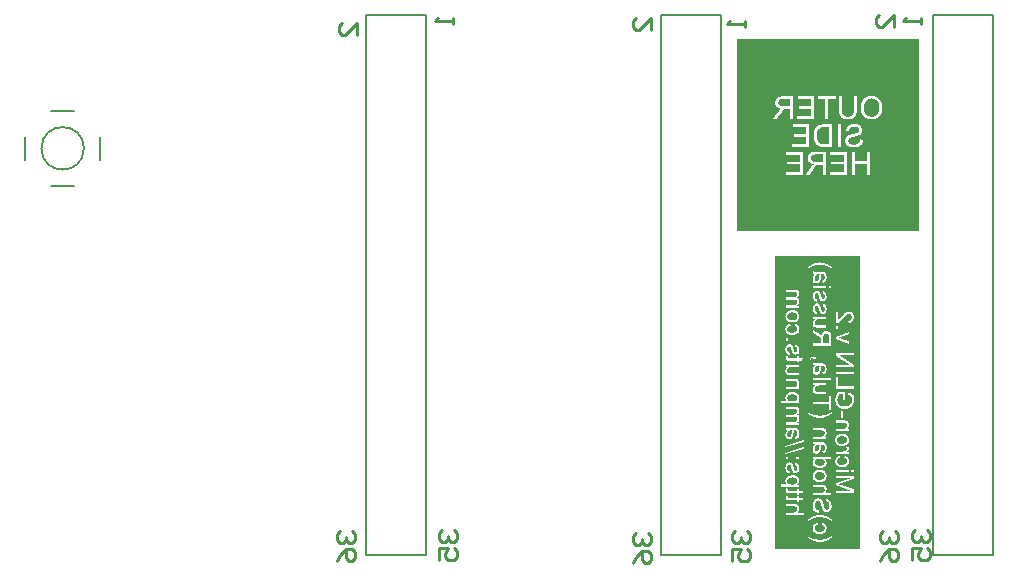
<source format=gbo>
G04*
G04 #@! TF.GenerationSoftware,Altium Limited,Altium Designer,22.4.2 (48)*
G04*
G04 Layer_Color=32896*
%FSLAX25Y25*%
%MOIN*%
G70*
G04*
G04 #@! TF.SameCoordinates,4CF85C7E-ED7B-4693-B97B-18F97556DA9E*
G04*
G04*
G04 #@! TF.FilePolarity,Positive*
G04*
G01*
G75*
%ADD11C,0.00787*%
%ADD12C,0.01000*%
G36*
X70799Y-29702D02*
Y-39039D01*
Y-67000D01*
X10201D01*
Y-39039D01*
Y-29702D01*
Y-3000D01*
X70799D01*
Y-29702D01*
D02*
G37*
G36*
X51194Y-172792D02*
X42967D01*
X33818D01*
X22806D01*
Y-75208D01*
X51194D01*
Y-172792D01*
D02*
G37*
%LPC*%
G36*
X50127Y-22010D02*
X49126D01*
Y-26381D01*
Y-26389D01*
Y-26422D01*
Y-26471D01*
Y-26545D01*
X49118Y-26627D01*
Y-26717D01*
X49110Y-26824D01*
X49102Y-26930D01*
X49085Y-27168D01*
X49053Y-27406D01*
X49003Y-27636D01*
X48979Y-27742D01*
X48946Y-27832D01*
Y-27841D01*
X48938Y-27849D01*
X48930Y-27873D01*
X48913Y-27906D01*
X48864Y-27996D01*
X48798Y-28095D01*
X48716Y-28218D01*
X48610Y-28333D01*
X48479Y-28447D01*
X48323Y-28554D01*
X48315D01*
X48298Y-28562D01*
X48274Y-28579D01*
X48241Y-28595D01*
X48200Y-28611D01*
X48142Y-28628D01*
X48085Y-28652D01*
X48019Y-28677D01*
X47855Y-28718D01*
X47667Y-28759D01*
X47454Y-28792D01*
X47224Y-28800D01*
X47117D01*
X47044Y-28792D01*
X46953Y-28784D01*
X46847Y-28775D01*
X46732Y-28759D01*
X46609Y-28734D01*
X46355Y-28677D01*
X46224Y-28636D01*
X46092Y-28587D01*
X45969Y-28529D01*
X45855Y-28464D01*
X45748Y-28390D01*
X45650Y-28300D01*
X45641Y-28292D01*
X45625Y-28275D01*
X45609Y-28242D01*
X45576Y-28201D01*
X45543Y-28144D01*
X45502Y-28070D01*
X45453Y-27980D01*
X45412Y-27873D01*
X45371Y-27750D01*
X45322Y-27611D01*
X45281Y-27455D01*
X45248Y-27283D01*
X45215Y-27086D01*
X45190Y-26873D01*
X45182Y-26635D01*
X45174Y-26381D01*
Y-22010D01*
X44174D01*
Y-26570D01*
X44182Y-26668D01*
X44190Y-26775D01*
X44198Y-26898D01*
X44206Y-27037D01*
X44239Y-27324D01*
X44280Y-27627D01*
X44346Y-27923D01*
X44387Y-28062D01*
X44436Y-28193D01*
Y-28201D01*
X44444Y-28226D01*
X44461Y-28259D01*
X44485Y-28308D01*
X44518Y-28365D01*
X44551Y-28431D01*
X44649Y-28579D01*
X44707Y-28669D01*
X44772Y-28751D01*
X44854Y-28849D01*
X44936Y-28939D01*
X45035Y-29030D01*
X45133Y-29120D01*
X45248Y-29202D01*
X45371Y-29284D01*
X45379Y-29292D01*
X45404Y-29300D01*
X45436Y-29325D01*
X45494Y-29349D01*
X45559Y-29382D01*
X45641Y-29415D01*
X45732Y-29456D01*
X45846Y-29489D01*
X45961Y-29530D01*
X46092Y-29571D01*
X46240Y-29604D01*
X46396Y-29636D01*
X46568Y-29661D01*
X46748Y-29686D01*
X46937Y-29694D01*
X47134Y-29702D01*
X47240D01*
X47314Y-29694D01*
X47404D01*
X47503Y-29686D01*
X47626Y-29669D01*
X47749Y-29653D01*
X48028Y-29612D01*
X48323Y-29546D01*
X48610Y-29456D01*
X48749Y-29407D01*
X48880Y-29341D01*
X48889Y-29333D01*
X48913Y-29325D01*
X48946Y-29300D01*
X48987Y-29276D01*
X49044Y-29235D01*
X49110Y-29185D01*
X49176Y-29136D01*
X49249Y-29071D01*
X49413Y-28923D01*
X49569Y-28743D01*
X49717Y-28529D01*
X49782Y-28406D01*
X49840Y-28283D01*
Y-28275D01*
X49848Y-28251D01*
X49864Y-28210D01*
X49881Y-28152D01*
X49905Y-28087D01*
X49930Y-27996D01*
X49955Y-27898D01*
X49979Y-27783D01*
X50012Y-27652D01*
X50037Y-27513D01*
X50061Y-27357D01*
X50078Y-27185D01*
X50102Y-27004D01*
X50110Y-26807D01*
X50127Y-26602D01*
Y-22010D01*
D02*
G37*
G36*
X43075D02*
X37089D01*
Y-22904D01*
X39582D01*
Y-29579D01*
X40582D01*
Y-22904D01*
X43075D01*
Y-22010D01*
D02*
G37*
G36*
X36031D02*
X30553D01*
Y-22904D01*
X35031D01*
Y-25217D01*
X30840D01*
Y-26110D01*
X35031D01*
Y-28685D01*
X30381D01*
Y-29579D01*
X36031D01*
Y-22010D01*
D02*
G37*
G36*
X28987D02*
X25469D01*
X25379Y-22019D01*
X25289D01*
X25182Y-22027D01*
X25059Y-22035D01*
X24813Y-22060D01*
X24559Y-22101D01*
X24313Y-22150D01*
X24207Y-22183D01*
X24100Y-22215D01*
X24092D01*
X24075Y-22224D01*
X24051Y-22240D01*
X24010Y-22256D01*
X23911Y-22306D01*
X23797Y-22379D01*
X23657Y-22478D01*
X23518Y-22609D01*
X23378Y-22757D01*
X23255Y-22937D01*
Y-22945D01*
X23239Y-22962D01*
X23223Y-22986D01*
X23206Y-23027D01*
X23182Y-23076D01*
X23157Y-23134D01*
X23124Y-23199D01*
X23091Y-23273D01*
X23034Y-23445D01*
X22985Y-23634D01*
X22952Y-23847D01*
X22936Y-24077D01*
Y-24085D01*
Y-24110D01*
Y-24159D01*
X22944Y-24208D01*
X22952Y-24282D01*
X22960Y-24364D01*
X22977Y-24454D01*
X23001Y-24552D01*
X23067Y-24766D01*
X23108Y-24880D01*
X23157Y-24995D01*
X23214Y-25110D01*
X23288Y-25225D01*
X23370Y-25331D01*
X23460Y-25438D01*
X23469Y-25446D01*
X23485Y-25463D01*
X23518Y-25487D01*
X23559Y-25528D01*
X23616Y-25569D01*
X23682Y-25618D01*
X23764Y-25676D01*
X23862Y-25733D01*
X23969Y-25791D01*
X24084Y-25848D01*
X24215Y-25905D01*
X24362Y-25963D01*
X24518Y-26012D01*
X24690Y-26061D01*
X24879Y-26102D01*
X25076Y-26135D01*
X25068D01*
X25059Y-26143D01*
X25010Y-26168D01*
X24936Y-26209D01*
X24846Y-26258D01*
X24748Y-26315D01*
X24649Y-26373D01*
X24551Y-26447D01*
X24469Y-26512D01*
X24461Y-26520D01*
X24453Y-26529D01*
X24428Y-26553D01*
X24395Y-26586D01*
X24354Y-26627D01*
X24305Y-26676D01*
X24198Y-26791D01*
X24075Y-26939D01*
X23936Y-27111D01*
X23788Y-27308D01*
X23641Y-27521D01*
X22329Y-29579D01*
X23583D01*
X24584Y-28005D01*
X24592Y-27996D01*
X24600Y-27972D01*
X24625Y-27939D01*
X24658Y-27890D01*
X24690Y-27832D01*
X24740Y-27767D01*
X24838Y-27619D01*
X24953Y-27447D01*
X25068Y-27275D01*
X25191Y-27111D01*
X25305Y-26963D01*
Y-26955D01*
X25322Y-26947D01*
X25355Y-26906D01*
X25404Y-26840D01*
X25478Y-26766D01*
X25551Y-26684D01*
X25642Y-26602D01*
X25732Y-26520D01*
X25814Y-26463D01*
X25822Y-26455D01*
X25855Y-26438D01*
X25896Y-26414D01*
X25953Y-26381D01*
X26027Y-26348D01*
X26101Y-26315D01*
X26183Y-26283D01*
X26273Y-26258D01*
X26281D01*
X26306Y-26250D01*
X26347Y-26242D01*
X26404Y-26233D01*
X26486D01*
X26585Y-26225D01*
X26699Y-26217D01*
X27987D01*
Y-29579D01*
X28987D01*
Y-22010D01*
D02*
G37*
G36*
X55047Y-21879D02*
X54948D01*
X54875Y-21887D01*
X54776Y-21896D01*
X54670Y-21904D01*
X54555Y-21920D01*
X54424Y-21945D01*
X54276Y-21969D01*
X54128Y-22002D01*
X53973Y-22043D01*
X53809Y-22092D01*
X53645Y-22150D01*
X53481Y-22215D01*
X53325Y-22289D01*
X53161Y-22379D01*
X53153Y-22388D01*
X53120Y-22404D01*
X53079Y-22429D01*
X53021Y-22470D01*
X52948Y-22519D01*
X52874Y-22584D01*
X52784Y-22658D01*
X52685Y-22740D01*
X52579Y-22839D01*
X52472Y-22945D01*
X52365Y-23060D01*
X52259Y-23183D01*
X52160Y-23314D01*
X52054Y-23462D01*
X51964Y-23618D01*
X51873Y-23782D01*
X51865Y-23790D01*
X51857Y-23823D01*
X51832Y-23872D01*
X51808Y-23937D01*
X51767Y-24019D01*
X51734Y-24126D01*
X51693Y-24241D01*
X51652Y-24372D01*
X51611Y-24511D01*
X51570Y-24667D01*
X51529Y-24839D01*
X51496Y-25012D01*
X51472Y-25200D01*
X51447Y-25397D01*
X51439Y-25594D01*
X51431Y-25807D01*
Y-25922D01*
X51439Y-26004D01*
X51447Y-26102D01*
X51455Y-26217D01*
X51472Y-26348D01*
X51488Y-26496D01*
X51513Y-26652D01*
X51545Y-26816D01*
X51578Y-26988D01*
X51627Y-27160D01*
X51685Y-27340D01*
X51742Y-27513D01*
X51816Y-27693D01*
X51898Y-27865D01*
X51906Y-27873D01*
X51923Y-27906D01*
X51947Y-27955D01*
X51980Y-28013D01*
X52029Y-28087D01*
X52087Y-28177D01*
X52160Y-28275D01*
X52234Y-28382D01*
X52324Y-28488D01*
X52423Y-28603D01*
X52538Y-28718D01*
X52652Y-28833D01*
X52775Y-28939D01*
X52915Y-29046D01*
X53062Y-29153D01*
X53218Y-29243D01*
X53226Y-29251D01*
X53259Y-29259D01*
X53300Y-29284D01*
X53366Y-29317D01*
X53448Y-29349D01*
X53538Y-29390D01*
X53645Y-29431D01*
X53768Y-29472D01*
X53899Y-29513D01*
X54038Y-29554D01*
X54194Y-29595D01*
X54350Y-29628D01*
X54694Y-29686D01*
X54875Y-29694D01*
X55055Y-29702D01*
X55162D01*
X55235Y-29694D01*
X55326Y-29686D01*
X55440Y-29677D01*
X55555Y-29661D01*
X55695Y-29636D01*
X55834Y-29612D01*
X55990Y-29579D01*
X56146Y-29538D01*
X56310Y-29489D01*
X56474Y-29431D01*
X56638Y-29358D01*
X56802Y-29284D01*
X56966Y-29194D01*
X56974Y-29185D01*
X56998Y-29169D01*
X57048Y-29136D01*
X57105Y-29095D01*
X57171Y-29046D01*
X57253Y-28980D01*
X57343Y-28907D01*
X57441Y-28825D01*
X57548Y-28726D01*
X57646Y-28620D01*
X57753Y-28505D01*
X57859Y-28382D01*
X57966Y-28242D01*
X58064Y-28103D01*
X58155Y-27947D01*
X58245Y-27783D01*
X58253Y-27775D01*
X58261Y-27742D01*
X58286Y-27693D01*
X58310Y-27627D01*
X58343Y-27545D01*
X58376Y-27447D01*
X58417Y-27340D01*
X58458Y-27209D01*
X58499Y-27078D01*
X58540Y-26930D01*
X58573Y-26775D01*
X58606Y-26611D01*
X58655Y-26266D01*
X58663Y-26078D01*
X58671Y-25897D01*
Y-25815D01*
X58663Y-25766D01*
Y-25717D01*
X58655Y-25586D01*
X58638Y-25430D01*
X58614Y-25241D01*
X58589Y-25044D01*
X58548Y-24823D01*
X58491Y-24585D01*
X58425Y-24347D01*
X58343Y-24101D01*
X58245Y-23855D01*
X58130Y-23609D01*
X57999Y-23380D01*
X57843Y-23150D01*
X57663Y-22945D01*
X57654Y-22937D01*
X57613Y-22896D01*
X57556Y-22847D01*
X57482Y-22781D01*
X57376Y-22699D01*
X57261Y-22609D01*
X57121Y-22511D01*
X56957Y-22412D01*
X56777Y-22314D01*
X56580Y-22215D01*
X56367Y-22125D01*
X56129Y-22043D01*
X55883Y-21978D01*
X55621Y-21928D01*
X55342Y-21887D01*
X55047Y-21879D01*
D02*
G37*
G36*
X44760Y-31347D02*
X43760D01*
Y-38916D01*
X44760D01*
Y-31347D01*
D02*
G37*
G36*
X41996D02*
X39176D01*
X39094Y-31355D01*
X38995D01*
X38897Y-31363D01*
X38675Y-31372D01*
X38454Y-31396D01*
X38233Y-31421D01*
X38134Y-31445D01*
X38044Y-31462D01*
X38036D01*
X38011Y-31470D01*
X37979Y-31478D01*
X37938Y-31495D01*
X37880Y-31511D01*
X37815Y-31527D01*
X37659Y-31585D01*
X37486Y-31659D01*
X37306Y-31749D01*
X37117Y-31863D01*
X36937Y-32003D01*
X36929Y-32011D01*
X36913Y-32028D01*
X36880Y-32052D01*
X36839Y-32093D01*
X36790Y-32142D01*
X36732Y-32208D01*
X36667Y-32274D01*
X36601Y-32355D01*
X36527Y-32446D01*
X36453Y-32544D01*
X36380Y-32651D01*
X36306Y-32765D01*
X36166Y-33020D01*
X36043Y-33299D01*
Y-33307D01*
X36027Y-33331D01*
X36019Y-33380D01*
X35994Y-33438D01*
X35969Y-33512D01*
X35945Y-33602D01*
X35920Y-33700D01*
X35888Y-33815D01*
X35863Y-33946D01*
X35838Y-34086D01*
X35814Y-34233D01*
X35789Y-34389D01*
X35765Y-34553D01*
X35756Y-34725D01*
X35740Y-35094D01*
Y-35242D01*
X35748Y-35316D01*
Y-35406D01*
X35756Y-35504D01*
X35765Y-35611D01*
X35789Y-35849D01*
X35830Y-36103D01*
X35879Y-36365D01*
X35945Y-36628D01*
Y-36636D01*
X35953Y-36661D01*
X35969Y-36693D01*
X35978Y-36734D01*
X36002Y-36792D01*
X36027Y-36857D01*
X36084Y-37013D01*
X36158Y-37185D01*
X36248Y-37374D01*
X36347Y-37554D01*
X36461Y-37727D01*
Y-37735D01*
X36478Y-37743D01*
X36494Y-37767D01*
X36519Y-37800D01*
X36576Y-37874D01*
X36667Y-37973D01*
X36765Y-38087D01*
X36880Y-38202D01*
X37011Y-38309D01*
X37150Y-38415D01*
X37159D01*
X37167Y-38423D01*
X37216Y-38456D01*
X37298Y-38497D01*
X37405Y-38555D01*
X37536Y-38612D01*
X37692Y-38678D01*
X37872Y-38735D01*
X38061Y-38792D01*
X38069D01*
X38085Y-38801D01*
X38110D01*
X38151Y-38809D01*
X38200Y-38817D01*
X38265Y-38833D01*
X38331Y-38842D01*
X38405Y-38850D01*
X38585Y-38875D01*
X38790Y-38899D01*
X39020Y-38907D01*
X39266Y-38916D01*
X41996D01*
Y-31347D01*
D02*
G37*
G36*
X34338D02*
X28860D01*
Y-32241D01*
X33337D01*
Y-34553D01*
X29147D01*
Y-35447D01*
X33337D01*
Y-38022D01*
X28688D01*
Y-38916D01*
X34338D01*
Y-31347D01*
D02*
G37*
G36*
X49368Y-31216D02*
X49229D01*
X49155Y-31224D01*
X49065Y-31232D01*
X48975Y-31240D01*
X48868Y-31249D01*
X48638Y-31281D01*
X48384Y-31330D01*
X48130Y-31404D01*
X47884Y-31495D01*
X47876D01*
X47859Y-31511D01*
X47818Y-31519D01*
X47778Y-31544D01*
X47728Y-31576D01*
X47663Y-31609D01*
X47523Y-31691D01*
X47359Y-31806D01*
X47195Y-31945D01*
X47039Y-32101D01*
X46900Y-32290D01*
X46892Y-32298D01*
X46884Y-32315D01*
X46867Y-32339D01*
X46843Y-32380D01*
X46818Y-32429D01*
X46785Y-32487D01*
X46761Y-32561D01*
X46720Y-32634D01*
X46654Y-32807D01*
X46597Y-33011D01*
X46547Y-33233D01*
X46523Y-33479D01*
X47482Y-33553D01*
Y-33544D01*
X47491Y-33520D01*
Y-33487D01*
X47499Y-33438D01*
X47515Y-33372D01*
X47532Y-33307D01*
X47581Y-33151D01*
X47646Y-32979D01*
X47745Y-32798D01*
X47859Y-32626D01*
X47933Y-32552D01*
X48015Y-32478D01*
X48024Y-32470D01*
X48032Y-32462D01*
X48065Y-32446D01*
X48097Y-32421D01*
X48147Y-32397D01*
X48204Y-32364D01*
X48270Y-32331D01*
X48343Y-32290D01*
X48434Y-32257D01*
X48532Y-32224D01*
X48638Y-32192D01*
X48753Y-32167D01*
X48884Y-32142D01*
X49024Y-32126D01*
X49172Y-32109D01*
X49409D01*
X49475Y-32118D01*
X49549D01*
X49631Y-32126D01*
X49729Y-32134D01*
X49828Y-32151D01*
X50049Y-32192D01*
X50262Y-32249D01*
X50467Y-32331D01*
X50565Y-32388D01*
X50647Y-32446D01*
X50656D01*
X50664Y-32462D01*
X50713Y-32503D01*
X50779Y-32577D01*
X50853Y-32675D01*
X50926Y-32790D01*
X50992Y-32930D01*
X51041Y-33077D01*
X51049Y-33159D01*
X51057Y-33249D01*
Y-33257D01*
Y-33266D01*
X51049Y-33315D01*
X51041Y-33389D01*
X51025Y-33479D01*
X50984Y-33586D01*
X50934Y-33700D01*
X50869Y-33807D01*
X50770Y-33913D01*
X50754Y-33922D01*
X50738Y-33938D01*
X50705Y-33963D01*
X50664Y-33987D01*
X50615Y-34012D01*
X50549Y-34045D01*
X50475Y-34086D01*
X50385Y-34127D01*
X50279Y-34168D01*
X50156Y-34209D01*
X50016Y-34258D01*
X49852Y-34307D01*
X49680Y-34356D01*
X49483Y-34414D01*
X49262Y-34463D01*
X49245D01*
X49204Y-34471D01*
X49147Y-34488D01*
X49065Y-34512D01*
X48967Y-34528D01*
X48852Y-34561D01*
X48729Y-34586D01*
X48597Y-34627D01*
X48319Y-34701D01*
X48040Y-34775D01*
X47909Y-34815D01*
X47794Y-34857D01*
X47679Y-34898D01*
X47589Y-34938D01*
X47581D01*
X47556Y-34955D01*
X47523Y-34971D01*
X47482Y-34996D01*
X47425Y-35021D01*
X47359Y-35061D01*
X47220Y-35152D01*
X47056Y-35258D01*
X46900Y-35390D01*
X46744Y-35545D01*
X46679Y-35627D01*
X46613Y-35709D01*
Y-35717D01*
X46597Y-35734D01*
X46580Y-35759D01*
X46564Y-35791D01*
X46539Y-35832D01*
X46515Y-35890D01*
X46449Y-36021D01*
X46392Y-36177D01*
X46343Y-36357D01*
X46310Y-36562D01*
X46293Y-36783D01*
Y-36841D01*
X46301Y-36882D01*
Y-36939D01*
X46310Y-36997D01*
X46334Y-37152D01*
X46375Y-37325D01*
X46441Y-37513D01*
X46531Y-37710D01*
X46580Y-37817D01*
X46646Y-37915D01*
Y-37923D01*
X46662Y-37940D01*
X46679Y-37964D01*
X46712Y-38005D01*
X46785Y-38096D01*
X46900Y-38219D01*
X47039Y-38350D01*
X47212Y-38489D01*
X47409Y-38620D01*
X47638Y-38743D01*
X47646D01*
X47671Y-38760D01*
X47704Y-38768D01*
X47753Y-38792D01*
X47810Y-38809D01*
X47884Y-38833D01*
X47966Y-38866D01*
X48065Y-38891D01*
X48163Y-38916D01*
X48278Y-38948D01*
X48524Y-38989D01*
X48794Y-39022D01*
X49090Y-39039D01*
X49188D01*
X49262Y-39030D01*
X49352D01*
X49450Y-39022D01*
X49565Y-39014D01*
X49696Y-38998D01*
X49967Y-38965D01*
X50254Y-38916D01*
X50541Y-38842D01*
X50820Y-38743D01*
X50828D01*
X50853Y-38727D01*
X50885Y-38710D01*
X50934Y-38686D01*
X50992Y-38653D01*
X51057Y-38620D01*
X51213Y-38522D01*
X51385Y-38399D01*
X51566Y-38243D01*
X51746Y-38063D01*
X51902Y-37850D01*
X51910Y-37841D01*
X51919Y-37825D01*
X51935Y-37792D01*
X51960Y-37743D01*
X51992Y-37685D01*
X52025Y-37620D01*
X52066Y-37538D01*
X52099Y-37448D01*
X52140Y-37358D01*
X52173Y-37251D01*
X52238Y-37013D01*
X52288Y-36759D01*
X52304Y-36619D01*
X52312Y-36480D01*
X51369Y-36398D01*
Y-36406D01*
Y-36423D01*
X51361Y-36456D01*
X51353Y-36496D01*
X51345Y-36546D01*
X51336Y-36595D01*
X51303Y-36734D01*
X51262Y-36882D01*
X51213Y-37038D01*
X51148Y-37194D01*
X51066Y-37341D01*
X51057Y-37358D01*
X51016Y-37398D01*
X50959Y-37464D01*
X50877Y-37546D01*
X50770Y-37644D01*
X50639Y-37735D01*
X50484Y-37833D01*
X50303Y-37923D01*
X50295D01*
X50279Y-37931D01*
X50254Y-37940D01*
X50213Y-37956D01*
X50164Y-37973D01*
X50106Y-37997D01*
X50041Y-38013D01*
X49967Y-38030D01*
X49795Y-38071D01*
X49590Y-38112D01*
X49376Y-38137D01*
X49139Y-38145D01*
X49040D01*
X48991Y-38137D01*
X48934D01*
X48803Y-38120D01*
X48647Y-38104D01*
X48474Y-38079D01*
X48302Y-38038D01*
X48138Y-37981D01*
X48130D01*
X48122Y-37973D01*
X48097Y-37964D01*
X48065Y-37948D01*
X47991Y-37907D01*
X47892Y-37858D01*
X47786Y-37792D01*
X47671Y-37710D01*
X47572Y-37620D01*
X47482Y-37513D01*
X47474Y-37497D01*
X47449Y-37464D01*
X47409Y-37398D01*
X47368Y-37317D01*
X47335Y-37218D01*
X47294Y-37111D01*
X47269Y-36988D01*
X47261Y-36865D01*
Y-36857D01*
Y-36849D01*
Y-36808D01*
X47269Y-36734D01*
X47286Y-36652D01*
X47310Y-36554D01*
X47351Y-36447D01*
X47400Y-36341D01*
X47474Y-36242D01*
X47482Y-36234D01*
X47515Y-36201D01*
X47564Y-36152D01*
X47638Y-36086D01*
X47728Y-36021D01*
X47851Y-35947D01*
X47991Y-35873D01*
X48155Y-35800D01*
X48171Y-35791D01*
X48188Y-35783D01*
X48220Y-35775D01*
X48253Y-35767D01*
X48302Y-35750D01*
X48368Y-35726D01*
X48434Y-35709D01*
X48524Y-35685D01*
X48614Y-35652D01*
X48729Y-35627D01*
X48852Y-35594D01*
X48991Y-35554D01*
X49139Y-35521D01*
X49311Y-35471D01*
X49499Y-35430D01*
X49508D01*
X49540Y-35422D01*
X49598Y-35406D01*
X49663Y-35390D01*
X49754Y-35365D01*
X49852Y-35340D01*
X49951Y-35307D01*
X50065Y-35275D01*
X50311Y-35201D01*
X50549Y-35119D01*
X50664Y-35078D01*
X50770Y-35037D01*
X50869Y-34996D01*
X50951Y-34955D01*
X50959D01*
X50976Y-34938D01*
X51000Y-34922D01*
X51041Y-34906D01*
X51139Y-34848D01*
X51254Y-34766D01*
X51394Y-34660D01*
X51525Y-34545D01*
X51656Y-34405D01*
X51763Y-34258D01*
Y-34250D01*
X51771Y-34242D01*
X51787Y-34217D01*
X51804Y-34184D01*
X51845Y-34094D01*
X51894Y-33979D01*
X51943Y-33840D01*
X51984Y-33676D01*
X52017Y-33495D01*
X52025Y-33307D01*
Y-33299D01*
Y-33282D01*
Y-33249D01*
X52017Y-33208D01*
Y-33159D01*
X52009Y-33102D01*
X51984Y-32954D01*
X51943Y-32790D01*
X51894Y-32618D01*
X51812Y-32429D01*
X51705Y-32241D01*
Y-32232D01*
X51689Y-32216D01*
X51673Y-32192D01*
X51648Y-32159D01*
X51566Y-32068D01*
X51459Y-31954D01*
X51328Y-31831D01*
X51164Y-31708D01*
X50976Y-31585D01*
X50754Y-31478D01*
X50746D01*
X50730Y-31470D01*
X50688Y-31453D01*
X50647Y-31437D01*
X50590Y-31421D01*
X50516Y-31396D01*
X50434Y-31372D01*
X50344Y-31347D01*
X50246Y-31322D01*
X50139Y-31298D01*
X49909Y-31257D01*
X49647Y-31224D01*
X49368Y-31216D01*
D02*
G37*
G36*
X54477Y-40552D02*
X53477D01*
Y-43660D01*
X49549D01*
Y-40552D01*
X48548D01*
Y-48121D01*
X49549D01*
Y-44554D01*
X53477D01*
Y-48121D01*
X54477D01*
Y-40552D01*
D02*
G37*
G36*
X46859D02*
X41381D01*
Y-41446D01*
X45859D01*
Y-43758D01*
X41668D01*
Y-44652D01*
X45859D01*
Y-47227D01*
X41209D01*
Y-48121D01*
X46859D01*
Y-40552D01*
D02*
G37*
G36*
X39815D02*
X36298D01*
X36207Y-40560D01*
X36117D01*
X36011Y-40569D01*
X35888Y-40577D01*
X35642Y-40601D01*
X35387Y-40642D01*
X35141Y-40692D01*
X35035Y-40724D01*
X34928Y-40757D01*
X34920D01*
X34903Y-40765D01*
X34879Y-40782D01*
X34838Y-40798D01*
X34740Y-40847D01*
X34625Y-40921D01*
X34485Y-41020D01*
X34346Y-41151D01*
X34207Y-41298D01*
X34084Y-41479D01*
Y-41487D01*
X34067Y-41503D01*
X34051Y-41528D01*
X34034Y-41569D01*
X34010Y-41618D01*
X33985Y-41676D01*
X33952Y-41741D01*
X33920Y-41815D01*
X33862Y-41987D01*
X33813Y-42176D01*
X33780Y-42389D01*
X33764Y-42619D01*
Y-42627D01*
Y-42651D01*
Y-42701D01*
X33772Y-42750D01*
X33780Y-42824D01*
X33788Y-42906D01*
X33805Y-42996D01*
X33829Y-43094D01*
X33895Y-43307D01*
X33936Y-43422D01*
X33985Y-43537D01*
X34043Y-43652D01*
X34116Y-43767D01*
X34198Y-43873D01*
X34288Y-43980D01*
X34297Y-43988D01*
X34313Y-44004D01*
X34346Y-44029D01*
X34387Y-44070D01*
X34444Y-44111D01*
X34510Y-44160D01*
X34592Y-44218D01*
X34690Y-44275D01*
X34797Y-44332D01*
X34912Y-44390D01*
X35043Y-44447D01*
X35190Y-44505D01*
X35346Y-44554D01*
X35519Y-44603D01*
X35707Y-44644D01*
X35904Y-44677D01*
X35896D01*
X35888Y-44685D01*
X35838Y-44710D01*
X35765Y-44751D01*
X35674Y-44800D01*
X35576Y-44857D01*
X35478Y-44915D01*
X35379Y-44988D01*
X35297Y-45054D01*
X35289Y-45062D01*
X35281Y-45070D01*
X35256Y-45095D01*
X35223Y-45128D01*
X35182Y-45169D01*
X35133Y-45218D01*
X35026Y-45333D01*
X34903Y-45480D01*
X34764Y-45653D01*
X34617Y-45849D01*
X34469Y-46063D01*
X33157Y-48121D01*
X34411D01*
X35412Y-46546D01*
X35420Y-46538D01*
X35428Y-46514D01*
X35453Y-46481D01*
X35486Y-46432D01*
X35519Y-46374D01*
X35568Y-46309D01*
X35666Y-46161D01*
X35781Y-45989D01*
X35896Y-45817D01*
X36019Y-45653D01*
X36134Y-45505D01*
Y-45497D01*
X36150Y-45489D01*
X36183Y-45448D01*
X36232Y-45382D01*
X36306Y-45308D01*
X36380Y-45226D01*
X36470Y-45144D01*
X36560Y-45062D01*
X36642Y-45005D01*
X36650Y-44997D01*
X36683Y-44980D01*
X36724Y-44956D01*
X36781Y-44923D01*
X36855Y-44890D01*
X36929Y-44857D01*
X37011Y-44824D01*
X37101Y-44800D01*
X37109D01*
X37134Y-44792D01*
X37175Y-44783D01*
X37232Y-44775D01*
X37314D01*
X37413Y-44767D01*
X37527Y-44759D01*
X38815D01*
Y-48121D01*
X39815D01*
Y-40552D01*
D02*
G37*
G36*
X32173D02*
X26695D01*
Y-41446D01*
X31172D01*
Y-43758D01*
X26982D01*
Y-44652D01*
X31172D01*
Y-47227D01*
X26523D01*
Y-48121D01*
X32173D01*
Y-40552D01*
D02*
G37*
%LPD*%
G36*
X27987Y-25348D02*
X25724D01*
X25666Y-25340D01*
X25601D01*
X25445Y-25331D01*
X25273Y-25315D01*
X25092Y-25290D01*
X24920Y-25258D01*
X24764Y-25208D01*
X24756D01*
X24748Y-25200D01*
X24699Y-25184D01*
X24633Y-25151D01*
X24543Y-25102D01*
X24453Y-25036D01*
X24354Y-24962D01*
X24256Y-24864D01*
X24174Y-24757D01*
X24166Y-24741D01*
X24141Y-24700D01*
X24108Y-24643D01*
X24067Y-24552D01*
X24034Y-24454D01*
X24002Y-24339D01*
X23977Y-24208D01*
X23969Y-24077D01*
Y-24069D01*
Y-24052D01*
Y-24028D01*
X23977Y-23987D01*
Y-23946D01*
X23985Y-23888D01*
X24018Y-23765D01*
X24067Y-23626D01*
X24133Y-23478D01*
X24231Y-23339D01*
X24297Y-23265D01*
X24362Y-23199D01*
X24371Y-23191D01*
X24379Y-23183D01*
X24403Y-23167D01*
X24436Y-23142D01*
X24477Y-23117D01*
X24535Y-23085D01*
X24592Y-23052D01*
X24666Y-23019D01*
X24748Y-22986D01*
X24838Y-22962D01*
X24936Y-22929D01*
X25043Y-22904D01*
X25166Y-22880D01*
X25297Y-22863D01*
X25437Y-22847D01*
X27987D01*
Y-25348D01*
D02*
G37*
G36*
X55145Y-22748D02*
X55227D01*
X55317Y-22765D01*
X55424Y-22781D01*
X55539Y-22806D01*
X55670Y-22830D01*
X55809Y-22871D01*
X55957Y-22921D01*
X56113Y-22978D01*
X56260Y-23052D01*
X56416Y-23134D01*
X56572Y-23232D01*
X56728Y-23347D01*
X56875Y-23478D01*
X56884Y-23486D01*
X56908Y-23511D01*
X56949Y-23560D01*
X56990Y-23618D01*
X57056Y-23700D01*
X57113Y-23798D01*
X57187Y-23921D01*
X57253Y-24052D01*
X57326Y-24216D01*
X57400Y-24397D01*
X57458Y-24593D01*
X57515Y-24815D01*
X57564Y-25053D01*
X57605Y-25315D01*
X57630Y-25602D01*
X57638Y-25914D01*
Y-25930D01*
Y-25971D01*
X57630Y-26045D01*
Y-26143D01*
X57613Y-26258D01*
X57597Y-26389D01*
X57581Y-26537D01*
X57548Y-26693D01*
X57507Y-26865D01*
X57458Y-27045D01*
X57400Y-27217D01*
X57326Y-27398D01*
X57244Y-27578D01*
X57146Y-27750D01*
X57039Y-27914D01*
X56908Y-28070D01*
X56900Y-28078D01*
X56875Y-28103D01*
X56834Y-28144D01*
X56777Y-28193D01*
X56703Y-28251D01*
X56613Y-28316D01*
X56515Y-28390D01*
X56400Y-28456D01*
X56277Y-28529D01*
X56129Y-28603D01*
X55982Y-28669D01*
X55818Y-28726D01*
X55645Y-28775D01*
X55457Y-28816D01*
X55268Y-28841D01*
X55063Y-28849D01*
X55014D01*
X54957Y-28841D01*
X54875Y-28833D01*
X54776Y-28825D01*
X54670Y-28808D01*
X54538Y-28784D01*
X54407Y-28751D01*
X54260Y-28710D01*
X54112Y-28661D01*
X53956Y-28595D01*
X53800Y-28513D01*
X53645Y-28423D01*
X53489Y-28324D01*
X53341Y-28201D01*
X53202Y-28062D01*
X53194Y-28054D01*
X53169Y-28021D01*
X53136Y-27980D01*
X53087Y-27914D01*
X53030Y-27832D01*
X52964Y-27734D01*
X52898Y-27619D01*
X52833Y-27480D01*
X52767Y-27332D01*
X52693Y-27160D01*
X52636Y-26980D01*
X52579Y-26775D01*
X52529Y-26553D01*
X52497Y-26324D01*
X52472Y-26069D01*
X52464Y-25807D01*
Y-25799D01*
Y-25766D01*
Y-25717D01*
X52472Y-25651D01*
Y-25569D01*
X52480Y-25479D01*
X52488Y-25372D01*
X52505Y-25258D01*
X52538Y-25003D01*
X52595Y-24733D01*
X52677Y-24462D01*
X52784Y-24192D01*
Y-24183D01*
X52800Y-24159D01*
X52816Y-24126D01*
X52841Y-24077D01*
X52874Y-24019D01*
X52915Y-23954D01*
X53013Y-23798D01*
X53144Y-23626D01*
X53300Y-23454D01*
X53481Y-23281D01*
X53694Y-23126D01*
X53702Y-23117D01*
X53718Y-23109D01*
X53751Y-23093D01*
X53800Y-23068D01*
X53858Y-23035D01*
X53923Y-23003D01*
X53997Y-22970D01*
X54087Y-22929D01*
X54186Y-22896D01*
X54284Y-22863D01*
X54514Y-22798D01*
X54768Y-22757D01*
X54907Y-22740D01*
X55096D01*
X55145Y-22748D01*
D02*
G37*
G36*
X40996Y-38022D02*
X39258D01*
X39192Y-38013D01*
X39118D01*
X38954Y-38005D01*
X38766Y-37989D01*
X38569Y-37964D01*
X38380Y-37931D01*
X38208Y-37890D01*
X38200D01*
X38192Y-37882D01*
X38167Y-37874D01*
X38134Y-37866D01*
X38061Y-37833D01*
X37962Y-37792D01*
X37855Y-37735D01*
X37741Y-37669D01*
X37626Y-37587D01*
X37527Y-37497D01*
X37519Y-37489D01*
X37511Y-37481D01*
X37470Y-37431D01*
X37405Y-37349D01*
X37323Y-37243D01*
X37240Y-37103D01*
X37150Y-36939D01*
X37060Y-36751D01*
X36978Y-36538D01*
Y-36529D01*
X36970Y-36513D01*
X36962Y-36480D01*
X36945Y-36431D01*
X36929Y-36373D01*
X36913Y-36300D01*
X36896Y-36218D01*
X36871Y-36127D01*
X36855Y-36029D01*
X36839Y-35914D01*
X36822Y-35800D01*
X36806Y-35668D01*
X36781Y-35390D01*
X36773Y-35078D01*
Y-35061D01*
Y-35029D01*
Y-34963D01*
X36781Y-34881D01*
Y-34783D01*
X36790Y-34668D01*
X36806Y-34545D01*
X36822Y-34405D01*
X36871Y-34110D01*
X36937Y-33807D01*
X37036Y-33520D01*
X37101Y-33380D01*
X37167Y-33257D01*
X37175Y-33249D01*
X37183Y-33233D01*
X37208Y-33200D01*
X37240Y-33151D01*
X37273Y-33102D01*
X37323Y-33044D01*
X37429Y-32913D01*
X37569Y-32765D01*
X37732Y-32626D01*
X37913Y-32495D01*
X38011Y-32446D01*
X38118Y-32397D01*
X38126D01*
X38134Y-32388D01*
X38159Y-32380D01*
X38192Y-32372D01*
X38241Y-32364D01*
X38290Y-32347D01*
X38356Y-32331D01*
X38429Y-32315D01*
X38511Y-32306D01*
X38610Y-32290D01*
X38717Y-32274D01*
X38831Y-32265D01*
X38963Y-32257D01*
X39102Y-32249D01*
X39250Y-32241D01*
X40996D01*
Y-38022D01*
D02*
G37*
G36*
X38815Y-43890D02*
X36552D01*
X36494Y-43881D01*
X36429D01*
X36273Y-43873D01*
X36101Y-43857D01*
X35920Y-43832D01*
X35748Y-43799D01*
X35592Y-43750D01*
X35584D01*
X35576Y-43742D01*
X35527Y-43726D01*
X35461Y-43693D01*
X35371Y-43644D01*
X35281Y-43578D01*
X35182Y-43504D01*
X35084Y-43406D01*
X35002Y-43299D01*
X34994Y-43283D01*
X34969Y-43242D01*
X34936Y-43184D01*
X34895Y-43094D01*
X34863Y-42996D01*
X34830Y-42881D01*
X34805Y-42750D01*
X34797Y-42619D01*
Y-42610D01*
Y-42594D01*
Y-42569D01*
X34805Y-42528D01*
Y-42487D01*
X34813Y-42430D01*
X34846Y-42307D01*
X34895Y-42168D01*
X34961Y-42020D01*
X35059Y-41881D01*
X35125Y-41807D01*
X35190Y-41741D01*
X35199Y-41733D01*
X35207Y-41725D01*
X35232Y-41708D01*
X35264Y-41684D01*
X35305Y-41659D01*
X35363Y-41626D01*
X35420Y-41594D01*
X35494Y-41561D01*
X35576Y-41528D01*
X35666Y-41503D01*
X35765Y-41471D01*
X35871Y-41446D01*
X35994Y-41421D01*
X36125Y-41405D01*
X36265Y-41389D01*
X38815D01*
Y-43890D01*
D02*
G37*
%LPC*%
G36*
X37787Y-77414D02*
X37676D01*
X37597Y-77421D01*
X37499Y-77427D01*
X37380Y-77434D01*
X37249Y-77447D01*
X37098Y-77467D01*
X36941Y-77493D01*
X36770Y-77519D01*
X36593Y-77552D01*
X36410Y-77598D01*
X36219Y-77644D01*
X36023Y-77703D01*
X35832Y-77768D01*
X35636Y-77847D01*
X35622Y-77854D01*
X35590Y-77867D01*
X35537Y-77893D01*
X35458Y-77926D01*
X35373Y-77965D01*
X35268Y-78011D01*
X35150Y-78070D01*
X35019Y-78136D01*
X34881Y-78208D01*
X34737Y-78287D01*
X34435Y-78464D01*
X34120Y-78661D01*
X33818Y-78877D01*
Y-79408D01*
X33825Y-79402D01*
X33838Y-79395D01*
X33871Y-79376D01*
X33910Y-79356D01*
X33956Y-79330D01*
X34015Y-79297D01*
X34081Y-79258D01*
X34159Y-79218D01*
X34245Y-79172D01*
X34337Y-79120D01*
X34442Y-79074D01*
X34547Y-79015D01*
X34665Y-78962D01*
X34789Y-78910D01*
X35052Y-78792D01*
X35347Y-78674D01*
X35655Y-78562D01*
X35983Y-78464D01*
X36324Y-78365D01*
X36679Y-78287D01*
X37039Y-78228D01*
X37407Y-78188D01*
X37597Y-78182D01*
X37781Y-78175D01*
X37787D01*
X37813D01*
X37859D01*
X37912D01*
X37984Y-78182D01*
X38069D01*
X38161Y-78188D01*
X38266Y-78195D01*
X38378Y-78208D01*
X38496Y-78221D01*
X38627Y-78234D01*
X38758Y-78254D01*
X39034Y-78300D01*
X39322Y-78359D01*
X39329D01*
X39349Y-78365D01*
X39381Y-78372D01*
X39427Y-78385D01*
X39480Y-78398D01*
X39545Y-78418D01*
X39624Y-78438D01*
X39703Y-78457D01*
X39788Y-78483D01*
X39886Y-78516D01*
X40083Y-78582D01*
X40293Y-78661D01*
X40510Y-78746D01*
X40516D01*
X40529Y-78752D01*
X40549Y-78765D01*
X40582Y-78779D01*
X40621Y-78798D01*
X40674Y-78825D01*
X40733Y-78857D01*
X40805Y-78890D01*
X40883Y-78930D01*
X40975Y-78982D01*
X41074Y-79035D01*
X41185Y-79093D01*
X41310Y-79159D01*
X41448Y-79238D01*
X41592Y-79317D01*
X41749Y-79408D01*
Y-78877D01*
X41736Y-78870D01*
X41704Y-78844D01*
X41644Y-78805D01*
X41572Y-78752D01*
X41480Y-78687D01*
X41369Y-78615D01*
X41238Y-78529D01*
X41100Y-78444D01*
X40949Y-78352D01*
X40785Y-78260D01*
X40615Y-78162D01*
X40431Y-78070D01*
X40057Y-77893D01*
X39860Y-77808D01*
X39663Y-77736D01*
X39650Y-77729D01*
X39624Y-77723D01*
X39571Y-77703D01*
X39506Y-77683D01*
X39427Y-77663D01*
X39329Y-77631D01*
X39217Y-77604D01*
X39093Y-77572D01*
X38955Y-77545D01*
X38811Y-77513D01*
X38653Y-77486D01*
X38496Y-77467D01*
X38325Y-77440D01*
X38148Y-77427D01*
X37971Y-77421D01*
X37787Y-77414D01*
D02*
G37*
G36*
X35596Y-80281D02*
Y-81055D01*
X35609Y-81062D01*
X35636Y-81075D01*
X35688Y-81094D01*
X35754Y-81114D01*
X35832Y-81140D01*
X35924Y-81166D01*
X36029Y-81186D01*
X36147Y-81199D01*
X36141Y-81206D01*
X36134Y-81219D01*
X36114Y-81239D01*
X36088Y-81271D01*
X36062Y-81311D01*
X36023Y-81350D01*
X35950Y-81455D01*
X35865Y-81580D01*
X35780Y-81711D01*
X35708Y-81855D01*
X35642Y-82000D01*
Y-82006D01*
X35636Y-82019D01*
X35629Y-82039D01*
X35622Y-82065D01*
X35609Y-82098D01*
X35596Y-82144D01*
X35570Y-82242D01*
X35544Y-82367D01*
X35517Y-82505D01*
X35504Y-82656D01*
X35498Y-82820D01*
Y-84315D01*
Y-82892D01*
X35504Y-82938D01*
X35511Y-82997D01*
X35517Y-83069D01*
X35524Y-83148D01*
X35544Y-83226D01*
X35583Y-83410D01*
X35642Y-83594D01*
X35681Y-83679D01*
X35734Y-83771D01*
X35786Y-83850D01*
X35845Y-83928D01*
X35852Y-83935D01*
X35865Y-83948D01*
X35885Y-83961D01*
X35911Y-83987D01*
X35944Y-84020D01*
X35990Y-84053D01*
X36036Y-84086D01*
X36095Y-84118D01*
X36219Y-84191D01*
X36377Y-84256D01*
X36462Y-84282D01*
X36554Y-84296D01*
X36652Y-84309D01*
X36751Y-84315D01*
X36803D01*
X36869Y-84309D01*
X36948Y-84296D01*
X37039Y-84282D01*
X37138Y-84256D01*
X37236Y-84217D01*
X37341Y-84171D01*
X37354Y-84164D01*
X37387Y-84145D01*
X37433Y-84112D01*
X37499Y-84066D01*
X37564Y-84013D01*
X37636Y-83948D01*
X37702Y-83876D01*
X37767Y-83790D01*
X37774Y-83777D01*
X37794Y-83745D01*
X37827Y-83699D01*
X37859Y-83633D01*
X37899Y-83554D01*
X37938Y-83463D01*
X37977Y-83358D01*
X38010Y-83253D01*
Y-83239D01*
X38023Y-83213D01*
X38030Y-83161D01*
X38050Y-83089D01*
X38063Y-82997D01*
X38082Y-82879D01*
X38102Y-82747D01*
X38122Y-82590D01*
Y-82577D01*
X38128Y-82551D01*
X38135Y-82505D01*
X38141Y-82446D01*
X38155Y-82367D01*
X38168Y-82282D01*
X38181Y-82190D01*
X38194Y-82085D01*
X38233Y-81868D01*
X38279Y-81652D01*
X38305Y-81547D01*
X38332Y-81442D01*
X38358Y-81350D01*
X38384Y-81265D01*
X38391D01*
X38410D01*
X38437D01*
X38463Y-81258D01*
X38528D01*
X38555D01*
X38574D01*
X38581D01*
X38594D01*
X38620D01*
X38647D01*
X38725Y-81271D01*
X38824Y-81285D01*
X38929Y-81311D01*
X39034Y-81350D01*
X39132Y-81403D01*
X39211Y-81475D01*
X39224Y-81488D01*
X39237Y-81501D01*
X39250Y-81527D01*
X39270Y-81560D01*
X39289Y-81593D01*
X39342Y-81685D01*
X39388Y-81803D01*
X39427Y-81947D01*
X39453Y-82118D01*
X39467Y-82314D01*
Y-82400D01*
X39460Y-82446D01*
Y-82492D01*
X39447Y-82610D01*
X39421Y-82734D01*
X39388Y-82859D01*
X39342Y-82984D01*
X39283Y-83089D01*
X39276Y-83102D01*
X39250Y-83128D01*
X39198Y-83174D01*
X39132Y-83226D01*
X39047Y-83285D01*
X38929Y-83351D01*
X38797Y-83403D01*
X38719Y-83430D01*
X38633Y-83456D01*
X38732Y-84184D01*
X38738D01*
X38752Y-84178D01*
X38778Y-84171D01*
X38811Y-84164D01*
X38850Y-84151D01*
X38896Y-84138D01*
X39001Y-84105D01*
X39119Y-84059D01*
X39244Y-84007D01*
X39368Y-83941D01*
X39480Y-83863D01*
X39486D01*
X39493Y-83850D01*
X39526Y-83817D01*
X39578Y-83764D01*
X39644Y-83692D01*
X39716Y-83600D01*
X39788Y-83489D01*
X39860Y-83358D01*
X39926Y-83207D01*
Y-83200D01*
X39932Y-83187D01*
X39939Y-83161D01*
X39952Y-83128D01*
X39965Y-83089D01*
X39978Y-83043D01*
X39991Y-82984D01*
X40005Y-82918D01*
X40018Y-82852D01*
X40031Y-82774D01*
X40057Y-82603D01*
X40077Y-82413D01*
X40083Y-82209D01*
Y-82118D01*
X40077Y-82072D01*
Y-82013D01*
X40064Y-81888D01*
X40050Y-81744D01*
X40024Y-81593D01*
X39991Y-81442D01*
X39945Y-81304D01*
Y-81298D01*
X39939Y-81291D01*
X39932Y-81271D01*
X39919Y-81245D01*
X39893Y-81186D01*
X39854Y-81107D01*
X39808Y-81022D01*
X39749Y-80937D01*
X39683Y-80858D01*
X39611Y-80786D01*
X39604Y-80779D01*
X39578Y-80760D01*
X39532Y-80727D01*
X39473Y-80694D01*
X39401Y-80655D01*
X39316Y-80615D01*
X39217Y-80576D01*
X39106Y-80550D01*
X39099D01*
X39066Y-80543D01*
X39020Y-80537D01*
X38948Y-80530D01*
X38857Y-80524D01*
X38738Y-80517D01*
X38666D01*
X38594Y-80510D01*
X38515D01*
X38423D01*
X37433D01*
X37420D01*
X37387D01*
X37335D01*
X37269D01*
X37184D01*
X37092D01*
X36987Y-80504D01*
X36882D01*
X36659Y-80497D01*
X36547D01*
X36442Y-80491D01*
X36344Y-80484D01*
X36259Y-80478D01*
X36180Y-80471D01*
X36121Y-80465D01*
X36108D01*
X36075Y-80458D01*
X36023Y-80445D01*
X35950Y-80425D01*
X35872Y-80399D01*
X35786Y-80366D01*
X35688Y-80327D01*
X35596Y-80281D01*
D02*
G37*
G36*
X41651Y-85194D02*
X35596D01*
Y-85936D01*
X39985D01*
Y-85194D01*
X40805D01*
Y-85936D01*
X41651D01*
Y-85194D01*
D02*
G37*
G36*
X36882Y-86821D02*
X35498D01*
X36816D01*
X36744Y-86834D01*
X36652Y-86847D01*
X36547Y-86874D01*
X36429Y-86913D01*
X36305Y-86972D01*
X36180Y-87044D01*
X36173D01*
X36167Y-87057D01*
X36127Y-87084D01*
X36068Y-87136D01*
X35996Y-87202D01*
X35911Y-87293D01*
X35826Y-87398D01*
X35747Y-87523D01*
X35675Y-87667D01*
Y-87674D01*
X35668Y-87687D01*
X35662Y-87707D01*
X35649Y-87740D01*
X35636Y-87779D01*
X35616Y-87825D01*
X35603Y-87877D01*
X35590Y-87936D01*
X35557Y-88074D01*
X35524Y-88232D01*
X35504Y-88402D01*
X35498Y-88592D01*
Y-88678D01*
X35504Y-88737D01*
X35511Y-88802D01*
X35517Y-88888D01*
X35524Y-88979D01*
X35544Y-89078D01*
X35583Y-89288D01*
X35642Y-89511D01*
X35681Y-89616D01*
X35734Y-89721D01*
X35786Y-89813D01*
X35845Y-89904D01*
X35852Y-89911D01*
X35865Y-89924D01*
X35885Y-89944D01*
X35911Y-89977D01*
X35950Y-90009D01*
X35996Y-90049D01*
X36049Y-90095D01*
X36108Y-90141D01*
X36180Y-90193D01*
X36259Y-90239D01*
X36344Y-90285D01*
X36442Y-90331D01*
X36541Y-90370D01*
X36652Y-90409D01*
X36777Y-90442D01*
X36902Y-90469D01*
X35498D01*
X36902D01*
D01*
X37020Y-89734D01*
X37013D01*
X37000Y-89727D01*
X36980D01*
X36948Y-89721D01*
X36908Y-89714D01*
X36869Y-89701D01*
X36770Y-89668D01*
X36659Y-89622D01*
X36541Y-89563D01*
X36436Y-89491D01*
X36337Y-89393D01*
Y-89386D01*
X36331Y-89380D01*
X36305Y-89340D01*
X36265Y-89275D01*
X36226Y-89183D01*
X36180Y-89071D01*
X36147Y-88933D01*
X36121Y-88776D01*
X36108Y-88599D01*
Y-88547D01*
X36114Y-88514D01*
Y-88468D01*
X36121Y-88422D01*
X36134Y-88310D01*
X36160Y-88186D01*
X36193Y-88055D01*
X36246Y-87936D01*
X36311Y-87831D01*
X36318Y-87818D01*
X36351Y-87792D01*
X36390Y-87753D01*
X36449Y-87707D01*
X36521Y-87661D01*
X36606Y-87621D01*
X36698Y-87595D01*
X36803Y-87582D01*
X36816D01*
X36843D01*
X36895Y-87595D01*
X36948Y-87608D01*
X37013Y-87635D01*
X37079Y-87674D01*
X37144Y-87733D01*
X37203Y-87805D01*
X37210Y-87812D01*
X37223Y-87838D01*
X37243Y-87884D01*
X37256Y-87917D01*
X37269Y-87956D01*
X37289Y-88009D01*
X37308Y-88061D01*
X37328Y-88120D01*
X37348Y-88192D01*
X37374Y-88271D01*
X37400Y-88363D01*
X37426Y-88461D01*
X37453Y-88566D01*
Y-88573D01*
X37459Y-88599D01*
X37472Y-88645D01*
X37485Y-88697D01*
X37505Y-88763D01*
X37525Y-88842D01*
X37551Y-88927D01*
X37577Y-89019D01*
X37636Y-89202D01*
X37695Y-89393D01*
X37722Y-89485D01*
X37754Y-89563D01*
X37787Y-89642D01*
X37813Y-89708D01*
Y-89714D01*
X37820Y-89721D01*
X37840Y-89760D01*
X37872Y-89813D01*
X37925Y-89885D01*
X37984Y-89963D01*
X38050Y-90042D01*
X38135Y-90121D01*
X38227Y-90187D01*
X38240Y-90193D01*
X38273Y-90213D01*
X38332Y-90239D01*
X38404Y-90265D01*
X38489Y-90291D01*
X38587Y-90318D01*
X38699Y-90337D01*
X38817Y-90344D01*
X38824D01*
X38830D01*
X38870D01*
X38922Y-90337D01*
X38994Y-90324D01*
X39079Y-90311D01*
X39171Y-90291D01*
X39270Y-90259D01*
X39362Y-90213D01*
X39375Y-90206D01*
X39401Y-90187D01*
X39447Y-90160D01*
X39506Y-90114D01*
X39571Y-90068D01*
X39644Y-90003D01*
X39709Y-89931D01*
X39775Y-89845D01*
X39781Y-89839D01*
X39795Y-89813D01*
X39821Y-89773D01*
X39847Y-89721D01*
X39880Y-89655D01*
X39919Y-89576D01*
X39959Y-89478D01*
X39991Y-89373D01*
Y-89367D01*
X39998Y-89360D01*
X40005Y-89321D01*
X40018Y-89262D01*
X40037Y-89176D01*
X40057Y-89084D01*
X40070Y-88973D01*
X40077Y-88855D01*
X40083Y-88730D01*
Y-88586D01*
Y-88645D01*
X40077Y-88599D01*
Y-88547D01*
X40064Y-88422D01*
X40044Y-88284D01*
X40018Y-88127D01*
X39985Y-87976D01*
X39932Y-87825D01*
Y-87818D01*
X39926Y-87805D01*
X39919Y-87786D01*
X39906Y-87759D01*
X39873Y-87694D01*
X39827Y-87602D01*
X39768Y-87510D01*
X39696Y-87418D01*
X39617Y-87326D01*
X39526Y-87248D01*
X39513Y-87241D01*
X39480Y-87215D01*
X39421Y-87182D01*
X39349Y-87143D01*
X39250Y-87097D01*
X39132Y-87057D01*
X39001Y-87018D01*
X38850Y-86985D01*
X38752Y-87713D01*
X38758D01*
X38765D01*
X38804Y-87726D01*
X38870Y-87740D01*
X38942Y-87766D01*
X39027Y-87805D01*
X39112Y-87858D01*
X39198Y-87923D01*
X39276Y-88002D01*
X39283Y-88015D01*
X39309Y-88048D01*
X39342Y-88100D01*
X39375Y-88173D01*
X39414Y-88271D01*
X39440Y-88389D01*
X39467Y-88520D01*
X39473Y-88678D01*
Y-88763D01*
X39467Y-88802D01*
Y-88848D01*
X39453Y-88960D01*
X39434Y-89078D01*
X39401Y-89202D01*
X39362Y-89314D01*
X39335Y-89360D01*
X39303Y-89406D01*
X39296Y-89412D01*
X39270Y-89439D01*
X39237Y-89471D01*
X39191Y-89511D01*
X39132Y-89557D01*
X39060Y-89590D01*
X38988Y-89616D01*
X38902Y-89622D01*
X38896D01*
X38876D01*
X38850Y-89616D01*
X38817Y-89609D01*
X38732Y-89583D01*
X38686Y-89563D01*
X38640Y-89537D01*
X38633Y-89530D01*
X38620Y-89517D01*
X38601Y-89498D01*
X38574Y-89465D01*
X38542Y-89425D01*
X38509Y-89373D01*
X38476Y-89314D01*
X38443Y-89248D01*
Y-89242D01*
X38437Y-89222D01*
X38423Y-89183D01*
X38404Y-89124D01*
X38391Y-89084D01*
X38378Y-89038D01*
X38364Y-88986D01*
X38345Y-88927D01*
X38325Y-88855D01*
X38305Y-88776D01*
X38279Y-88691D01*
X38253Y-88592D01*
Y-88586D01*
X38246Y-88560D01*
X38233Y-88520D01*
X38220Y-88461D01*
X38201Y-88402D01*
X38181Y-88330D01*
X38155Y-88245D01*
X38128Y-88159D01*
X38076Y-87976D01*
X38017Y-87799D01*
X37991Y-87713D01*
X37958Y-87635D01*
X37931Y-87563D01*
X37905Y-87497D01*
Y-87490D01*
X37899Y-87484D01*
X37879Y-87444D01*
X37853Y-87385D01*
X37807Y-87320D01*
X37754Y-87241D01*
X37689Y-87156D01*
X37610Y-87077D01*
X37518Y-87005D01*
X37505Y-86998D01*
X37472Y-86979D01*
X37420Y-86946D01*
X37341Y-86913D01*
X37249Y-86880D01*
X37144Y-86847D01*
X37020Y-86828D01*
X36882Y-86821D01*
D02*
G37*
G36*
X30941Y-86477D02*
X26454D01*
Y-89035D01*
Y-87218D01*
X29216D01*
X29223D01*
X29236D01*
X29262D01*
X29288D01*
X29367Y-87225D01*
X29465D01*
X29570Y-87238D01*
X29675Y-87251D01*
X29774Y-87264D01*
X29859Y-87290D01*
X29865D01*
X29892Y-87303D01*
X29924Y-87323D01*
X29970Y-87349D01*
X30023Y-87389D01*
X30075Y-87428D01*
X30128Y-87487D01*
X30174Y-87553D01*
X30180Y-87559D01*
X30193Y-87585D01*
X30213Y-87625D01*
X30239Y-87677D01*
X30259Y-87743D01*
X30279Y-87822D01*
X30292Y-87907D01*
X30298Y-87999D01*
Y-88045D01*
X30292Y-88077D01*
Y-88117D01*
X30285Y-88163D01*
X30259Y-88268D01*
X30226Y-88392D01*
X30167Y-88524D01*
X30095Y-88648D01*
X30042Y-88714D01*
X29990Y-88773D01*
X29983D01*
X29977Y-88786D01*
X29957Y-88799D01*
X29931Y-88819D01*
X29898Y-88845D01*
X29859Y-88871D01*
X29806Y-88897D01*
X29754Y-88924D01*
X29688Y-88956D01*
X29616Y-88983D01*
X29531Y-89009D01*
X29445Y-89035D01*
X29347Y-89055D01*
X29236Y-89068D01*
X29124Y-89075D01*
X28999Y-89081D01*
X26454D01*
Y-89822D01*
X29301D01*
X29308D01*
X29321D01*
X29347D01*
X29386D01*
X29426Y-89829D01*
X29472D01*
X29583Y-89842D01*
X29701Y-89868D01*
X29826Y-89901D01*
X29944Y-89947D01*
X30049Y-90006D01*
X30062Y-90013D01*
X30088Y-90039D01*
X30128Y-90085D01*
X30174Y-90144D01*
X30220Y-90229D01*
X30259Y-90328D01*
X30285Y-90452D01*
X30298Y-90596D01*
Y-90649D01*
X30292Y-90708D01*
X30279Y-90787D01*
X30259Y-90879D01*
X30226Y-90977D01*
X30187Y-91075D01*
X30128Y-91180D01*
X30121Y-91193D01*
X30095Y-91226D01*
X30062Y-91272D01*
X30003Y-91325D01*
X29937Y-91390D01*
X29852Y-91456D01*
X29754Y-91515D01*
X29642Y-91567D01*
X29636D01*
X29629Y-91574D01*
X29610Y-91580D01*
X29583Y-91587D01*
X29550Y-91594D01*
X29511Y-91607D01*
X29465Y-91613D01*
X29413Y-91626D01*
X29347Y-91640D01*
X29281Y-91646D01*
X29209Y-91659D01*
X29124Y-91666D01*
X29039Y-91672D01*
X28940Y-91679D01*
X28842Y-91685D01*
X28730D01*
X26454D01*
Y-92427D01*
X30843D01*
Y-91764D01*
X30233D01*
X30239Y-91751D01*
X30279Y-91725D01*
X30338Y-91679D01*
X30410Y-91613D01*
X30495Y-91535D01*
X30580Y-91443D01*
X30666Y-91338D01*
X30744Y-91213D01*
Y-91207D01*
X30751Y-91200D01*
X30764Y-91180D01*
X30777Y-91154D01*
X30790Y-91121D01*
X30810Y-91082D01*
X30843Y-90990D01*
X30882Y-90872D01*
X30908Y-90741D01*
X30935Y-90590D01*
X30941Y-90433D01*
Y-90308D01*
Y-90354D01*
X30935Y-90308D01*
X30928Y-90262D01*
X30915Y-90150D01*
X30889Y-90026D01*
X30856Y-89895D01*
X30803Y-89763D01*
X30738Y-89639D01*
Y-89632D01*
X30731Y-89626D01*
X30698Y-89586D01*
X30652Y-89534D01*
X30593Y-89462D01*
X30508Y-89389D01*
X30416Y-89317D01*
X30305Y-89252D01*
X30174Y-89193D01*
X30180Y-89186D01*
X30207Y-89166D01*
X30246Y-89140D01*
X30292Y-89094D01*
X30351Y-89048D01*
X30416Y-88983D01*
X30488Y-88911D01*
X30561Y-88825D01*
X30626Y-88733D01*
X30698Y-88629D01*
X30764Y-88517D01*
X30823Y-88399D01*
X30869Y-88268D01*
X30908Y-88130D01*
X30935Y-87986D01*
X30941Y-87835D01*
Y-86477D01*
D02*
G37*
G36*
X36882Y-91052D02*
X35498D01*
X36816D01*
X36744Y-91066D01*
X36652Y-91079D01*
X36547Y-91105D01*
X36429Y-91144D01*
X36305Y-91203D01*
X36180Y-91275D01*
X36173D01*
X36167Y-91289D01*
X36127Y-91315D01*
X36068Y-91367D01*
X35996Y-91433D01*
X35911Y-91525D01*
X35826Y-91630D01*
X35747Y-91754D01*
X35675Y-91899D01*
Y-91905D01*
X35668Y-91918D01*
X35662Y-91938D01*
X35649Y-91971D01*
X35636Y-92010D01*
X35616Y-92056D01*
X35603Y-92109D01*
X35590Y-92168D01*
X35557Y-92305D01*
X35524Y-92463D01*
X35504Y-92633D01*
X35498Y-92824D01*
Y-92909D01*
X35504Y-92968D01*
X35511Y-93033D01*
X35517Y-93119D01*
X35524Y-93211D01*
X35544Y-93309D01*
X35583Y-93519D01*
X35642Y-93742D01*
X35681Y-93847D01*
X35734Y-93952D01*
X35786Y-94044D01*
X35845Y-94136D01*
X35852Y-94142D01*
X35865Y-94155D01*
X35885Y-94175D01*
X35911Y-94208D01*
X35950Y-94241D01*
X35996Y-94280D01*
X36049Y-94326D01*
X36108Y-94372D01*
X36180Y-94424D01*
X36259Y-94470D01*
X36344Y-94516D01*
X36442Y-94562D01*
X36541Y-94601D01*
X36652Y-94641D01*
X36777Y-94674D01*
X36902Y-94700D01*
X35498D01*
X36902D01*
D01*
X37020Y-93965D01*
X37013D01*
X37000Y-93958D01*
X36980D01*
X36948Y-93952D01*
X36908Y-93945D01*
X36869Y-93932D01*
X36770Y-93899D01*
X36659Y-93853D01*
X36541Y-93795D01*
X36436Y-93722D01*
X36337Y-93624D01*
Y-93617D01*
X36331Y-93611D01*
X36305Y-93571D01*
X36265Y-93506D01*
X36226Y-93414D01*
X36180Y-93303D01*
X36147Y-93165D01*
X36121Y-93007D01*
X36108Y-92830D01*
Y-92778D01*
X36114Y-92745D01*
Y-92699D01*
X36121Y-92653D01*
X36134Y-92541D01*
X36160Y-92417D01*
X36193Y-92286D01*
X36246Y-92168D01*
X36311Y-92063D01*
X36318Y-92049D01*
X36351Y-92023D01*
X36390Y-91984D01*
X36449Y-91938D01*
X36521Y-91892D01*
X36606Y-91853D01*
X36698Y-91826D01*
X36803Y-91813D01*
X36816D01*
X36843D01*
X36895Y-91826D01*
X36948Y-91840D01*
X37013Y-91866D01*
X37079Y-91905D01*
X37144Y-91964D01*
X37203Y-92036D01*
X37210Y-92043D01*
X37223Y-92069D01*
X37243Y-92115D01*
X37256Y-92148D01*
X37269Y-92187D01*
X37289Y-92240D01*
X37308Y-92292D01*
X37328Y-92351D01*
X37348Y-92423D01*
X37374Y-92502D01*
X37400Y-92594D01*
X37426Y-92692D01*
X37453Y-92797D01*
Y-92804D01*
X37459Y-92830D01*
X37472Y-92876D01*
X37485Y-92929D01*
X37505Y-92994D01*
X37525Y-93073D01*
X37551Y-93158D01*
X37577Y-93250D01*
X37636Y-93434D01*
X37695Y-93624D01*
X37722Y-93716D01*
X37754Y-93795D01*
X37787Y-93873D01*
X37813Y-93939D01*
Y-93945D01*
X37820Y-93952D01*
X37840Y-93991D01*
X37872Y-94044D01*
X37925Y-94116D01*
X37984Y-94195D01*
X38050Y-94273D01*
X38135Y-94352D01*
X38227Y-94418D01*
X38240Y-94424D01*
X38273Y-94444D01*
X38332Y-94470D01*
X38404Y-94496D01*
X38489Y-94523D01*
X38587Y-94549D01*
X38699Y-94569D01*
X38817Y-94575D01*
X38824D01*
X38830D01*
X38870D01*
X38922Y-94569D01*
X38994Y-94555D01*
X39079Y-94542D01*
X39171Y-94523D01*
X39270Y-94490D01*
X39362Y-94444D01*
X39375Y-94437D01*
X39401Y-94418D01*
X39447Y-94391D01*
X39506Y-94345D01*
X39571Y-94300D01*
X39644Y-94234D01*
X39709Y-94162D01*
X39775Y-94077D01*
X39781Y-94070D01*
X39795Y-94044D01*
X39821Y-94004D01*
X39847Y-93952D01*
X39880Y-93886D01*
X39919Y-93808D01*
X39959Y-93709D01*
X39991Y-93604D01*
Y-93598D01*
X39998Y-93591D01*
X40005Y-93552D01*
X40018Y-93493D01*
X40037Y-93407D01*
X40057Y-93316D01*
X40070Y-93204D01*
X40077Y-93086D01*
X40083Y-92961D01*
Y-92817D01*
Y-92876D01*
X40077Y-92830D01*
Y-92778D01*
X40064Y-92653D01*
X40044Y-92515D01*
X40018Y-92358D01*
X39985Y-92207D01*
X39932Y-92056D01*
Y-92049D01*
X39926Y-92036D01*
X39919Y-92017D01*
X39906Y-91991D01*
X39873Y-91925D01*
X39827Y-91833D01*
X39768Y-91741D01*
X39696Y-91649D01*
X39617Y-91558D01*
X39526Y-91479D01*
X39513Y-91472D01*
X39480Y-91446D01*
X39421Y-91413D01*
X39349Y-91374D01*
X39250Y-91328D01*
X39132Y-91289D01*
X39001Y-91249D01*
X38850Y-91216D01*
X38752Y-91945D01*
X38758D01*
X38765D01*
X38804Y-91958D01*
X38870Y-91971D01*
X38942Y-91997D01*
X39027Y-92036D01*
X39112Y-92089D01*
X39198Y-92155D01*
X39276Y-92233D01*
X39283Y-92246D01*
X39309Y-92279D01*
X39342Y-92332D01*
X39375Y-92404D01*
X39414Y-92502D01*
X39440Y-92620D01*
X39467Y-92751D01*
X39473Y-92909D01*
Y-92994D01*
X39467Y-93033D01*
Y-93079D01*
X39453Y-93191D01*
X39434Y-93309D01*
X39401Y-93434D01*
X39362Y-93545D01*
X39335Y-93591D01*
X39303Y-93637D01*
X39296Y-93644D01*
X39270Y-93670D01*
X39237Y-93703D01*
X39191Y-93742D01*
X39132Y-93788D01*
X39060Y-93821D01*
X38988Y-93847D01*
X38902Y-93853D01*
X38896D01*
X38876D01*
X38850Y-93847D01*
X38817Y-93840D01*
X38732Y-93814D01*
X38686Y-93795D01*
X38640Y-93768D01*
X38633Y-93762D01*
X38620Y-93749D01*
X38601Y-93729D01*
X38574Y-93696D01*
X38542Y-93657D01*
X38509Y-93604D01*
X38476Y-93545D01*
X38443Y-93480D01*
Y-93473D01*
X38437Y-93453D01*
X38423Y-93414D01*
X38404Y-93355D01*
X38391Y-93316D01*
X38378Y-93270D01*
X38364Y-93217D01*
X38345Y-93158D01*
X38325Y-93086D01*
X38305Y-93007D01*
X38279Y-92922D01*
X38253Y-92824D01*
Y-92817D01*
X38246Y-92791D01*
X38233Y-92751D01*
X38220Y-92692D01*
X38201Y-92633D01*
X38181Y-92561D01*
X38155Y-92476D01*
X38128Y-92391D01*
X38076Y-92207D01*
X38017Y-92030D01*
X37991Y-91945D01*
X37958Y-91866D01*
X37931Y-91794D01*
X37905Y-91728D01*
Y-91721D01*
X37899Y-91715D01*
X37879Y-91676D01*
X37853Y-91617D01*
X37807Y-91551D01*
X37754Y-91472D01*
X37689Y-91387D01*
X37610Y-91308D01*
X37518Y-91236D01*
X37505Y-91229D01*
X37472Y-91210D01*
X37420Y-91177D01*
X37341Y-91144D01*
X37249Y-91111D01*
X37144Y-91079D01*
X37020Y-91059D01*
X36882Y-91052D01*
D02*
G37*
G36*
X30941Y-95769D02*
Y-97399D01*
D01*
Y-95769D01*
D02*
G37*
G36*
Y-93293D02*
X26356D01*
X28626D01*
X28567Y-93299D01*
X28494D01*
X28409Y-93306D01*
X28317Y-93312D01*
X28219Y-93325D01*
X28009Y-93352D01*
X27786Y-93398D01*
X27569Y-93463D01*
X27471Y-93503D01*
X27373Y-93549D01*
X27366D01*
X27353Y-93562D01*
X27327Y-93575D01*
X27294Y-93594D01*
X27255Y-93621D01*
X27202Y-93653D01*
X27097Y-93739D01*
X26972Y-93844D01*
X26848Y-93968D01*
X26730Y-94119D01*
X26618Y-94290D01*
Y-94296D01*
X26605Y-94309D01*
X26592Y-94336D01*
X26579Y-94375D01*
X26559Y-94421D01*
X26533Y-94473D01*
X26513Y-94533D01*
X26487Y-94605D01*
X26461Y-94677D01*
X26441Y-94762D01*
X26395Y-94939D01*
X26369Y-95136D01*
X26356Y-95346D01*
Y-95385D01*
X26362Y-95431D01*
Y-95497D01*
X26375Y-95575D01*
X26388Y-95667D01*
X26408Y-95766D01*
X26428Y-95877D01*
X26461Y-95995D01*
X26500Y-96113D01*
X26546Y-96238D01*
X26605Y-96363D01*
X26671Y-96487D01*
X26749Y-96605D01*
X26841Y-96724D01*
X26946Y-96835D01*
X26953Y-96842D01*
X26972Y-96861D01*
X27005Y-96887D01*
X27058Y-96920D01*
X27117Y-96966D01*
X27189Y-97012D01*
X27281Y-97065D01*
X27379Y-97117D01*
X27497Y-97170D01*
X27622Y-97222D01*
X27760Y-97268D01*
X27911Y-97314D01*
X28074Y-97347D01*
X28252Y-97373D01*
X28442Y-97393D01*
X28645Y-97399D01*
X28698D01*
X28763Y-97393D01*
X28842Y-97386D01*
X28947Y-97379D01*
X29065Y-97366D01*
X29190Y-97340D01*
X29327Y-97314D01*
X29472Y-97281D01*
X29623Y-97235D01*
X29774Y-97176D01*
X29924Y-97117D01*
X30069Y-97038D01*
X30207Y-96947D01*
X30331Y-96842D01*
X30449Y-96724D01*
X30456Y-96717D01*
X30469Y-96697D01*
X30495Y-96665D01*
X30528Y-96625D01*
X30561Y-96566D01*
X30607Y-96500D01*
X30652Y-96428D01*
X30698Y-96337D01*
X30744Y-96245D01*
X30784Y-96140D01*
X30830Y-96028D01*
X30863Y-95903D01*
X30895Y-95772D01*
X30922Y-95641D01*
X30935Y-95497D01*
X30941Y-95346D01*
Y-95307D01*
X30935Y-95261D01*
Y-95195D01*
X30922Y-95116D01*
X30908Y-95031D01*
X30889Y-94933D01*
X30869Y-94821D01*
X30836Y-94710D01*
X30797Y-94585D01*
X30744Y-94467D01*
X30692Y-94342D01*
X30620Y-94218D01*
X30541Y-94099D01*
X30449Y-93981D01*
X30344Y-93870D01*
X30338Y-93863D01*
X30318Y-93844D01*
X30285Y-93817D01*
X30233Y-93778D01*
X30174Y-93739D01*
X30101Y-93686D01*
X30016Y-93634D01*
X29918Y-93581D01*
X29806Y-93529D01*
X29682Y-93476D01*
X29550Y-93424D01*
X29406Y-93384D01*
X29249Y-93345D01*
X29078Y-93319D01*
X28894Y-93299D01*
X28704Y-93293D01*
X30941D01*
D01*
D02*
G37*
G36*
X43780Y-93755D02*
X43065D01*
Y-97763D01*
X43164D01*
X43229Y-97757D01*
X43308Y-97750D01*
X43393Y-97730D01*
X43485Y-97711D01*
X43577Y-97678D01*
X43584D01*
X43597Y-97671D01*
X43616Y-97665D01*
X43649Y-97652D01*
X43682Y-97632D01*
X43728Y-97612D01*
X43833Y-97560D01*
X43957Y-97494D01*
X44095Y-97409D01*
X44240Y-97311D01*
X44384Y-97193D01*
X44390Y-97186D01*
X44404Y-97179D01*
X44423Y-97160D01*
X44456Y-97127D01*
X44489Y-97094D01*
X44535Y-97048D01*
X44587Y-97002D01*
X44646Y-96943D01*
X44712Y-96878D01*
X44778Y-96806D01*
X44856Y-96727D01*
X44935Y-96635D01*
X45020Y-96543D01*
X45105Y-96438D01*
X45197Y-96333D01*
X45296Y-96215D01*
X45302Y-96202D01*
X45335Y-96169D01*
X45375Y-96123D01*
X45434Y-96058D01*
X45499Y-95979D01*
X45578Y-95887D01*
X45663Y-95782D01*
X45761Y-95677D01*
X45965Y-95454D01*
X46181Y-95238D01*
X46286Y-95133D01*
X46391Y-95034D01*
X46490Y-94949D01*
X46582Y-94877D01*
X46588Y-94870D01*
X46601Y-94864D01*
X46628Y-94844D01*
X46660Y-94824D01*
X46706Y-94792D01*
X46752Y-94765D01*
X46870Y-94700D01*
X47008Y-94634D01*
X47159Y-94575D01*
X47316Y-94536D01*
X47395Y-94529D01*
X47474Y-94523D01*
X47480D01*
X47493D01*
X47520D01*
X47546Y-94529D01*
X47585D01*
X47631Y-94542D01*
X47730Y-94562D01*
X47848Y-94601D01*
X47972Y-94660D01*
X48038Y-94693D01*
X48097Y-94739D01*
X48156Y-94785D01*
X48215Y-94844D01*
X48221Y-94851D01*
X48228Y-94857D01*
X48241Y-94877D01*
X48261Y-94903D01*
X48287Y-94936D01*
X48313Y-94975D01*
X48372Y-95067D01*
X48425Y-95192D01*
X48477Y-95329D01*
X48510Y-95494D01*
X48523Y-95585D01*
Y-95730D01*
X48517Y-95769D01*
Y-95815D01*
X48504Y-95867D01*
X48484Y-95986D01*
X48445Y-96123D01*
X48386Y-96268D01*
X48346Y-96340D01*
X48307Y-96412D01*
X48254Y-96478D01*
X48195Y-96543D01*
X48189Y-96550D01*
X48182Y-96556D01*
X48162Y-96569D01*
X48136Y-96596D01*
X48103Y-96615D01*
X48064Y-96641D01*
X48018Y-96674D01*
X47966Y-96701D01*
X47907Y-96733D01*
X47841Y-96760D01*
X47684Y-96812D01*
X47513Y-96851D01*
X47415Y-96858D01*
X47310Y-96865D01*
X47388Y-97625D01*
X47401D01*
X47428Y-97619D01*
X47467Y-97612D01*
X47526Y-97606D01*
X47598Y-97593D01*
X47684Y-97573D01*
X47776Y-97553D01*
X47874Y-97521D01*
X47972Y-97488D01*
X48084Y-97448D01*
X48189Y-97396D01*
X48294Y-97343D01*
X48405Y-97278D01*
X48504Y-97206D01*
X48602Y-97127D01*
X48687Y-97035D01*
X48694Y-97029D01*
X48707Y-97009D01*
X48727Y-96983D01*
X48759Y-96943D01*
X48792Y-96891D01*
X48832Y-96825D01*
X48871Y-96753D01*
X48917Y-96668D01*
X48956Y-96576D01*
X48996Y-96471D01*
X49035Y-96359D01*
X49068Y-96235D01*
X49101Y-96104D01*
X49120Y-95966D01*
X49133Y-95815D01*
X49140Y-95657D01*
Y-95572D01*
X49133Y-95513D01*
X49127Y-95441D01*
X49114Y-95356D01*
X49101Y-95257D01*
X49081Y-95159D01*
X49055Y-95047D01*
X49022Y-94936D01*
X48983Y-94818D01*
X48937Y-94706D01*
X48878Y-94588D01*
X48812Y-94477D01*
X48740Y-94372D01*
X48654Y-94273D01*
X48648Y-94267D01*
X48635Y-94254D01*
X48602Y-94227D01*
X48569Y-94195D01*
X48523Y-94155D01*
X48464Y-94109D01*
X48399Y-94063D01*
X48320Y-94017D01*
X48241Y-93972D01*
X48149Y-93926D01*
X48051Y-93880D01*
X47946Y-93840D01*
X47828Y-93808D01*
X47710Y-93781D01*
X47585Y-93768D01*
X47454Y-93762D01*
X47447D01*
X47441D01*
X47421D01*
X47395D01*
X47323Y-93768D01*
X47231Y-93781D01*
X47120Y-93801D01*
X47001Y-93827D01*
X46870Y-93860D01*
X46739Y-93913D01*
X46732D01*
X46726Y-93919D01*
X46706Y-93926D01*
X46680Y-93939D01*
X46608Y-93978D01*
X46516Y-94031D01*
X46404Y-94103D01*
X46280Y-94188D01*
X46149Y-94287D01*
X46004Y-94411D01*
X45998Y-94418D01*
X45985Y-94424D01*
X45965Y-94450D01*
X45932Y-94477D01*
X45893Y-94516D01*
X45847Y-94562D01*
X45788Y-94614D01*
X45729Y-94680D01*
X45657Y-94759D01*
X45578Y-94844D01*
X45486Y-94936D01*
X45394Y-95041D01*
X45289Y-95152D01*
X45184Y-95277D01*
X45066Y-95415D01*
X44941Y-95559D01*
X44935Y-95566D01*
X44915Y-95585D01*
X44889Y-95625D01*
X44850Y-95664D01*
X44804Y-95723D01*
X44751Y-95782D01*
X44633Y-95920D01*
X44509Y-96064D01*
X44377Y-96202D01*
X44318Y-96268D01*
X44266Y-96327D01*
X44213Y-96379D01*
X44174Y-96418D01*
X44168Y-96425D01*
X44141Y-96451D01*
X44102Y-96484D01*
X44049Y-96530D01*
X43990Y-96583D01*
X43925Y-96635D01*
X43780Y-96740D01*
Y-93755D01*
D02*
G37*
G36*
X39985Y-95572D02*
X35498D01*
X35596D01*
Y-96235D01*
X36239D01*
X36233Y-96241D01*
X36206Y-96261D01*
X36173Y-96287D01*
X36121Y-96327D01*
X36068Y-96379D01*
X36003Y-96445D01*
X35937Y-96517D01*
X35872Y-96602D01*
X35800Y-96701D01*
X35734Y-96806D01*
X35668Y-96917D01*
X35616Y-97042D01*
X35563Y-97179D01*
X35531Y-97317D01*
X35504Y-97468D01*
X35498Y-97632D01*
Y-99128D01*
Y-97698D01*
X35504Y-97770D01*
X35517Y-97868D01*
X35531Y-97980D01*
X35557Y-98104D01*
X35596Y-98229D01*
X35642Y-98360D01*
Y-98367D01*
X35649Y-98373D01*
X35668Y-98413D01*
X35701Y-98472D01*
X35747Y-98550D01*
X35800Y-98629D01*
X35865Y-98715D01*
X35937Y-98793D01*
X36016Y-98859D01*
X36029Y-98865D01*
X36055Y-98885D01*
X36108Y-98911D01*
X36173Y-98944D01*
X36252Y-98983D01*
X36344Y-99023D01*
X36449Y-99056D01*
X36567Y-99088D01*
X36580D01*
X36606Y-99095D01*
X36665Y-99102D01*
X36738Y-99108D01*
X36836Y-99115D01*
X36954Y-99121D01*
X37098Y-99128D01*
X39985D01*
Y-98334D01*
Y-98387D01*
X37551D01*
X37545D01*
X37525D01*
X37499D01*
X37459D01*
X37407D01*
X37354D01*
X37236Y-98380D01*
X37105D01*
X36974Y-98367D01*
X36856Y-98360D01*
X36803Y-98354D01*
X36764Y-98347D01*
X36751Y-98341D01*
X36718Y-98334D01*
X36659Y-98314D01*
X36593Y-98282D01*
X36521Y-98242D01*
X36449Y-98190D01*
X36370Y-98124D01*
X36305Y-98045D01*
X36298Y-98032D01*
X36278Y-98006D01*
X36252Y-97953D01*
X36226Y-97888D01*
X36193Y-97809D01*
X36167Y-97711D01*
X36147Y-97599D01*
X36141Y-97481D01*
Y-97422D01*
X36147Y-97363D01*
X36160Y-97278D01*
X36180Y-97179D01*
X36213Y-97075D01*
X36252Y-96969D01*
X36311Y-96858D01*
Y-96851D01*
X36318Y-96845D01*
X36344Y-96812D01*
X36383Y-96760D01*
X36436Y-96694D01*
X36501Y-96628D01*
X36580Y-96556D01*
X36672Y-96491D01*
X36777Y-96438D01*
X36783D01*
X36790Y-96432D01*
X36810Y-96425D01*
X36829Y-96418D01*
X36862Y-96412D01*
X36902Y-96399D01*
X36941Y-96386D01*
X36993Y-96373D01*
X37118Y-96353D01*
X37262Y-96333D01*
X37433Y-96320D01*
X37630Y-96314D01*
X39985D01*
Y-95572D01*
D02*
G37*
G36*
X43912Y-98747D02*
X43065D01*
Y-99594D01*
X43912D01*
Y-98747D01*
D02*
G37*
G36*
X30941Y-97760D02*
X26356D01*
X27956D01*
X27930Y-97767D01*
X27891Y-97773D01*
X27838Y-97786D01*
X27773Y-97806D01*
X27700Y-97826D01*
X27622Y-97852D01*
X27530Y-97885D01*
X27346Y-97963D01*
X27248Y-98016D01*
X27150Y-98075D01*
X27051Y-98134D01*
X26953Y-98206D01*
X26867Y-98291D01*
X26782Y-98377D01*
X26776Y-98383D01*
X26763Y-98396D01*
X26743Y-98429D01*
X26717Y-98462D01*
X26684Y-98514D01*
X26644Y-98567D01*
X26612Y-98639D01*
X26572Y-98711D01*
X26526Y-98796D01*
X26493Y-98888D01*
X26454Y-98987D01*
X26421Y-99092D01*
X26395Y-99210D01*
X26375Y-99328D01*
X26362Y-99453D01*
X26356Y-99584D01*
Y-99623D01*
X26362Y-99669D01*
Y-99735D01*
X26375Y-99807D01*
X26388Y-99899D01*
X26402Y-99997D01*
X26428Y-100102D01*
X26461Y-100213D01*
X26500Y-100331D01*
X26546Y-100450D01*
X26605Y-100574D01*
X26671Y-100692D01*
X26749Y-100810D01*
X26835Y-100922D01*
X26940Y-101027D01*
X26946Y-101033D01*
X26966Y-101053D01*
X26999Y-101079D01*
X27051Y-101112D01*
X27110Y-101152D01*
X27182Y-101197D01*
X27274Y-101250D01*
X27373Y-101296D01*
X27484Y-101348D01*
X27609Y-101401D01*
X27746Y-101447D01*
X27897Y-101486D01*
X28061Y-101519D01*
X28238Y-101545D01*
X28429Y-101565D01*
X28626Y-101571D01*
X28698D01*
X28744Y-101565D01*
X28809D01*
X28881Y-101558D01*
X28960Y-101552D01*
X29052Y-101545D01*
X29242Y-101512D01*
X29452Y-101473D01*
X29669Y-101420D01*
X29872Y-101342D01*
X29879D01*
X29898Y-101329D01*
X29924Y-101315D01*
X29957Y-101296D01*
X30003Y-101270D01*
X30056Y-101243D01*
X30174Y-101165D01*
X30298Y-101066D01*
X30436Y-100942D01*
X30561Y-100797D01*
X30672Y-100627D01*
Y-100620D01*
X30685Y-100607D01*
X30698Y-100581D01*
X30712Y-100541D01*
X30738Y-100496D01*
X30757Y-100443D01*
X30784Y-100384D01*
X30810Y-100318D01*
X30830Y-100240D01*
X30856Y-100161D01*
X30902Y-99984D01*
X30928Y-99787D01*
X30941Y-99584D01*
Y-101260D01*
Y-99511D01*
X30935Y-99466D01*
X30928Y-99407D01*
X30922Y-99334D01*
X30908Y-99256D01*
X30895Y-99170D01*
X30849Y-98987D01*
X30784Y-98790D01*
X30744Y-98691D01*
X30698Y-98593D01*
X30639Y-98501D01*
X30574Y-98416D01*
X30567Y-98409D01*
X30554Y-98396D01*
X30534Y-98370D01*
X30508Y-98344D01*
X30469Y-98304D01*
X30423Y-98265D01*
X30371Y-98219D01*
X30311Y-98173D01*
X30239Y-98121D01*
X30167Y-98075D01*
X30082Y-98022D01*
X29990Y-97976D01*
X29892Y-97937D01*
X29787Y-97898D01*
X29669Y-97858D01*
X29550Y-97832D01*
X29439Y-98554D01*
X29445D01*
X29459Y-98560D01*
X29478Y-98567D01*
X29511Y-98573D01*
X29590Y-98600D01*
X29688Y-98639D01*
X29793Y-98691D01*
X29905Y-98751D01*
X30010Y-98829D01*
X30101Y-98921D01*
X30115Y-98934D01*
X30141Y-98967D01*
X30174Y-99026D01*
X30220Y-99098D01*
X30259Y-99190D01*
X30298Y-99295D01*
X30325Y-99420D01*
X30331Y-99551D01*
Y-99603D01*
X30325Y-99643D01*
X30318Y-99695D01*
X30311Y-99748D01*
X30279Y-99879D01*
X30233Y-100023D01*
X30200Y-100095D01*
X30160Y-100174D01*
X30115Y-100246D01*
X30056Y-100325D01*
X29996Y-100397D01*
X29924Y-100463D01*
X29918Y-100469D01*
X29905Y-100476D01*
X29885Y-100496D01*
X29846Y-100515D01*
X29806Y-100541D01*
X29754Y-100574D01*
X29688Y-100607D01*
X29616Y-100633D01*
X29531Y-100666D01*
X29439Y-100699D01*
X29334Y-100732D01*
X29216Y-100758D01*
X29091Y-100778D01*
X28960Y-100797D01*
X28809Y-100804D01*
X28652Y-100810D01*
X28645D01*
X28612D01*
X28567D01*
X28507Y-100804D01*
X28435Y-100797D01*
X28350Y-100791D01*
X28258Y-100784D01*
X28160Y-100771D01*
X27950Y-100732D01*
X27733Y-100666D01*
X27635Y-100633D01*
X27536Y-100587D01*
X27445Y-100535D01*
X27366Y-100476D01*
X27359Y-100469D01*
X27346Y-100463D01*
X27327Y-100443D01*
X27307Y-100417D01*
X27274Y-100377D01*
X27241Y-100338D01*
X27202Y-100292D01*
X27169Y-100240D01*
X27090Y-100109D01*
X27031Y-99958D01*
X27005Y-99872D01*
X26985Y-99787D01*
X26972Y-99689D01*
X26966Y-99590D01*
Y-99551D01*
X26972Y-99518D01*
Y-99479D01*
X26979Y-99439D01*
X26999Y-99334D01*
X27031Y-99223D01*
X27077Y-99098D01*
X27143Y-98980D01*
X27228Y-98862D01*
X27235Y-98856D01*
X27241Y-98849D01*
X27281Y-98816D01*
X27346Y-98764D01*
X27386Y-98737D01*
X27432Y-98705D01*
X27491Y-98672D01*
X27550Y-98639D01*
X27615Y-98613D01*
X27694Y-98580D01*
X27773Y-98554D01*
X27865Y-98527D01*
X27956Y-98508D01*
X28061Y-98488D01*
X27963Y-97760D01*
X30941D01*
D01*
D02*
G37*
G36*
X27300Y-102647D02*
X26454D01*
Y-103493D01*
X27300D01*
Y-102647D01*
D02*
G37*
G36*
X47454Y-100459D02*
D01*
X43065Y-102126D01*
Y-102834D01*
X47454Y-104494D01*
X43065D01*
X47454D01*
Y-100459D01*
D02*
G37*
G36*
X41651Y-99784D02*
X35596D01*
Y-105111D01*
X41651D01*
Y-102296D01*
X41644Y-102224D01*
Y-102152D01*
X41638Y-102067D01*
X41631Y-101968D01*
X41612Y-101771D01*
X41579Y-101568D01*
X41539Y-101371D01*
X41513Y-101286D01*
X41487Y-101201D01*
Y-101194D01*
X41480Y-101181D01*
X41467Y-101161D01*
X41454Y-101129D01*
X41415Y-101050D01*
X41356Y-100958D01*
X41277Y-100847D01*
X41172Y-100735D01*
X41054Y-100623D01*
X40910Y-100525D01*
X40903D01*
X40890Y-100512D01*
X40870Y-100499D01*
X40838Y-100486D01*
X40798Y-100466D01*
X40752Y-100446D01*
X40700Y-100420D01*
X40641Y-100394D01*
X40503Y-100348D01*
X40352Y-100309D01*
X40182Y-100282D01*
X39998Y-100269D01*
X39991D01*
X39972D01*
X39932D01*
X39893Y-100276D01*
X39834Y-100282D01*
X39768Y-100289D01*
X39696Y-100302D01*
X39617Y-100322D01*
X39447Y-100374D01*
X39355Y-100407D01*
X39263Y-100446D01*
X39171Y-100492D01*
X39079Y-100551D01*
X38994Y-100617D01*
X38909Y-100689D01*
X38902Y-100696D01*
X38889Y-100709D01*
X38870Y-100735D01*
X38837Y-100768D01*
X38804Y-100814D01*
X38765Y-100866D01*
X38719Y-100932D01*
X38673Y-101011D01*
X38627Y-101096D01*
X38581Y-101188D01*
X38535Y-101293D01*
X38489Y-101411D01*
X38450Y-101535D01*
X38410Y-101673D01*
X38378Y-101824D01*
X38351Y-101981D01*
Y-101975D01*
X38345Y-101968D01*
X38325Y-101929D01*
X38292Y-101870D01*
X38253Y-101798D01*
X38207Y-101719D01*
X38161Y-101640D01*
X38102Y-101561D01*
X38050Y-101496D01*
X38043Y-101489D01*
X38037Y-101483D01*
X38017Y-101463D01*
X37991Y-101437D01*
X37958Y-101404D01*
X37918Y-101365D01*
X37827Y-101279D01*
X37709Y-101181D01*
X37571Y-101069D01*
X37413Y-100951D01*
X37243Y-100833D01*
X35596Y-99784D01*
X41651D01*
D02*
G37*
G36*
X30941Y-104582D02*
X26356D01*
X27674D01*
X27602Y-104595D01*
X27510Y-104609D01*
X27405Y-104635D01*
X27287Y-104674D01*
X27163Y-104733D01*
X27038Y-104805D01*
X27031D01*
X27025Y-104819D01*
X26985Y-104845D01*
X26926Y-104897D01*
X26854Y-104963D01*
X26769Y-105055D01*
X26684Y-105160D01*
X26605Y-105284D01*
X26533Y-105429D01*
Y-105435D01*
X26526Y-105448D01*
X26520Y-105468D01*
X26507Y-105501D01*
X26493Y-105540D01*
X26474Y-105586D01*
X26461Y-105639D01*
X26448Y-105698D01*
X26415Y-105835D01*
X26382Y-105993D01*
X26362Y-106163D01*
X26356Y-106354D01*
Y-106439D01*
X26362Y-106498D01*
X26369Y-106563D01*
X26375Y-106649D01*
X26382Y-106741D01*
X26402Y-106839D01*
X26441Y-107049D01*
X26500Y-107272D01*
X26539Y-107377D01*
X26592Y-107482D01*
X26644Y-107574D01*
X26703Y-107666D01*
X26710Y-107672D01*
X26723Y-107685D01*
X26743Y-107705D01*
X26769Y-107738D01*
X26808Y-107771D01*
X26854Y-107810D01*
X26907Y-107856D01*
X26966Y-107902D01*
X27038Y-107954D01*
X27117Y-108000D01*
X27202Y-108046D01*
X27300Y-108092D01*
X27399Y-108131D01*
X27510Y-108171D01*
X27635Y-108203D01*
X27760Y-108230D01*
D01*
X27878Y-107495D01*
X27871D01*
X27858Y-107489D01*
X27838D01*
X27806Y-107482D01*
X27766Y-107475D01*
X27727Y-107462D01*
X27628Y-107429D01*
X27517Y-107384D01*
X27399Y-107325D01*
X27294Y-107252D01*
X27195Y-107154D01*
Y-107147D01*
X27189Y-107141D01*
X27163Y-107101D01*
X27123Y-107036D01*
X27084Y-106944D01*
X27038Y-106833D01*
X27005Y-106695D01*
X26979Y-106537D01*
X26966Y-106360D01*
Y-106308D01*
X26972Y-106275D01*
Y-106229D01*
X26979Y-106183D01*
X26992Y-106071D01*
X27018Y-105947D01*
X27051Y-105816D01*
X27104Y-105698D01*
X27169Y-105593D01*
X27176Y-105579D01*
X27209Y-105553D01*
X27248Y-105514D01*
X27307Y-105468D01*
X27379Y-105422D01*
X27464Y-105383D01*
X27556Y-105357D01*
X27661Y-105343D01*
X27674D01*
X27700D01*
X27753Y-105357D01*
X27806Y-105370D01*
X27871Y-105396D01*
X27937Y-105435D01*
X28002Y-105494D01*
X28061Y-105566D01*
X28068Y-105573D01*
X28081Y-105599D01*
X28101Y-105645D01*
X28114Y-105678D01*
X28127Y-105717D01*
X28147Y-105770D01*
X28166Y-105822D01*
X28186Y-105881D01*
X28206Y-105953D01*
X28232Y-106032D01*
X28258Y-106124D01*
X28284Y-106222D01*
X28311Y-106327D01*
Y-106334D01*
X28317Y-106360D01*
X28330Y-106406D01*
X28343Y-106459D01*
X28363Y-106524D01*
X28383Y-106603D01*
X28409Y-106688D01*
X28435Y-106780D01*
X28494Y-106964D01*
X28553Y-107154D01*
X28580Y-107246D01*
X28612Y-107325D01*
X28645Y-107403D01*
X28671Y-107469D01*
Y-107475D01*
X28678Y-107482D01*
X28698Y-107521D01*
X28730Y-107574D01*
X28783Y-107646D01*
X28842Y-107725D01*
X28908Y-107803D01*
X28993Y-107882D01*
X29085Y-107948D01*
X29098Y-107954D01*
X29131Y-107974D01*
X29190Y-108000D01*
X29262Y-108026D01*
X29347Y-108053D01*
X29445Y-108079D01*
X29557Y-108099D01*
X29675Y-108105D01*
X29682D01*
X29688D01*
X29728D01*
X29780Y-108099D01*
X29852Y-108085D01*
X29937Y-108072D01*
X30029Y-108053D01*
X30128Y-108020D01*
X30220Y-107974D01*
X30233Y-107967D01*
X30259Y-107948D01*
X30305Y-107921D01*
X30364Y-107876D01*
X30430Y-107830D01*
X30502Y-107764D01*
X30567Y-107692D01*
X30633Y-107607D01*
X30639Y-107600D01*
X30652Y-107574D01*
X30679Y-107534D01*
X30705Y-107482D01*
X30738Y-107416D01*
X30777Y-107338D01*
X30817Y-107239D01*
X30849Y-107134D01*
Y-107128D01*
X30856Y-107121D01*
X30863Y-107082D01*
X30876Y-107023D01*
X30895Y-106937D01*
X30915Y-106846D01*
X30928Y-106734D01*
X30935Y-106616D01*
X30941Y-106491D01*
Y-108230D01*
D01*
Y-104582D01*
D02*
G37*
G36*
X36442Y-108869D02*
X35517D01*
X35478Y-108876D01*
X35432D01*
X35327Y-108889D01*
X35209Y-108909D01*
X35085Y-108941D01*
X34960Y-108981D01*
X34842Y-109040D01*
X34829Y-109046D01*
X34796Y-109073D01*
X34743Y-109112D01*
X34678Y-109165D01*
X34606Y-109237D01*
X34533Y-109329D01*
X34461Y-109440D01*
X34396Y-109565D01*
D01*
X34711Y-109768D01*
X34717Y-109755D01*
X34730Y-109729D01*
X34756Y-109689D01*
X34789Y-109637D01*
X34835Y-109578D01*
X34888Y-109519D01*
X34947Y-109466D01*
X35019Y-109420D01*
X35025Y-109414D01*
X35058Y-109401D01*
X35104Y-109381D01*
X35170Y-109361D01*
X35249Y-109342D01*
X35347Y-109322D01*
X35465Y-109302D01*
X35596Y-109296D01*
Y-109716D01*
X36442D01*
Y-109768D01*
X34711D01*
X34396D01*
X36442D01*
Y-108869D01*
D02*
G37*
G36*
X32371Y-108564D02*
X26395D01*
D01*
X26461D01*
Y-108577D01*
X26448Y-108617D01*
X26441Y-108676D01*
X26428Y-108755D01*
X26415Y-108840D01*
X26408Y-108932D01*
X26395Y-109128D01*
Y-109194D01*
X26402Y-109266D01*
X26408Y-109358D01*
X26428Y-109463D01*
X26448Y-109568D01*
X26480Y-109666D01*
X26520Y-109758D01*
X26526Y-109765D01*
X26546Y-109791D01*
X26572Y-109830D01*
X26612Y-109883D01*
X26658Y-109935D01*
X26717Y-109988D01*
X26782Y-110034D01*
X26854Y-110073D01*
X26867Y-110080D01*
X26900Y-110086D01*
X26926Y-110093D01*
X26959Y-110099D01*
X26999Y-110106D01*
X27044Y-110113D01*
X27097Y-110126D01*
X27163Y-110132D01*
X27235Y-110139D01*
X27314Y-110145D01*
X27405Y-110152D01*
X27504D01*
X27615Y-110158D01*
X27733D01*
X30266D01*
Y-110709D01*
X30843D01*
Y-110158D01*
X31925D01*
X32371Y-109417D01*
X30843D01*
Y-108663D01*
X30266D01*
Y-109417D01*
X27694D01*
X27687D01*
X27681D01*
X27641D01*
X27589D01*
X27523Y-109411D01*
X27458D01*
X27392Y-109397D01*
X27333Y-109391D01*
X27287Y-109378D01*
X27281D01*
X27274Y-109371D01*
X27235Y-109345D01*
X27189Y-109306D01*
X27143Y-109253D01*
Y-109247D01*
X27136Y-109233D01*
X27130Y-109214D01*
X27117Y-109187D01*
X27110Y-109148D01*
X27097Y-109109D01*
X27090Y-109056D01*
Y-108945D01*
X27097Y-108905D01*
Y-108860D01*
X27104Y-108800D01*
X27110Y-108735D01*
X27117Y-108663D01*
X26461Y-108564D01*
X32371D01*
D01*
D02*
G37*
G36*
X49120Y-107636D02*
X43065D01*
Y-108463D01*
X47815Y-111638D01*
X43065D01*
Y-112405D01*
X49120D01*
Y-111572D01*
Y-111585D01*
X44364Y-108404D01*
X49120D01*
Y-107636D01*
D02*
G37*
G36*
Y-113809D02*
X43065D01*
Y-114609D01*
X49120D01*
Y-113809D01*
D02*
G37*
G36*
X35596Y-110831D02*
Y-111605D01*
X35609Y-111611D01*
X35636Y-111625D01*
X35688Y-111644D01*
X35754Y-111664D01*
X35832Y-111690D01*
X35924Y-111716D01*
X36029Y-111736D01*
X36147Y-111749D01*
X36141Y-111756D01*
X36134Y-111769D01*
X36114Y-111789D01*
X36088Y-111821D01*
X36062Y-111861D01*
X36023Y-111900D01*
X35950Y-112005D01*
X35865Y-112130D01*
X35780Y-112261D01*
X35708Y-112405D01*
X35642Y-112549D01*
Y-112556D01*
X35636Y-112569D01*
X35629Y-112589D01*
X35622Y-112615D01*
X35609Y-112648D01*
X35596Y-112694D01*
X35570Y-112792D01*
X35544Y-112917D01*
X35517Y-113055D01*
X35504Y-113206D01*
X35498Y-113370D01*
Y-114865D01*
Y-113442D01*
X35504Y-113488D01*
X35511Y-113547D01*
X35517Y-113619D01*
X35524Y-113698D01*
X35544Y-113776D01*
X35583Y-113960D01*
X35642Y-114144D01*
X35681Y-114229D01*
X35734Y-114321D01*
X35786Y-114399D01*
X35845Y-114478D01*
X35852Y-114485D01*
X35865Y-114498D01*
X35885Y-114511D01*
X35911Y-114537D01*
X35944Y-114570D01*
X35990Y-114603D01*
X36036Y-114636D01*
X36095Y-114668D01*
X36219Y-114741D01*
X36377Y-114806D01*
X36462Y-114832D01*
X36554Y-114846D01*
X36652Y-114859D01*
X36751Y-114865D01*
X36803D01*
X36869Y-114859D01*
X36948Y-114846D01*
X37039Y-114832D01*
X37138Y-114806D01*
X37236Y-114767D01*
X37341Y-114721D01*
X37354Y-114714D01*
X37387Y-114695D01*
X37433Y-114662D01*
X37499Y-114616D01*
X37564Y-114563D01*
X37636Y-114498D01*
X37702Y-114426D01*
X37767Y-114340D01*
X37774Y-114327D01*
X37794Y-114295D01*
X37827Y-114249D01*
X37859Y-114183D01*
X37899Y-114104D01*
X37938Y-114012D01*
X37977Y-113907D01*
X38010Y-113803D01*
Y-113789D01*
X38023Y-113763D01*
X38030Y-113711D01*
X38050Y-113638D01*
X38063Y-113547D01*
X38082Y-113429D01*
X38102Y-113297D01*
X38122Y-113140D01*
Y-113127D01*
X38128Y-113101D01*
X38135Y-113055D01*
X38141Y-112996D01*
X38155Y-112917D01*
X38168Y-112832D01*
X38181Y-112740D01*
X38194Y-112635D01*
X38233Y-112418D01*
X38279Y-112202D01*
X38305Y-112097D01*
X38332Y-111992D01*
X38358Y-111900D01*
X38384Y-111815D01*
X38391D01*
X38410D01*
X38437D01*
X38463Y-111808D01*
X38528D01*
X38555D01*
X38574D01*
X38581D01*
X38594D01*
X38620D01*
X38647D01*
X38725Y-111821D01*
X38824Y-111835D01*
X38929Y-111861D01*
X39034Y-111900D01*
X39132Y-111953D01*
X39211Y-112025D01*
X39224Y-112038D01*
X39237Y-112051D01*
X39250Y-112077D01*
X39270Y-112110D01*
X39289Y-112143D01*
X39342Y-112235D01*
X39388Y-112353D01*
X39427Y-112497D01*
X39453Y-112668D01*
X39467Y-112864D01*
Y-112950D01*
X39460Y-112996D01*
Y-113041D01*
X39447Y-113160D01*
X39421Y-113284D01*
X39388Y-113409D01*
X39342Y-113533D01*
X39283Y-113638D01*
X39276Y-113652D01*
X39250Y-113678D01*
X39198Y-113724D01*
X39132Y-113776D01*
X39047Y-113835D01*
X38929Y-113901D01*
X38797Y-113953D01*
X38719Y-113980D01*
X38633Y-114006D01*
X38732Y-114734D01*
X38738D01*
X38752Y-114727D01*
X38778Y-114721D01*
X38811Y-114714D01*
X38850Y-114701D01*
X38896Y-114688D01*
X39001Y-114655D01*
X39119Y-114609D01*
X39244Y-114557D01*
X39368Y-114491D01*
X39480Y-114413D01*
X39486D01*
X39493Y-114399D01*
X39526Y-114367D01*
X39578Y-114314D01*
X39644Y-114242D01*
X39716Y-114150D01*
X39788Y-114039D01*
X39860Y-113907D01*
X39926Y-113757D01*
Y-113750D01*
X39932Y-113737D01*
X39939Y-113711D01*
X39952Y-113678D01*
X39965Y-113638D01*
X39978Y-113593D01*
X39991Y-113533D01*
X40005Y-113468D01*
X40018Y-113402D01*
X40031Y-113324D01*
X40057Y-113153D01*
X40077Y-112963D01*
X40083Y-112759D01*
Y-112668D01*
X40077Y-112622D01*
Y-112563D01*
X40064Y-112438D01*
X40050Y-112294D01*
X40024Y-112143D01*
X39991Y-111992D01*
X39945Y-111854D01*
Y-111848D01*
X39939Y-111841D01*
X39932Y-111821D01*
X39919Y-111795D01*
X39893Y-111736D01*
X39854Y-111657D01*
X39808Y-111572D01*
X39749Y-111487D01*
X39683Y-111408D01*
X39611Y-111336D01*
X39604Y-111329D01*
X39578Y-111310D01*
X39532Y-111277D01*
X39473Y-111244D01*
X39401Y-111205D01*
X39316Y-111165D01*
X39217Y-111126D01*
X39106Y-111100D01*
X39099D01*
X39066Y-111093D01*
X39020Y-111087D01*
X38948Y-111080D01*
X38857Y-111074D01*
X38738Y-111067D01*
X38666D01*
X38594Y-111060D01*
X38515D01*
X38423D01*
X37433D01*
X37420D01*
X37387D01*
X37335D01*
X37269D01*
X37184D01*
X37092D01*
X36987Y-111054D01*
X36882D01*
X36659Y-111047D01*
X36547D01*
X36442Y-111041D01*
X36344Y-111034D01*
X36259Y-111028D01*
X36180Y-111021D01*
X36121Y-111014D01*
X36108D01*
X36075Y-111008D01*
X36023Y-110995D01*
X35950Y-110975D01*
X35872Y-110949D01*
X35786Y-110916D01*
X35688Y-110877D01*
X35596Y-110831D01*
D02*
G37*
G36*
X30843Y-111451D02*
X26356D01*
X26454D01*
Y-112113D01*
X27097D01*
X27090Y-112120D01*
X27064Y-112139D01*
X27031Y-112166D01*
X26979Y-112205D01*
X26926Y-112258D01*
X26861Y-112323D01*
X26795Y-112395D01*
X26730Y-112481D01*
X26658Y-112579D01*
X26592Y-112684D01*
X26526Y-112795D01*
X26474Y-112920D01*
X26421Y-113058D01*
X26388Y-113196D01*
X26362Y-113347D01*
X26356Y-113511D01*
Y-113576D01*
X26362Y-113648D01*
X26375Y-113747D01*
X26388Y-113858D01*
X26415Y-113983D01*
X26454Y-114108D01*
X26500Y-114239D01*
Y-114245D01*
X26507Y-114252D01*
X26526Y-114291D01*
X26559Y-114350D01*
X26605Y-114429D01*
X26658Y-114508D01*
X26723Y-114593D01*
X26795Y-114672D01*
X26874Y-114737D01*
X26887Y-114744D01*
X26913Y-114763D01*
X26966Y-114790D01*
X27031Y-114823D01*
X27110Y-114862D01*
X27202Y-114901D01*
X27307Y-114934D01*
X27425Y-114967D01*
X27438D01*
X27464Y-114973D01*
X27523Y-114980D01*
X27596Y-114987D01*
X27694Y-114993D01*
X27812Y-115000D01*
X27956Y-115006D01*
X30843D01*
Y-111451D01*
D02*
G37*
G36*
X41651Y-115770D02*
X35596D01*
Y-116512D01*
X41651D01*
Y-115770D01*
D02*
G37*
G36*
X49120Y-115698D02*
Y-118683D01*
X43780D01*
Y-115698D01*
X43065D01*
Y-119483D01*
X49120D01*
Y-115698D01*
D02*
G37*
G36*
X30941Y-116128D02*
X26454D01*
Y-116869D01*
X29124D01*
X29131D01*
X29144D01*
X29170D01*
X29196D01*
X29236D01*
X29281Y-116876D01*
X29380Y-116882D01*
X29491Y-116889D01*
X29603Y-116909D01*
X29708Y-116928D01*
X29800Y-116961D01*
X29813Y-116968D01*
X29839Y-116981D01*
X29879Y-117000D01*
X29931Y-117033D01*
X29990Y-117073D01*
X30049Y-117125D01*
X30108Y-117191D01*
X30160Y-117269D01*
X30167Y-117276D01*
X30180Y-117309D01*
X30207Y-117355D01*
X30233Y-117414D01*
X30252Y-117492D01*
X30279Y-117578D01*
X30292Y-117676D01*
X30298Y-117788D01*
Y-117834D01*
X30292Y-117866D01*
Y-117906D01*
X30285Y-117958D01*
X30259Y-118070D01*
X30226Y-118194D01*
X30174Y-118332D01*
X30095Y-118470D01*
X30049Y-118542D01*
X29996Y-118608D01*
X29990Y-118614D01*
X29983Y-118621D01*
X29964Y-118640D01*
X29937Y-118660D01*
X29898Y-118686D01*
X29859Y-118713D01*
X29806Y-118745D01*
X29741Y-118778D01*
X29669Y-118811D01*
X29583Y-118844D01*
X29491Y-118870D01*
X29386Y-118896D01*
X29268Y-118916D01*
X29144Y-118936D01*
X28999Y-118942D01*
X28848Y-118949D01*
X26454D01*
Y-119690D01*
X30843D01*
Y-119021D01*
X30213D01*
X30220Y-119014D01*
X30246Y-119001D01*
X30279Y-118968D01*
X30325Y-118929D01*
X30384Y-118883D01*
X30443Y-118824D01*
X30508Y-118752D01*
X30580Y-118667D01*
X30646Y-118575D01*
X30712Y-118470D01*
X30771Y-118358D01*
X30830Y-118234D01*
X30876Y-118096D01*
X30908Y-117952D01*
X30935Y-117794D01*
X30941Y-117630D01*
Y-119690D01*
D01*
Y-116128D01*
D02*
G37*
G36*
X39985Y-117660D02*
X35596D01*
Y-118322D01*
X36239D01*
X36233Y-118329D01*
X36206Y-118349D01*
X36173Y-118375D01*
X36121Y-118414D01*
X36068Y-118467D01*
X36003Y-118532D01*
X35937Y-118604D01*
X35872Y-118690D01*
X35800Y-118788D01*
X35734Y-118893D01*
X35668Y-119005D01*
X35616Y-119129D01*
X35563Y-119267D01*
X35531Y-119405D01*
X35504Y-119556D01*
X35498Y-119720D01*
Y-121215D01*
Y-119785D01*
X35504Y-119857D01*
X35517Y-119956D01*
X35531Y-120067D01*
X35557Y-120192D01*
X35596Y-120317D01*
X35642Y-120448D01*
Y-120454D01*
X35649Y-120461D01*
X35668Y-120500D01*
X35701Y-120559D01*
X35747Y-120638D01*
X35800Y-120717D01*
X35865Y-120802D01*
X35937Y-120881D01*
X36016Y-120946D01*
X36029Y-120953D01*
X36055Y-120973D01*
X36108Y-120999D01*
X36173Y-121032D01*
X36252Y-121071D01*
X36344Y-121110D01*
X36449Y-121143D01*
X36567Y-121176D01*
X36580D01*
X36606Y-121183D01*
X36665Y-121189D01*
X36738Y-121196D01*
X36836Y-121202D01*
X36954Y-121209D01*
X37098Y-121215D01*
X35498D01*
X39985D01*
Y-120422D01*
Y-120474D01*
X37551D01*
X37545D01*
X37525D01*
X37499D01*
X37459D01*
X37407D01*
X37354D01*
X37236Y-120467D01*
X37105D01*
X36974Y-120454D01*
X36856Y-120448D01*
X36803Y-120441D01*
X36764Y-120435D01*
X36751Y-120428D01*
X36718Y-120422D01*
X36659Y-120402D01*
X36593Y-120369D01*
X36521Y-120330D01*
X36449Y-120277D01*
X36370Y-120212D01*
X36305Y-120133D01*
X36298Y-120120D01*
X36278Y-120094D01*
X36252Y-120041D01*
X36226Y-119975D01*
X36193Y-119897D01*
X36167Y-119798D01*
X36147Y-119687D01*
X36141Y-119569D01*
Y-119510D01*
X36147Y-119451D01*
X36160Y-119365D01*
X36180Y-119267D01*
X36213Y-119162D01*
X36252Y-119057D01*
X36311Y-118946D01*
Y-118939D01*
X36318Y-118932D01*
X36344Y-118900D01*
X36383Y-118847D01*
X36436Y-118781D01*
X36501Y-118716D01*
X36580Y-118644D01*
X36672Y-118578D01*
X36777Y-118526D01*
X36783D01*
X36790Y-118519D01*
X36810Y-118513D01*
X36829Y-118506D01*
X36862Y-118499D01*
X36902Y-118486D01*
X36941Y-118473D01*
X36993Y-118460D01*
X37118Y-118440D01*
X37262Y-118421D01*
X37433Y-118408D01*
X37630Y-118401D01*
X39985D01*
Y-117660D01*
D02*
G37*
G36*
X49225Y-120631D02*
Y-123091D01*
X49219Y-123032D01*
X49212Y-122967D01*
X49205Y-122895D01*
X49199Y-122809D01*
X49173Y-122626D01*
X49133Y-122422D01*
X49081Y-122219D01*
X49009Y-122016D01*
Y-122009D01*
X49002Y-121989D01*
X48989Y-121963D01*
X48969Y-121930D01*
X48950Y-121884D01*
X48924Y-121832D01*
X48858Y-121714D01*
X48773Y-121576D01*
X48674Y-121438D01*
X48556Y-121307D01*
X48418Y-121183D01*
X48412Y-121176D01*
X48399Y-121169D01*
X48379Y-121156D01*
X48353Y-121130D01*
X48313Y-121110D01*
X48267Y-121078D01*
X48215Y-121045D01*
X48149Y-121012D01*
X48084Y-120973D01*
X48012Y-120940D01*
X47926Y-120900D01*
X47841Y-120861D01*
X47644Y-120789D01*
X47428Y-120723D01*
X47231Y-121451D01*
X47238D01*
X47251Y-121458D01*
X47277Y-121465D01*
X47310Y-121478D01*
X47343Y-121491D01*
X47388Y-121504D01*
X47493Y-121543D01*
X47611Y-121596D01*
X47730Y-121655D01*
X47848Y-121720D01*
X47953Y-121793D01*
X47966Y-121799D01*
X47998Y-121832D01*
X48044Y-121878D01*
X48110Y-121937D01*
X48176Y-122022D01*
X48248Y-122121D01*
X48313Y-122239D01*
X48379Y-122370D01*
Y-122376D01*
X48386Y-122389D01*
X48392Y-122409D01*
X48405Y-122435D01*
X48418Y-122468D01*
X48432Y-122514D01*
X48464Y-122613D01*
X48491Y-122737D01*
X48517Y-122875D01*
X48536Y-123032D01*
X48543Y-123196D01*
Y-123288D01*
X48536Y-123334D01*
Y-123393D01*
X48530Y-123452D01*
X48523Y-123524D01*
X48504Y-123669D01*
X48471Y-123833D01*
X48432Y-123990D01*
X48372Y-124148D01*
Y-124154D01*
X48366Y-124167D01*
X48353Y-124187D01*
X48340Y-124213D01*
X48307Y-124285D01*
X48254Y-124377D01*
X48189Y-124482D01*
X48110Y-124587D01*
X48025Y-124699D01*
X47926Y-124797D01*
X47913Y-124810D01*
X47880Y-124836D01*
X47821Y-124882D01*
X47749Y-124935D01*
X47664Y-124994D01*
X47559Y-125059D01*
X47447Y-125119D01*
X47329Y-125171D01*
X47323D01*
X47303Y-125178D01*
X47277Y-125191D01*
X47231Y-125204D01*
X47179Y-125223D01*
X47120Y-125243D01*
X47047Y-125263D01*
X46969Y-125283D01*
X46883Y-125309D01*
X46785Y-125328D01*
X46582Y-125361D01*
X46352Y-125387D01*
X46109Y-125401D01*
X46103D01*
X46076D01*
X46031D01*
X45978Y-125394D01*
X45906D01*
X45827Y-125387D01*
X45735Y-125374D01*
X45637Y-125368D01*
X45420Y-125335D01*
X45197Y-125283D01*
X44968Y-125217D01*
X44751Y-125125D01*
X44745Y-125119D01*
X44725Y-125112D01*
X44699Y-125099D01*
X44660Y-125073D01*
X44620Y-125046D01*
X44568Y-125007D01*
X44449Y-124922D01*
X44318Y-124804D01*
X44181Y-124666D01*
X44056Y-124508D01*
X43997Y-124417D01*
X43944Y-124318D01*
Y-124312D01*
X43931Y-124292D01*
X43918Y-124266D01*
X43905Y-124226D01*
X43885Y-124174D01*
X43859Y-124115D01*
X43839Y-124049D01*
X43813Y-123977D01*
X43787Y-123898D01*
X43767Y-123807D01*
X43721Y-123616D01*
X43695Y-123406D01*
X43682Y-123183D01*
Y-123131D01*
X43689Y-123091D01*
Y-123046D01*
X43695Y-122993D01*
X43702Y-122934D01*
X43708Y-122862D01*
X43728Y-122711D01*
X43767Y-122540D01*
X43813Y-122357D01*
X43879Y-122173D01*
Y-122167D01*
X43885Y-122153D01*
X43898Y-122127D01*
X43912Y-122088D01*
X43931Y-122048D01*
X43957Y-122002D01*
X44010Y-121891D01*
X44076Y-121766D01*
X44148Y-121642D01*
X44220Y-121524D01*
X44305Y-121419D01*
X45440D01*
Y-123196D01*
X46155D01*
Y-120631D01*
X42967D01*
D01*
X43905D01*
X43898Y-120638D01*
X43885Y-120658D01*
X43859Y-120691D01*
X43826Y-120736D01*
X43787Y-120789D01*
X43748Y-120854D01*
X43695Y-120927D01*
X43643Y-121005D01*
X43590Y-121091D01*
X43531Y-121189D01*
X43413Y-121392D01*
X43301Y-121615D01*
X43203Y-121852D01*
Y-121858D01*
X43190Y-121878D01*
X43183Y-121911D01*
X43164Y-121963D01*
X43151Y-122016D01*
X43131Y-122088D01*
X43105Y-122160D01*
X43085Y-122245D01*
X43065Y-122344D01*
X43039Y-122442D01*
X43006Y-122659D01*
X42980Y-122895D01*
X42967Y-123137D01*
Y-123223D01*
X42974Y-123288D01*
X42980Y-123367D01*
X42987Y-123459D01*
X43000Y-123564D01*
X43013Y-123675D01*
X43033Y-123793D01*
X43059Y-123925D01*
X43092Y-124056D01*
X43131Y-124200D01*
X43170Y-124338D01*
X43223Y-124476D01*
X43282Y-124620D01*
X43347Y-124758D01*
X43354Y-124764D01*
X43367Y-124791D01*
X43387Y-124830D01*
X43420Y-124876D01*
X43459Y-124935D01*
X43505Y-125007D01*
X43564Y-125086D01*
X43630Y-125171D01*
X43702Y-125256D01*
X43787Y-125348D01*
X43872Y-125440D01*
X43971Y-125532D01*
X44082Y-125617D01*
X44194Y-125702D01*
X44318Y-125788D01*
X44449Y-125860D01*
X44456Y-125866D01*
X44482Y-125873D01*
X44522Y-125893D01*
X44574Y-125919D01*
X44646Y-125945D01*
X44725Y-125978D01*
X44817Y-126011D01*
X44922Y-126043D01*
X45033Y-126076D01*
X45158Y-126109D01*
X45296Y-126142D01*
X45434Y-126168D01*
X45584Y-126194D01*
X45735Y-126214D01*
X45899Y-126221D01*
X46063Y-126227D01*
X45539D01*
X46149D01*
X46214Y-126221D01*
X46293Y-126214D01*
X46385Y-126207D01*
X46490Y-126194D01*
X46601Y-126181D01*
X46726Y-126162D01*
X46857Y-126135D01*
X47133Y-126070D01*
X47277Y-126030D01*
X47421Y-125978D01*
X47565Y-125925D01*
X47710Y-125860D01*
X47716Y-125853D01*
X47743Y-125840D01*
X47782Y-125820D01*
X47835Y-125794D01*
X47900Y-125755D01*
X47972Y-125709D01*
X48051Y-125650D01*
X48143Y-125591D01*
X48235Y-125519D01*
X48327Y-125440D01*
X48418Y-125355D01*
X48517Y-125256D01*
X48609Y-125158D01*
X48694Y-125046D01*
X48779Y-124928D01*
X48851Y-124804D01*
X48858Y-124797D01*
X48864Y-124771D01*
X48884Y-124731D01*
X48910Y-124679D01*
X48937Y-124613D01*
X48969Y-124535D01*
X49002Y-124443D01*
X49042Y-124344D01*
X49074Y-124233D01*
X49107Y-124108D01*
X49140Y-123977D01*
X49166Y-123833D01*
X49192Y-123688D01*
X49212Y-123531D01*
X49219Y-123367D01*
X49225Y-123203D01*
Y-120631D01*
D02*
G37*
G36*
X30941Y-120589D02*
X24775D01*
D01*
X28612D01*
X28567Y-120595D01*
X28507D01*
X28435Y-120602D01*
X28357Y-120608D01*
X28271Y-120622D01*
X28088Y-120648D01*
X27884Y-120694D01*
X27674Y-120753D01*
X27464Y-120832D01*
X27458D01*
X27438Y-120845D01*
X27412Y-120858D01*
X27379Y-120877D01*
X27333Y-120904D01*
X27281Y-120930D01*
X27163Y-121009D01*
X27025Y-121107D01*
X26887Y-121232D01*
X26756Y-121369D01*
X26638Y-121533D01*
Y-121540D01*
X26625Y-121553D01*
X26612Y-121579D01*
X26592Y-121612D01*
X26572Y-121658D01*
X26546Y-121704D01*
X26526Y-121763D01*
X26500Y-121829D01*
X26448Y-121973D01*
X26402Y-122137D01*
X26369Y-122314D01*
X26362Y-122406D01*
X26356Y-122504D01*
Y-122570D01*
X26362Y-122635D01*
X26375Y-122727D01*
X26395Y-122832D01*
X26421Y-122944D01*
X26454Y-123062D01*
X26507Y-123173D01*
X26513Y-123187D01*
X26533Y-123219D01*
X26572Y-123278D01*
X26618Y-123344D01*
X26671Y-123423D01*
X26743Y-123501D01*
X26822Y-123580D01*
X26907Y-123652D01*
X24775D01*
Y-124394D01*
X30843D01*
Y-123718D01*
X30272D01*
X30279Y-123705D01*
X30318Y-123679D01*
X30384Y-123626D01*
X30456Y-123561D01*
X30534Y-123482D01*
X30620Y-123390D01*
X30698Y-123292D01*
X30771Y-123180D01*
Y-123173D01*
X30777Y-123167D01*
X30797Y-123127D01*
X30823Y-123062D01*
X30856Y-122977D01*
X30889Y-122872D01*
X30915Y-122747D01*
X30935Y-122603D01*
X30941Y-122452D01*
Y-124394D01*
D01*
Y-120589D01*
D02*
G37*
G36*
X41651Y-121930D02*
X35596D01*
Y-126719D01*
D01*
Y-124725D01*
X40936D01*
Y-126719D01*
X41651D01*
Y-121930D01*
D02*
G37*
G36*
X36949Y-127224D02*
X33818D01*
D01*
X36949D01*
D02*
G37*
G36*
X41749D02*
X41743Y-127231D01*
X41710Y-127244D01*
X41671Y-127270D01*
X41612Y-127303D01*
X41539Y-127349D01*
X41461Y-127395D01*
X41369Y-127441D01*
X41277Y-127493D01*
X41074Y-127605D01*
X40870Y-127716D01*
X40772Y-127769D01*
X40680Y-127815D01*
X40595Y-127854D01*
X40523Y-127887D01*
X40516D01*
X40497Y-127900D01*
X40464Y-127913D01*
X40424Y-127926D01*
X40372Y-127946D01*
X40313Y-127972D01*
X40241Y-127998D01*
X40162Y-128031D01*
X40077Y-128057D01*
X39985Y-128090D01*
X39781Y-128156D01*
X39565Y-128221D01*
X39335Y-128280D01*
X39329D01*
X39303Y-128287D01*
X39257Y-128294D01*
X39204Y-128307D01*
X39132Y-128320D01*
X39047Y-128339D01*
X38955Y-128353D01*
X38850Y-128366D01*
X38738Y-128385D01*
X38614Y-128399D01*
X38489Y-128418D01*
X38351Y-128431D01*
X38069Y-128451D01*
X37781Y-128457D01*
X37774D01*
X37761D01*
X37728D01*
X37689D01*
X37643Y-128451D01*
X37584D01*
X37518Y-128444D01*
X37440Y-128438D01*
X37354Y-128431D01*
X37262Y-128418D01*
X37157Y-128405D01*
X37046Y-128392D01*
X36928Y-128372D01*
X36810Y-128353D01*
X36541Y-128300D01*
X36252Y-128241D01*
X35937Y-128156D01*
X35609Y-128057D01*
X35268Y-127939D01*
X34920Y-127795D01*
X34553Y-127631D01*
X34369Y-127539D01*
X34186Y-127441D01*
X34002Y-127336D01*
X33818Y-127224D01*
Y-127756D01*
X33825Y-127762D01*
X33851Y-127782D01*
X33897Y-127815D01*
X33956Y-127861D01*
X34028Y-127913D01*
X34120Y-127972D01*
X34225Y-128044D01*
X34337Y-128116D01*
X34468Y-128195D01*
X34606Y-128280D01*
X34756Y-128366D01*
X34914Y-128457D01*
X35085Y-128543D01*
X35262Y-128628D01*
X35445Y-128713D01*
X35636Y-128799D01*
X35649Y-128805D01*
X35681Y-128818D01*
X35741Y-128838D01*
X35813Y-128864D01*
X35911Y-128897D01*
X36023Y-128930D01*
X36154Y-128969D01*
X36292Y-129009D01*
X36449Y-129048D01*
X36619Y-129087D01*
X36797Y-129120D01*
X36980Y-129153D01*
X37177Y-129179D01*
X37374Y-129199D01*
X37577Y-129212D01*
X37787Y-129218D01*
X37886D01*
X37951Y-129212D01*
X38043D01*
X38141Y-129199D01*
X38260Y-129192D01*
X38391Y-129179D01*
X38528Y-129159D01*
X38673Y-129140D01*
X38830Y-129113D01*
X38994Y-129087D01*
X39322Y-129009D01*
X39493Y-128956D01*
X39663Y-128904D01*
X39676Y-128897D01*
X39709Y-128884D01*
X39768Y-128864D01*
X39847Y-128831D01*
X39939Y-128792D01*
X40050Y-128746D01*
X40175Y-128687D01*
X40319Y-128621D01*
X40470Y-128549D01*
X40634Y-128464D01*
X40805Y-128366D01*
X40988Y-128267D01*
X41172Y-128149D01*
X41362Y-128031D01*
X41553Y-127900D01*
X41749Y-127756D01*
Y-127224D01*
D02*
G37*
G36*
Y-129218D02*
X38219D01*
X41749D01*
D01*
D02*
G37*
G36*
X45630Y-126942D02*
X44883D01*
Y-129232D01*
X45630D01*
Y-126942D01*
D02*
G37*
G36*
X30941Y-125496D02*
X26454D01*
Y-126237D01*
X29216D01*
X29223D01*
X29236D01*
X29262D01*
X29288D01*
X29367Y-126243D01*
X29465D01*
X29570Y-126257D01*
X29675Y-126270D01*
X29774Y-126283D01*
X29859Y-126309D01*
X29865D01*
X29892Y-126322D01*
X29924Y-126342D01*
X29970Y-126368D01*
X30023Y-126408D01*
X30075Y-126447D01*
X30128Y-126506D01*
X30174Y-126572D01*
X30180Y-126578D01*
X30193Y-126604D01*
X30213Y-126644D01*
X30239Y-126696D01*
X30259Y-126762D01*
X30279Y-126840D01*
X30292Y-126926D01*
X30298Y-127018D01*
Y-127064D01*
X30292Y-127096D01*
Y-127136D01*
X30285Y-127182D01*
X30259Y-127287D01*
X30226Y-127411D01*
X30167Y-127542D01*
X30095Y-127667D01*
X30042Y-127733D01*
X29990Y-127792D01*
X29983D01*
X29977Y-127805D01*
X29957Y-127818D01*
X29931Y-127838D01*
X29898Y-127864D01*
X29859Y-127890D01*
X29806Y-127916D01*
X29754Y-127943D01*
X29688Y-127975D01*
X29616Y-128002D01*
X29531Y-128028D01*
X29445Y-128054D01*
X29347Y-128074D01*
X29236Y-128087D01*
X29124Y-128093D01*
X28999Y-128100D01*
X26454D01*
Y-128841D01*
X29301D01*
X29308D01*
X29321D01*
X29347D01*
X29386D01*
X29426Y-128848D01*
X29472D01*
X29583Y-128861D01*
X29701Y-128887D01*
X29826Y-128920D01*
X29944Y-128966D01*
X30049Y-129025D01*
X30062Y-129032D01*
X30088Y-129058D01*
X30128Y-129104D01*
X30174Y-129163D01*
X30220Y-129248D01*
X30259Y-129346D01*
X30285Y-129471D01*
X30298Y-129615D01*
Y-129668D01*
X30292Y-129727D01*
X30279Y-129806D01*
X30259Y-129897D01*
X30226Y-129996D01*
X30187Y-130094D01*
X30128Y-130199D01*
X30121Y-130212D01*
X30095Y-130245D01*
X30062Y-130291D01*
X30003Y-130343D01*
X29937Y-130409D01*
X29852Y-130475D01*
X29754Y-130534D01*
X29642Y-130586D01*
X29636D01*
X29629Y-130593D01*
X29610Y-130599D01*
X29583Y-130606D01*
X29550Y-130613D01*
X29511Y-130626D01*
X29465Y-130632D01*
X29413Y-130645D01*
X29347Y-130658D01*
X29281Y-130665D01*
X29209Y-130678D01*
X29124Y-130685D01*
X29039Y-130691D01*
X28940Y-130698D01*
X28842Y-130704D01*
X28730D01*
X26454D01*
Y-131446D01*
X30843D01*
Y-130783D01*
X30233D01*
X30239Y-130770D01*
X30279Y-130744D01*
X30338Y-130698D01*
X30410Y-130632D01*
X30495Y-130553D01*
X30580Y-130462D01*
X30666Y-130357D01*
X30744Y-130232D01*
Y-130225D01*
X30751Y-130219D01*
X30764Y-130199D01*
X30777Y-130173D01*
X30790Y-130140D01*
X30810Y-130101D01*
X30843Y-130009D01*
X30882Y-129891D01*
X30908Y-129760D01*
X30935Y-129609D01*
X30941Y-129451D01*
Y-131446D01*
D01*
Y-129373D01*
X30935Y-129327D01*
X30928Y-129281D01*
X30915Y-129169D01*
X30889Y-129045D01*
X30856Y-128913D01*
X30803Y-128782D01*
X30738Y-128658D01*
Y-128651D01*
X30731Y-128645D01*
X30698Y-128605D01*
X30652Y-128553D01*
X30593Y-128481D01*
X30508Y-128408D01*
X30416Y-128336D01*
X30305Y-128271D01*
X30174Y-128211D01*
X30180Y-128205D01*
X30207Y-128185D01*
X30246Y-128159D01*
X30292Y-128113D01*
X30351Y-128067D01*
X30416Y-128002D01*
X30488Y-127929D01*
X30561Y-127844D01*
X30626Y-127752D01*
X30698Y-127647D01*
X30764Y-127536D01*
X30823Y-127418D01*
X30869Y-127287D01*
X30908Y-127149D01*
X30935Y-127005D01*
X30941Y-126854D01*
Y-129373D01*
Y-125496D01*
D02*
G37*
G36*
X47552Y-130078D02*
X43065D01*
Y-133640D01*
X47454D01*
Y-132971D01*
X46824D01*
X46831Y-132964D01*
X46857Y-132951D01*
X46890Y-132918D01*
X46936Y-132879D01*
X46995Y-132833D01*
X47054Y-132774D01*
X47120Y-132702D01*
X47192Y-132617D01*
X47257Y-132525D01*
X47323Y-132420D01*
X47382Y-132308D01*
X47441Y-132184D01*
X47487Y-132046D01*
X47520Y-131902D01*
X47546Y-131744D01*
X47552Y-131580D01*
Y-131515D01*
X47546Y-131475D01*
Y-131436D01*
X47533Y-131337D01*
X47520Y-131226D01*
X47493Y-131101D01*
X47454Y-130977D01*
X47408Y-130852D01*
Y-130845D01*
X47401Y-130839D01*
X47382Y-130799D01*
X47349Y-130740D01*
X47310Y-130662D01*
X47251Y-130583D01*
X47192Y-130498D01*
X47120Y-130419D01*
X47034Y-130353D01*
X47021Y-130347D01*
X46995Y-130327D01*
X46942Y-130301D01*
X46877Y-130262D01*
X46798Y-130222D01*
X46706Y-130189D01*
X46601Y-130150D01*
X46483Y-130124D01*
X46477D01*
X46444Y-130117D01*
X46391Y-130111D01*
X46319Y-130097D01*
X46221Y-130091D01*
X46162D01*
X46096Y-130084D01*
X46024D01*
X45939Y-130078D01*
X47552D01*
D02*
G37*
G36*
X40083Y-132662D02*
X35596D01*
Y-136225D01*
X39985D01*
Y-135555D01*
X39355D01*
X39362Y-135549D01*
X39388Y-135536D01*
X39421Y-135503D01*
X39467Y-135464D01*
X39526Y-135418D01*
X39585Y-135359D01*
X39650Y-135286D01*
X39722Y-135201D01*
X39788Y-135109D01*
X39854Y-135004D01*
X39913Y-134893D01*
X39972Y-134768D01*
X40018Y-134631D01*
X40050Y-134486D01*
X40077Y-134329D01*
X40083Y-134165D01*
Y-134099D01*
X40077Y-134060D01*
Y-134020D01*
X40064Y-133922D01*
X40050Y-133810D01*
X40024Y-133686D01*
X39985Y-133561D01*
X39939Y-133437D01*
Y-133430D01*
X39932Y-133423D01*
X39913Y-133384D01*
X39880Y-133325D01*
X39840Y-133246D01*
X39781Y-133168D01*
X39722Y-133082D01*
X39650Y-133004D01*
X39565Y-132938D01*
X39552Y-132931D01*
X39526Y-132912D01*
X39473Y-132886D01*
X39408Y-132846D01*
X39329Y-132807D01*
X39237Y-132774D01*
X39132Y-132735D01*
X39014Y-132708D01*
X39007D01*
X38975Y-132702D01*
X38922Y-132695D01*
X38850Y-132682D01*
X38752Y-132676D01*
X38693D01*
X38627Y-132669D01*
X38555D01*
X38469Y-132662D01*
X40083D01*
D02*
G37*
G36*
X30941Y-132357D02*
X26356D01*
D01*
X26454D01*
Y-133132D01*
X26467Y-133138D01*
X26493Y-133151D01*
X26546Y-133171D01*
X26612Y-133191D01*
X26690Y-133217D01*
X26782Y-133243D01*
X26887Y-133263D01*
X27005Y-133276D01*
X26999Y-133282D01*
X26992Y-133296D01*
X26972Y-133315D01*
X26946Y-133348D01*
X26920Y-133387D01*
X26880Y-133427D01*
X26808Y-133532D01*
X26723Y-133656D01*
X26638Y-133788D01*
X26566Y-133932D01*
X26500Y-134076D01*
Y-134083D01*
X26493Y-134096D01*
X26487Y-134116D01*
X26480Y-134142D01*
X26467Y-134175D01*
X26454Y-134221D01*
X26428Y-134319D01*
X26402Y-134443D01*
X26375Y-134581D01*
X26362Y-134732D01*
X26356Y-134896D01*
Y-134968D01*
X26362Y-135014D01*
X26369Y-135073D01*
X26375Y-135145D01*
X26382Y-135224D01*
X26402Y-135303D01*
X26441Y-135487D01*
X26500Y-135670D01*
X26539Y-135756D01*
X26592Y-135847D01*
X26644Y-135926D01*
X26703Y-136005D01*
X26710Y-136011D01*
X26723Y-136024D01*
X26743Y-136038D01*
X26769Y-136064D01*
X26802Y-136097D01*
X26848Y-136129D01*
X26894Y-136162D01*
X26953Y-136195D01*
X27077Y-136267D01*
X27235Y-136333D01*
X27320Y-136359D01*
X27412Y-136372D01*
X27510Y-136385D01*
X27609Y-136392D01*
X27661D01*
X27727Y-136385D01*
X27806Y-136372D01*
X27897Y-136359D01*
X27996Y-136333D01*
X28094Y-136293D01*
X28199Y-136248D01*
X28212Y-136241D01*
X28245Y-136221D01*
X28291Y-136188D01*
X28357Y-136143D01*
X28422Y-136090D01*
X28494Y-136024D01*
X28560Y-135952D01*
X28626Y-135867D01*
X28632Y-135854D01*
X28652Y-135821D01*
X28684Y-135775D01*
X28717Y-135710D01*
X28757Y-135631D01*
X28796Y-135539D01*
X28835Y-135434D01*
X28868Y-135329D01*
Y-135316D01*
X28881Y-135290D01*
X28888Y-135237D01*
X28908Y-135165D01*
X28921Y-135073D01*
X28940Y-134955D01*
X28960Y-134824D01*
X28980Y-134667D01*
Y-134653D01*
X28986Y-134627D01*
X28993Y-134581D01*
X28999Y-134522D01*
X29013Y-134443D01*
X29026Y-134358D01*
X29039Y-134266D01*
X29052Y-134161D01*
X29091Y-133945D01*
X29137Y-133729D01*
X29163Y-133624D01*
X29190Y-133519D01*
X29216Y-133427D01*
X29242Y-133341D01*
X29249D01*
X29268D01*
X29295D01*
X29321Y-133335D01*
X29386D01*
X29413D01*
X29432D01*
X29439D01*
X29452D01*
X29478D01*
X29504D01*
X29583Y-133348D01*
X29682Y-133361D01*
X29787Y-133387D01*
X29892Y-133427D01*
X29990Y-133479D01*
X30069Y-133551D01*
X30082Y-133564D01*
X30095Y-133578D01*
X30108Y-133604D01*
X30128Y-133637D01*
X30147Y-133669D01*
X30200Y-133761D01*
X30246Y-133879D01*
X30285Y-134024D01*
X30311Y-134194D01*
X30325Y-134391D01*
Y-134476D01*
X30318Y-134522D01*
Y-134568D01*
X30305Y-134686D01*
X30279Y-134811D01*
X30246Y-134935D01*
X30200Y-135060D01*
X30141Y-135165D01*
X30134Y-135178D01*
X30108Y-135205D01*
X30056Y-135250D01*
X29990Y-135303D01*
X29905Y-135362D01*
X29787Y-135427D01*
X29655Y-135480D01*
X29577Y-135506D01*
X29491Y-135532D01*
X29590Y-136261D01*
X29596D01*
X29610Y-136254D01*
X29636Y-136248D01*
X29669Y-136241D01*
X29708Y-136228D01*
X29754Y-136215D01*
X29859Y-136182D01*
X29977Y-136136D01*
X30101Y-136083D01*
X30226Y-136018D01*
X30338Y-135939D01*
X30344D01*
X30351Y-135926D01*
X30384Y-135893D01*
X30436Y-135841D01*
X30502Y-135769D01*
X30574Y-135677D01*
X30646Y-135565D01*
X30718Y-135434D01*
X30784Y-135283D01*
Y-135277D01*
X30790Y-135264D01*
X30797Y-135237D01*
X30810Y-135205D01*
X30823Y-135165D01*
X30836Y-135119D01*
X30849Y-135060D01*
X30863Y-134995D01*
X30876Y-134929D01*
X30889Y-134850D01*
X30915Y-134680D01*
X30935Y-134489D01*
X30941Y-134286D01*
Y-136392D01*
D01*
Y-132357D01*
D02*
G37*
G36*
X47552Y-134512D02*
X42967D01*
D01*
X45237D01*
X45178Y-134519D01*
X45105D01*
X45020Y-134526D01*
X44928Y-134532D01*
X44830Y-134545D01*
X44620Y-134571D01*
X44397Y-134617D01*
X44181Y-134683D01*
X44082Y-134722D01*
X43984Y-134768D01*
X43977D01*
X43964Y-134781D01*
X43938Y-134794D01*
X43905Y-134814D01*
X43866Y-134840D01*
X43813Y-134873D01*
X43708Y-134959D01*
X43584Y-135063D01*
X43459Y-135188D01*
X43341Y-135339D01*
X43229Y-135510D01*
Y-135516D01*
X43216Y-135529D01*
X43203Y-135555D01*
X43190Y-135595D01*
X43170Y-135641D01*
X43144Y-135693D01*
X43124Y-135752D01*
X43098Y-135824D01*
X43072Y-135897D01*
X43052Y-135982D01*
X43006Y-136159D01*
X42980Y-136356D01*
X42967Y-136566D01*
Y-136605D01*
X42974Y-136651D01*
Y-136717D01*
X42987Y-136795D01*
X43000Y-136887D01*
X43020Y-136986D01*
X43039Y-137097D01*
X43072Y-137215D01*
X43111Y-137333D01*
X43157Y-137458D01*
X43216Y-137583D01*
X43282Y-137707D01*
X43361Y-137825D01*
X43452Y-137943D01*
X43557Y-138055D01*
X43564Y-138061D01*
X43584Y-138081D01*
X43616Y-138107D01*
X43669Y-138140D01*
X43728Y-138186D01*
X43800Y-138232D01*
X43892Y-138284D01*
X43990Y-138337D01*
X44108Y-138389D01*
X44233Y-138442D01*
X44371Y-138488D01*
X44522Y-138534D01*
X44686Y-138567D01*
X44863Y-138593D01*
X45053Y-138612D01*
X45256Y-138619D01*
X45309D01*
X45375Y-138612D01*
X45453Y-138606D01*
X45558Y-138599D01*
X45676Y-138586D01*
X45801Y-138560D01*
X45939Y-138534D01*
X46083Y-138501D01*
X46234Y-138455D01*
X46385Y-138396D01*
X46536Y-138337D01*
X46680Y-138258D01*
X46818Y-138166D01*
X46942Y-138061D01*
X47060Y-137943D01*
X47067Y-137937D01*
X47080Y-137917D01*
X47106Y-137884D01*
X47139Y-137845D01*
X47172Y-137786D01*
X47218Y-137720D01*
X47264Y-137648D01*
X47310Y-137556D01*
X47356Y-137464D01*
X47395Y-137359D01*
X47441Y-137248D01*
X47474Y-137123D01*
X47506Y-136992D01*
X47533Y-136861D01*
X47546Y-136717D01*
X47552Y-136566D01*
Y-136992D01*
Y-136566D01*
Y-136526D01*
X47546Y-136480D01*
Y-136415D01*
X47533Y-136336D01*
X47520Y-136251D01*
X47500Y-136152D01*
X47480Y-136041D01*
X47447Y-135929D01*
X47408Y-135805D01*
X47356Y-135687D01*
X47303Y-135562D01*
X47231Y-135437D01*
X47152Y-135319D01*
X47060Y-135201D01*
X46955Y-135090D01*
X46949Y-135083D01*
X46929Y-135063D01*
X46896Y-135037D01*
X46844Y-134998D01*
X46785Y-134959D01*
X46713Y-134906D01*
X46628Y-134853D01*
X46529Y-134801D01*
X46417Y-134749D01*
X46293Y-134696D01*
X46162Y-134644D01*
X46017Y-134604D01*
X45860Y-134565D01*
X45689Y-134539D01*
X45506Y-134519D01*
X45316Y-134512D01*
X47552D01*
D02*
G37*
G36*
Y-136992D02*
Y-138619D01*
D01*
Y-136992D01*
D02*
G37*
G36*
X35596Y-137143D02*
Y-137917D01*
X35609Y-137924D01*
X35636Y-137937D01*
X35688Y-137956D01*
X35754Y-137976D01*
X35832Y-138002D01*
X35924Y-138029D01*
X36029Y-138048D01*
X36147Y-138061D01*
X36141Y-138068D01*
X36134Y-138081D01*
X36114Y-138101D01*
X36088Y-138134D01*
X36062Y-138173D01*
X36023Y-138212D01*
X35950Y-138317D01*
X35865Y-138442D01*
X35780Y-138573D01*
X35708Y-138717D01*
X35642Y-138862D01*
Y-138868D01*
X35636Y-138881D01*
X35629Y-138901D01*
X35622Y-138927D01*
X35609Y-138960D01*
X35596Y-139006D01*
X35570Y-139104D01*
X35544Y-139229D01*
X35517Y-139367D01*
X35504Y-139518D01*
X35498Y-139682D01*
Y-141177D01*
Y-139754D01*
X35504Y-139800D01*
X35511Y-139859D01*
X35517Y-139931D01*
X35524Y-140010D01*
X35544Y-140088D01*
X35583Y-140272D01*
X35642Y-140456D01*
X35681Y-140541D01*
X35734Y-140633D01*
X35786Y-140712D01*
X35845Y-140790D01*
X35852Y-140797D01*
X35865Y-140810D01*
X35885Y-140823D01*
X35911Y-140849D01*
X35944Y-140882D01*
X35990Y-140915D01*
X36036Y-140948D01*
X36095Y-140981D01*
X36219Y-141053D01*
X36377Y-141118D01*
X36462Y-141145D01*
X36554Y-141158D01*
X36652Y-141171D01*
X36751Y-141177D01*
X40083D01*
X36803D01*
X36869Y-141171D01*
X36948Y-141158D01*
X37039Y-141145D01*
X37138Y-141118D01*
X37236Y-141079D01*
X37341Y-141033D01*
X37354Y-141026D01*
X37387Y-141007D01*
X37433Y-140974D01*
X37499Y-140928D01*
X37564Y-140876D01*
X37636Y-140810D01*
X37702Y-140738D01*
X37767Y-140653D01*
X37774Y-140639D01*
X37794Y-140607D01*
X37827Y-140561D01*
X37859Y-140495D01*
X37899Y-140416D01*
X37938Y-140325D01*
X37977Y-140220D01*
X38010Y-140115D01*
Y-140102D01*
X38023Y-140075D01*
X38030Y-140023D01*
X38050Y-139951D01*
X38063Y-139859D01*
X38082Y-139741D01*
X38102Y-139610D01*
X38122Y-139452D01*
Y-139439D01*
X38128Y-139413D01*
X38135Y-139367D01*
X38141Y-139308D01*
X38155Y-139229D01*
X38168Y-139144D01*
X38181Y-139052D01*
X38194Y-138947D01*
X38233Y-138731D01*
X38279Y-138514D01*
X38305Y-138409D01*
X38332Y-138304D01*
X38358Y-138212D01*
X38384Y-138127D01*
X38391D01*
X38410D01*
X38437D01*
X38463Y-138120D01*
X38528D01*
X38555D01*
X38574D01*
X38581D01*
X38594D01*
X38620D01*
X38647D01*
X38725Y-138134D01*
X38824Y-138147D01*
X38929Y-138173D01*
X39034Y-138212D01*
X39132Y-138265D01*
X39211Y-138337D01*
X39224Y-138350D01*
X39237Y-138363D01*
X39250Y-138389D01*
X39270Y-138422D01*
X39289Y-138455D01*
X39342Y-138547D01*
X39388Y-138665D01*
X39427Y-138809D01*
X39453Y-138980D01*
X39467Y-139177D01*
Y-139262D01*
X39460Y-139308D01*
Y-139354D01*
X39447Y-139472D01*
X39421Y-139596D01*
X39388Y-139721D01*
X39342Y-139846D01*
X39283Y-139951D01*
X39276Y-139964D01*
X39250Y-139990D01*
X39198Y-140036D01*
X39132Y-140088D01*
X39047Y-140147D01*
X38929Y-140213D01*
X38797Y-140266D01*
X38719Y-140292D01*
X38633Y-140318D01*
X38732Y-141046D01*
X38738D01*
X38752Y-141040D01*
X38778Y-141033D01*
X38811Y-141026D01*
X38850Y-141013D01*
X38896Y-141000D01*
X39001Y-140967D01*
X39119Y-140921D01*
X39244Y-140869D01*
X39368Y-140803D01*
X39480Y-140725D01*
X39486D01*
X39493Y-140712D01*
X39526Y-140679D01*
X39578Y-140626D01*
X39644Y-140554D01*
X39716Y-140462D01*
X39788Y-140351D01*
X39860Y-140220D01*
X39926Y-140069D01*
Y-140062D01*
X39932Y-140049D01*
X39939Y-140023D01*
X39952Y-139990D01*
X39965Y-139951D01*
X39978Y-139905D01*
X39991Y-139846D01*
X40005Y-139780D01*
X40018Y-139715D01*
X40031Y-139636D01*
X40057Y-139465D01*
X40077Y-139275D01*
X40083Y-139072D01*
Y-138980D01*
X40077Y-138934D01*
Y-138875D01*
X40064Y-138750D01*
X40050Y-138606D01*
X40024Y-138455D01*
X39991Y-138304D01*
X39945Y-138166D01*
Y-138160D01*
X39939Y-138153D01*
X39932Y-138134D01*
X39919Y-138107D01*
X39893Y-138048D01*
X39854Y-137970D01*
X39808Y-137884D01*
X39749Y-137799D01*
X39683Y-137720D01*
X39611Y-137648D01*
X39604Y-137642D01*
X39578Y-137622D01*
X39532Y-137589D01*
X39473Y-137556D01*
X39401Y-137517D01*
X39316Y-137478D01*
X39217Y-137438D01*
X39106Y-137412D01*
X39099D01*
X39066Y-137405D01*
X39020Y-137399D01*
X38948Y-137392D01*
X38857Y-137386D01*
X38738Y-137379D01*
X38666D01*
X38594Y-137373D01*
X38515D01*
X38423D01*
X37433D01*
X37420D01*
X37387D01*
X37335D01*
X37269D01*
X37184D01*
X37092D01*
X36987Y-137366D01*
X36882D01*
X36659Y-137359D01*
X36547D01*
X36442Y-137353D01*
X36344Y-137346D01*
X36259Y-137340D01*
X36180Y-137333D01*
X36121Y-137327D01*
X36108D01*
X36075Y-137320D01*
X36023Y-137307D01*
X35950Y-137287D01*
X35872Y-137261D01*
X35786Y-137228D01*
X35688Y-137189D01*
X35596Y-137143D01*
D02*
G37*
G36*
X47310Y-138783D02*
X46621Y-139045D01*
X46628Y-139058D01*
X46647Y-139091D01*
X46673Y-139144D01*
X46706Y-139216D01*
X46732Y-139295D01*
X46759Y-139386D01*
X46778Y-139485D01*
X46785Y-139590D01*
Y-139629D01*
X46778Y-139675D01*
X46765Y-139734D01*
X46745Y-139806D01*
X46719Y-139878D01*
X46687Y-139951D01*
X46634Y-140029D01*
X46628Y-140036D01*
X46608Y-140062D01*
X46575Y-140095D01*
X46529Y-140134D01*
X46470Y-140180D01*
X46404Y-140226D01*
X46319Y-140266D01*
X46227Y-140305D01*
X46221D01*
X46208Y-140311D01*
X46188Y-140318D01*
X46162Y-140325D01*
X46122Y-140331D01*
X46076Y-140344D01*
X45972Y-140364D01*
X45840Y-140384D01*
X45696Y-140403D01*
X45532Y-140416D01*
X45361Y-140423D01*
X43065D01*
Y-141164D01*
X47454D01*
Y-140495D01*
X46791D01*
X46805Y-140482D01*
X46831Y-140469D01*
X46857Y-140449D01*
X46942Y-140403D01*
X47034Y-140338D01*
X47139Y-140266D01*
X47244Y-140187D01*
X47329Y-140108D01*
X47369Y-140062D01*
X47401Y-140023D01*
X47408Y-140010D01*
X47428Y-139983D01*
X47447Y-139937D01*
X47480Y-139885D01*
X47506Y-139813D01*
X47526Y-139734D01*
X47546Y-139642D01*
X47552Y-139550D01*
Y-139511D01*
X47546Y-139485D01*
Y-139452D01*
X47539Y-139413D01*
X47520Y-139314D01*
X47493Y-139196D01*
X47447Y-139072D01*
X47388Y-138927D01*
X47310Y-138783D01*
D02*
G37*
G36*
X32607Y-136694D02*
X26349D01*
D01*
X32607D01*
X26349Y-138452D01*
Y-138422D01*
Y-138452D01*
Y-139049D01*
X26373Y-139042D01*
X32607Y-137291D01*
Y-139042D01*
X26349Y-140800D01*
Y-141397D01*
D01*
X32607Y-139639D01*
Y-141397D01*
D01*
Y-136694D01*
D02*
G37*
G36*
X30843Y-142138D02*
X26454D01*
Y-142985D01*
X27300D01*
Y-142138D01*
X29996D01*
Y-142985D01*
X30843D01*
Y-142138D01*
D02*
G37*
G36*
X47552Y-141794D02*
X43777D01*
X44568D01*
X44541Y-141801D01*
X44502Y-141807D01*
X44449Y-141820D01*
X44384Y-141840D01*
X44312Y-141860D01*
X44233Y-141886D01*
X44141Y-141919D01*
X43957Y-141997D01*
X43859Y-142050D01*
X43761Y-142109D01*
X43662Y-142168D01*
X43564Y-142240D01*
X43479Y-142325D01*
X43393Y-142411D01*
X43387Y-142417D01*
X43374Y-142430D01*
X43354Y-142463D01*
X43328Y-142496D01*
X43295Y-142548D01*
X43256Y-142601D01*
X43223Y-142673D01*
X43183Y-142745D01*
X43137Y-142831D01*
X43105Y-142922D01*
X43065Y-143021D01*
X43033Y-143126D01*
X43006Y-143244D01*
X42987Y-143362D01*
X42974Y-143486D01*
X42967Y-143618D01*
Y-143657D01*
X42974Y-143703D01*
Y-143769D01*
X42987Y-143841D01*
X43000Y-143933D01*
X43013Y-144031D01*
X43039Y-144136D01*
X43072Y-144247D01*
X43111Y-144366D01*
X43157Y-144484D01*
X43216Y-144608D01*
X43282Y-144726D01*
X43361Y-144844D01*
X43446Y-144956D01*
X43551Y-145061D01*
X43557Y-145067D01*
X43577Y-145087D01*
X43610Y-145113D01*
X43662Y-145146D01*
X43721Y-145185D01*
X43793Y-145231D01*
X43885Y-145284D01*
X43984Y-145330D01*
X44095Y-145382D01*
X44220Y-145435D01*
X44358Y-145481D01*
X44509Y-145520D01*
X44673Y-145553D01*
X44850Y-145579D01*
X45040Y-145599D01*
X45237Y-145605D01*
X47552D01*
Y-143545D01*
X47546Y-143500D01*
X47539Y-143441D01*
X47533Y-143368D01*
X47520Y-143290D01*
X47506Y-143204D01*
X47461Y-143021D01*
X47395Y-142824D01*
X47356Y-142726D01*
X47310Y-142627D01*
X47251Y-142535D01*
X47185Y-142450D01*
X47179Y-142443D01*
X47165Y-142430D01*
X47146Y-142404D01*
X47120Y-142378D01*
X47080Y-142339D01*
X47034Y-142299D01*
X46982Y-142253D01*
X46923Y-142207D01*
X46850Y-142155D01*
X46778Y-142109D01*
X46693Y-142056D01*
X46601Y-142010D01*
X46503Y-141971D01*
X46398Y-141932D01*
X46280Y-141892D01*
X46162Y-141866D01*
X46050Y-142588D01*
X46057D01*
X46070Y-142594D01*
X46090Y-142601D01*
X46122Y-142607D01*
X46201Y-142634D01*
X46299Y-142673D01*
X46404Y-142726D01*
X46516Y-142785D01*
X46621Y-142863D01*
X46713Y-142955D01*
X46726Y-142968D01*
X46752Y-143001D01*
X46785Y-143060D01*
X46831Y-143132D01*
X46870Y-143224D01*
X46909Y-143329D01*
X46936Y-143454D01*
X46942Y-143585D01*
Y-143637D01*
X46936Y-143677D01*
X46929Y-143729D01*
X46923Y-143782D01*
X46890Y-143913D01*
X46844Y-144057D01*
X46811Y-144129D01*
X46772Y-144208D01*
X46726Y-144280D01*
X46667Y-144359D01*
X46608Y-144431D01*
X46536Y-144497D01*
X46529Y-144503D01*
X46516Y-144510D01*
X46496Y-144529D01*
X46457Y-144549D01*
X46417Y-144575D01*
X46365Y-144608D01*
X46299Y-144641D01*
X46227Y-144667D01*
X46142Y-144700D01*
X46050Y-144733D01*
X45945Y-144766D01*
X45827Y-144792D01*
X45702Y-144812D01*
X45571Y-144831D01*
X45420Y-144838D01*
X45263Y-144844D01*
X45256D01*
X45224D01*
X45178D01*
X45119Y-144838D01*
X45046Y-144831D01*
X44961Y-144825D01*
X44869Y-144818D01*
X44771Y-144805D01*
X44561Y-144766D01*
X44345Y-144700D01*
X44246Y-144667D01*
X44148Y-144621D01*
X44056Y-144569D01*
X43977Y-144510D01*
X43971Y-144503D01*
X43957Y-144497D01*
X43938Y-144477D01*
X43918Y-144451D01*
X43885Y-144411D01*
X43853Y-144372D01*
X43813Y-144326D01*
X43780Y-144274D01*
X43702Y-144142D01*
X43643Y-143992D01*
X43616Y-143906D01*
X43597Y-143821D01*
X43584Y-143723D01*
X43577Y-143624D01*
Y-143585D01*
X43584Y-143552D01*
Y-143513D01*
X43590Y-143473D01*
X43610Y-143368D01*
X43643Y-143257D01*
X43689Y-143132D01*
X43754Y-143014D01*
X43839Y-142896D01*
X43846Y-142889D01*
X43853Y-142883D01*
X43892Y-142850D01*
X43957Y-142798D01*
X43997Y-142771D01*
X44043Y-142739D01*
X44102Y-142706D01*
X44161Y-142673D01*
X44227Y-142647D01*
X44305Y-142614D01*
X44384Y-142588D01*
X44476Y-142561D01*
X44568Y-142542D01*
X44673Y-142522D01*
X44574Y-141794D01*
X47552D01*
D02*
G37*
G36*
X41651Y-142102D02*
X35596D01*
Y-142791D01*
X36147D01*
X36141Y-142798D01*
X36121Y-142811D01*
X36088Y-142837D01*
X36049Y-142870D01*
X35996Y-142916D01*
X35944Y-142968D01*
X35885Y-143027D01*
X35826Y-143099D01*
X35760Y-143185D01*
X35701Y-143277D01*
X35649Y-143375D01*
X35603Y-143486D01*
X35557Y-143611D01*
X35524Y-143736D01*
X35504Y-143874D01*
X35498Y-144024D01*
Y-145907D01*
Y-144077D01*
X35504Y-144116D01*
Y-144162D01*
X35511Y-144215D01*
X35524Y-144274D01*
X35537Y-144339D01*
X35570Y-144490D01*
X35622Y-144654D01*
X35695Y-144818D01*
X35734Y-144903D01*
X35786Y-144989D01*
X35793Y-144995D01*
X35800Y-145008D01*
X35819Y-145028D01*
X35839Y-145061D01*
X35872Y-145100D01*
X35904Y-145140D01*
X35996Y-145238D01*
X36108Y-145350D01*
X36246Y-145461D01*
X36410Y-145573D01*
X36593Y-145671D01*
X36600D01*
X36619Y-145684D01*
X36646Y-145691D01*
X36685Y-145710D01*
X36731Y-145723D01*
X36790Y-145743D01*
X36862Y-145769D01*
X36934Y-145789D01*
X37020Y-145809D01*
X37111Y-145835D01*
X37210Y-145855D01*
X37315Y-145868D01*
X37538Y-145894D01*
X37781Y-145907D01*
X35498D01*
X41651D01*
X37846D01*
X37892Y-145901D01*
X37951D01*
X38017Y-145894D01*
X38096Y-145887D01*
X38181Y-145881D01*
X38364Y-145855D01*
X38561Y-145815D01*
X38771Y-145763D01*
X38975Y-145691D01*
X38981D01*
X39001Y-145677D01*
X39027Y-145664D01*
X39066Y-145651D01*
X39106Y-145625D01*
X39158Y-145599D01*
X39276Y-145527D01*
X39414Y-145435D01*
X39545Y-145323D01*
X39676Y-145192D01*
X39795Y-145035D01*
X39801Y-145028D01*
X39808Y-145015D01*
X39821Y-144989D01*
X39840Y-144956D01*
X39860Y-144917D01*
X39886Y-144864D01*
X39913Y-144812D01*
X39939Y-144746D01*
X39991Y-144602D01*
X40037Y-144438D01*
X40070Y-144254D01*
X40083Y-144156D01*
Y-143992D01*
X40077Y-143913D01*
X40064Y-143821D01*
X40044Y-143710D01*
X40011Y-143591D01*
X39972Y-143467D01*
X39913Y-143349D01*
Y-143342D01*
X39906Y-143336D01*
X39880Y-143296D01*
X39847Y-143244D01*
X39795Y-143172D01*
X39729Y-143093D01*
X39657Y-143008D01*
X39571Y-142922D01*
X39473Y-142844D01*
X41651D01*
Y-142102D01*
D02*
G37*
G36*
X49120Y-146517D02*
X48274D01*
Y-147258D01*
X47454D01*
Y-146517D01*
X43065D01*
Y-147258D01*
X49120D01*
Y-146517D01*
D02*
G37*
G36*
X30941Y-144067D02*
X26356D01*
D01*
X27674D01*
X27602Y-144080D01*
X27510Y-144093D01*
X27405Y-144120D01*
X27287Y-144159D01*
X27163Y-144218D01*
X27038Y-144290D01*
X27031D01*
X27025Y-144303D01*
X26985Y-144329D01*
X26926Y-144382D01*
X26854Y-144448D01*
X26769Y-144539D01*
X26684Y-144644D01*
X26605Y-144769D01*
X26533Y-144913D01*
Y-144920D01*
X26526Y-144933D01*
X26520Y-144953D01*
X26507Y-144985D01*
X26493Y-145025D01*
X26474Y-145071D01*
X26461Y-145123D01*
X26448Y-145182D01*
X26415Y-145320D01*
X26382Y-145477D01*
X26362Y-145648D01*
X26356Y-145838D01*
Y-145923D01*
X26362Y-145983D01*
X26369Y-146048D01*
X26375Y-146133D01*
X26382Y-146225D01*
X26402Y-146324D01*
X26441Y-146534D01*
X26500Y-146757D01*
X26539Y-146862D01*
X26592Y-146967D01*
X26644Y-147058D01*
X26703Y-147150D01*
X26710Y-147157D01*
X26723Y-147170D01*
X26743Y-147190D01*
X26769Y-147222D01*
X26808Y-147255D01*
X26854Y-147295D01*
X26907Y-147341D01*
X26966Y-147386D01*
X27038Y-147439D01*
X27117Y-147485D01*
X27202Y-147531D01*
X27300Y-147577D01*
X27399Y-147616D01*
X27510Y-147655D01*
X27635Y-147688D01*
X27760Y-147714D01*
D01*
X27878Y-146980D01*
X27871D01*
X27858Y-146973D01*
X27838D01*
X27806Y-146967D01*
X27766Y-146960D01*
X27727Y-146947D01*
X27628Y-146914D01*
X27517Y-146868D01*
X27399Y-146809D01*
X27294Y-146737D01*
X27195Y-146639D01*
Y-146632D01*
X27189Y-146625D01*
X27163Y-146586D01*
X27123Y-146520D01*
X27084Y-146429D01*
X27038Y-146317D01*
X27005Y-146179D01*
X26979Y-146022D01*
X26966Y-145845D01*
Y-145792D01*
X26972Y-145759D01*
Y-145714D01*
X26979Y-145668D01*
X26992Y-145556D01*
X27018Y-145431D01*
X27051Y-145300D01*
X27104Y-145182D01*
X27169Y-145077D01*
X27176Y-145064D01*
X27209Y-145038D01*
X27248Y-144999D01*
X27307Y-144953D01*
X27379Y-144907D01*
X27464Y-144867D01*
X27556Y-144841D01*
X27661Y-144828D01*
X27674D01*
X27700D01*
X27753Y-144841D01*
X27806Y-144854D01*
X27871Y-144880D01*
X27937Y-144920D01*
X28002Y-144979D01*
X28061Y-145051D01*
X28068Y-145058D01*
X28081Y-145084D01*
X28101Y-145130D01*
X28114Y-145163D01*
X28127Y-145202D01*
X28147Y-145254D01*
X28166Y-145307D01*
X28186Y-145366D01*
X28206Y-145438D01*
X28232Y-145517D01*
X28258Y-145609D01*
X28284Y-145707D01*
X28311Y-145812D01*
Y-145819D01*
X28317Y-145845D01*
X28330Y-145891D01*
X28343Y-145943D01*
X28363Y-146009D01*
X28383Y-146088D01*
X28409Y-146173D01*
X28435Y-146265D01*
X28494Y-146448D01*
X28553Y-146639D01*
X28580Y-146730D01*
X28612Y-146809D01*
X28645Y-146888D01*
X28671Y-146953D01*
Y-146960D01*
X28678Y-146967D01*
X28698Y-147006D01*
X28730Y-147058D01*
X28783Y-147131D01*
X28842Y-147209D01*
X28908Y-147288D01*
X28993Y-147367D01*
X29085Y-147432D01*
X29098Y-147439D01*
X29131Y-147459D01*
X29190Y-147485D01*
X29262Y-147511D01*
X29347Y-147537D01*
X29445Y-147564D01*
X29557Y-147583D01*
X29675Y-147590D01*
X29682D01*
X29688D01*
X29728D01*
X29780Y-147583D01*
X29852Y-147570D01*
X29937Y-147557D01*
X30029Y-147537D01*
X30128Y-147504D01*
X30220Y-147459D01*
X30233Y-147452D01*
X30259Y-147432D01*
X30305Y-147406D01*
X30364Y-147360D01*
X30430Y-147314D01*
X30502Y-147249D01*
X30567Y-147177D01*
X30633Y-147091D01*
X30639Y-147085D01*
X30652Y-147058D01*
X30679Y-147019D01*
X30705Y-146967D01*
X30738Y-146901D01*
X30777Y-146822D01*
X30817Y-146724D01*
X30849Y-146619D01*
Y-146612D01*
X30856Y-146606D01*
X30863Y-146566D01*
X30876Y-146507D01*
X30895Y-146422D01*
X30915Y-146330D01*
X30928Y-146219D01*
X30935Y-146101D01*
X30941Y-145976D01*
Y-147714D01*
D01*
Y-145891D01*
X30935Y-145845D01*
Y-145792D01*
X30922Y-145668D01*
X30902Y-145530D01*
X30876Y-145372D01*
X30843Y-145222D01*
X30790Y-145071D01*
Y-145064D01*
X30784Y-145051D01*
X30777Y-145031D01*
X30764Y-145005D01*
X30731Y-144939D01*
X30685Y-144848D01*
X30626Y-144756D01*
X30554Y-144664D01*
X30475Y-144572D01*
X30384Y-144493D01*
X30371Y-144487D01*
X30338Y-144461D01*
X30279Y-144428D01*
X30207Y-144388D01*
X30108Y-144343D01*
X29990Y-144303D01*
X29859Y-144264D01*
X29708Y-144231D01*
X29610Y-144959D01*
X29616D01*
X29623D01*
X29662Y-144972D01*
X29728Y-144985D01*
X29800Y-145012D01*
X29885Y-145051D01*
X29970Y-145104D01*
X30056Y-145169D01*
X30134Y-145248D01*
X30141Y-145261D01*
X30167Y-145294D01*
X30200Y-145346D01*
X30233Y-145418D01*
X30272Y-145517D01*
X30298Y-145635D01*
X30325Y-145766D01*
X30331Y-145923D01*
Y-146009D01*
X30325Y-146048D01*
Y-146094D01*
X30311Y-146206D01*
X30292Y-146324D01*
X30259Y-146448D01*
X30220Y-146560D01*
X30193Y-146606D01*
X30160Y-146652D01*
X30154Y-146658D01*
X30128Y-146685D01*
X30095Y-146717D01*
X30049Y-146757D01*
X29990Y-146803D01*
X29918Y-146835D01*
X29846Y-146862D01*
X29760Y-146868D01*
X29754D01*
X29734D01*
X29708Y-146862D01*
X29675Y-146855D01*
X29590Y-146829D01*
X29544Y-146809D01*
X29498Y-146783D01*
X29491Y-146776D01*
X29478Y-146763D01*
X29459Y-146744D01*
X29432Y-146711D01*
X29400Y-146671D01*
X29367Y-146619D01*
X29334Y-146560D01*
X29301Y-146494D01*
Y-146488D01*
X29295Y-146468D01*
X29281Y-146429D01*
X29262Y-146370D01*
X29249Y-146330D01*
X29236Y-146284D01*
X29223Y-146232D01*
X29203Y-146173D01*
X29183Y-146101D01*
X29163Y-146022D01*
X29137Y-145937D01*
X29111Y-145838D01*
Y-145832D01*
X29104Y-145805D01*
X29091Y-145766D01*
X29078Y-145707D01*
X29059Y-145648D01*
X29039Y-145576D01*
X29013Y-145491D01*
X28986Y-145405D01*
X28934Y-145222D01*
X28875Y-145045D01*
X28848Y-144959D01*
X28816Y-144880D01*
X28789Y-144808D01*
X28763Y-144743D01*
Y-144736D01*
X28757Y-144730D01*
X28737Y-144690D01*
X28711Y-144631D01*
X28665Y-144566D01*
X28612Y-144487D01*
X28547Y-144402D01*
X28468Y-144323D01*
X28376Y-144251D01*
X28363Y-144244D01*
X28330Y-144225D01*
X28278Y-144192D01*
X28199Y-144159D01*
X28107Y-144126D01*
X28002Y-144093D01*
X27878Y-144074D01*
X27740Y-144067D01*
X30941D01*
D01*
D02*
G37*
G36*
X37846Y-146504D02*
X35498D01*
Y-150611D01*
Y-148597D01*
X35504Y-148643D01*
Y-148708D01*
X35517Y-148787D01*
X35531Y-148879D01*
X35550Y-148977D01*
X35570Y-149089D01*
X35603Y-149207D01*
X35642Y-149325D01*
X35688Y-149450D01*
X35747Y-149574D01*
X35813Y-149699D01*
X35891Y-149817D01*
X35983Y-149935D01*
X36088Y-150047D01*
X36095Y-150053D01*
X36114Y-150073D01*
X36147Y-150099D01*
X36200Y-150132D01*
X36259Y-150178D01*
X36331Y-150224D01*
X36423Y-150276D01*
X36521Y-150329D01*
X36639Y-150381D01*
X36764Y-150434D01*
X36902Y-150479D01*
X37053Y-150525D01*
X37216Y-150558D01*
X37394Y-150584D01*
X37584Y-150604D01*
X37787Y-150611D01*
X37840D01*
D01*
X40083D01*
X37840D01*
X37905Y-150604D01*
X37984Y-150598D01*
X38089Y-150591D01*
X38207Y-150578D01*
X38332Y-150552D01*
X38469Y-150525D01*
X38614Y-150493D01*
X38765Y-150447D01*
X38916Y-150388D01*
X39066Y-150329D01*
X39211Y-150250D01*
X39349Y-150158D01*
X39473Y-150053D01*
X39591Y-149935D01*
X39598Y-149928D01*
X39611Y-149909D01*
X39637Y-149876D01*
X39670Y-149837D01*
X39703Y-149777D01*
X39749Y-149712D01*
X39795Y-149640D01*
X39840Y-149548D01*
X39886Y-149456D01*
X39926Y-149351D01*
X39972Y-149240D01*
X40005Y-149115D01*
X40037Y-148984D01*
X40064Y-148853D01*
X40077Y-148708D01*
X40083Y-148557D01*
Y-148518D01*
X40077Y-148472D01*
Y-148407D01*
X40064Y-148328D01*
X40050Y-148242D01*
X40031Y-148144D01*
X40011Y-148033D01*
X39978Y-147921D01*
X39939Y-147796D01*
X39886Y-147678D01*
X39834Y-147554D01*
X39762Y-147429D01*
X39683Y-147311D01*
X39591Y-147193D01*
X39486Y-147081D01*
X39480Y-147075D01*
X39460Y-147055D01*
X39427Y-147029D01*
X39375Y-146990D01*
X39316Y-146950D01*
X39244Y-146898D01*
X39158Y-146845D01*
X39060Y-146793D01*
X38948Y-146740D01*
X38824Y-146688D01*
X38693Y-146635D01*
X38548Y-146596D01*
X38391Y-146557D01*
X38220Y-146530D01*
X38037Y-146511D01*
X37846Y-146504D01*
D02*
G37*
G36*
X30941Y-148318D02*
X24775D01*
D01*
X28612D01*
X28567Y-148325D01*
X28507D01*
X28435Y-148331D01*
X28357Y-148338D01*
X28271Y-148351D01*
X28088Y-148377D01*
X27884Y-148423D01*
X27674Y-148482D01*
X27464Y-148561D01*
X27458D01*
X27438Y-148574D01*
X27412Y-148587D01*
X27379Y-148607D01*
X27333Y-148633D01*
X27281Y-148659D01*
X27163Y-148738D01*
X27025Y-148836D01*
X26887Y-148961D01*
X26756Y-149099D01*
X26638Y-149263D01*
Y-149269D01*
X26625Y-149282D01*
X26612Y-149309D01*
X26592Y-149341D01*
X26572Y-149387D01*
X26546Y-149433D01*
X26526Y-149492D01*
X26500Y-149558D01*
X26448Y-149702D01*
X26402Y-149866D01*
X26369Y-150043D01*
X26362Y-150135D01*
X26356Y-150233D01*
Y-150299D01*
X26362Y-150365D01*
X26375Y-150457D01*
X26395Y-150561D01*
X26421Y-150673D01*
X26454Y-150791D01*
X26507Y-150903D01*
X26513Y-150916D01*
X26533Y-150949D01*
X26572Y-151007D01*
X26618Y-151073D01*
X26671Y-151152D01*
X26743Y-151231D01*
X26822Y-151309D01*
X26907Y-151381D01*
X24775D01*
Y-152123D01*
X30843D01*
Y-151447D01*
X30272D01*
X30279Y-151434D01*
X30318Y-151408D01*
X30384Y-151355D01*
X30456Y-151290D01*
X30534Y-151211D01*
X30620Y-151119D01*
X30698Y-151021D01*
X30771Y-150909D01*
Y-150903D01*
X30777Y-150896D01*
X30797Y-150857D01*
X30823Y-150791D01*
X30856Y-150706D01*
X30889Y-150601D01*
X30915Y-150476D01*
X30935Y-150332D01*
X30941Y-150181D01*
Y-150128D01*
X30935Y-150089D01*
Y-150037D01*
X30928Y-149978D01*
X30915Y-149919D01*
X30902Y-149846D01*
X30869Y-149689D01*
X30817Y-149525D01*
X30744Y-149354D01*
X30698Y-149269D01*
X30646Y-149190D01*
Y-149184D01*
X30633Y-149171D01*
X30613Y-149151D01*
X30593Y-149118D01*
X30528Y-149039D01*
X30436Y-148948D01*
X30318Y-148843D01*
X30180Y-148731D01*
X30016Y-148633D01*
X29833Y-148541D01*
X29826D01*
X29806Y-148534D01*
X29780Y-148521D01*
X29741Y-148508D01*
X29695Y-148488D01*
X29636Y-148469D01*
X29564Y-148449D01*
X29491Y-148429D01*
X29406Y-148410D01*
X29321Y-148390D01*
X29124Y-148351D01*
X28908Y-148325D01*
X28678Y-148318D01*
X30941D01*
D01*
D02*
G37*
G36*
X49120Y-148459D02*
X43065D01*
Y-150949D01*
Y-149233D01*
X48136D01*
X43065Y-151004D01*
Y-151726D01*
X48221Y-153471D01*
X43065D01*
Y-153435D01*
Y-153471D01*
Y-154245D01*
X49120D01*
Y-148459D01*
D02*
G37*
G36*
X41651Y-151477D02*
Y-154297D01*
X39473D01*
X39480Y-154291D01*
X39499Y-154271D01*
X39532Y-154245D01*
X39571Y-154206D01*
X39617Y-154153D01*
X39663Y-154094D01*
X39722Y-154022D01*
X39781Y-153937D01*
X39834Y-153851D01*
X39893Y-153753D01*
X39939Y-153641D01*
X39991Y-153530D01*
X40024Y-153405D01*
X40057Y-153274D01*
X40077Y-153136D01*
X40083Y-152992D01*
Y-152913D01*
X40077Y-152867D01*
X40070Y-152821D01*
X40057Y-152703D01*
X40037Y-152572D01*
X39998Y-152434D01*
X39952Y-152290D01*
X39886Y-152152D01*
Y-152146D01*
X39880Y-152139D01*
X39867Y-152119D01*
X39854Y-152093D01*
X39808Y-152028D01*
X39749Y-151949D01*
X39676Y-151870D01*
X39585Y-151778D01*
X39473Y-151700D01*
X39355Y-151634D01*
X39349D01*
X39342Y-151627D01*
X39322Y-151621D01*
X39296Y-151608D01*
X39257Y-151595D01*
X39217Y-151582D01*
X39165Y-151568D01*
X39106Y-151555D01*
X39040Y-151542D01*
X38968Y-151529D01*
X38889Y-151516D01*
X38797Y-151503D01*
X38706Y-151490D01*
X38601Y-151483D01*
X38489Y-151477D01*
X41651D01*
X35596D01*
Y-152290D01*
Y-152218D01*
X38371D01*
X38378D01*
X38397D01*
X38423D01*
X38463Y-152224D01*
X38509D01*
X38561Y-152231D01*
X38679Y-152251D01*
X38817Y-152277D01*
X38948Y-152323D01*
X39079Y-152382D01*
X39132Y-152415D01*
X39184Y-152461D01*
X39198Y-152474D01*
X39224Y-152506D01*
X39263Y-152559D01*
X39316Y-152638D01*
X39362Y-152736D01*
X39401Y-152848D01*
X39427Y-152985D01*
X39440Y-153143D01*
Y-153195D01*
X39434Y-153261D01*
X39421Y-153346D01*
X39394Y-153438D01*
X39368Y-153543D01*
X39322Y-153655D01*
X39263Y-153766D01*
X39257Y-153779D01*
X39230Y-153812D01*
X39191Y-153864D01*
X39139Y-153923D01*
X39073Y-153996D01*
X38994Y-154061D01*
X38902Y-154127D01*
X38797Y-154179D01*
X38784Y-154186D01*
X38765Y-154192D01*
X38745Y-154199D01*
X38679Y-154219D01*
X38587Y-154238D01*
X38476Y-154258D01*
X38338Y-154278D01*
X38174Y-154291D01*
X37991Y-154297D01*
X35596D01*
Y-154245D01*
Y-154297D01*
Y-155039D01*
X41651D01*
Y-151477D01*
D02*
G37*
G36*
X32371Y-152752D02*
X26395D01*
D01*
X26461D01*
Y-152766D01*
X26448Y-152805D01*
X26441Y-152864D01*
X26428Y-152943D01*
X26415Y-153028D01*
X26408Y-153120D01*
X26395Y-153317D01*
Y-153382D01*
X26402Y-153454D01*
X26408Y-153546D01*
X26428Y-153651D01*
X26448Y-153756D01*
X26480Y-153855D01*
X26520Y-153946D01*
X26526Y-153953D01*
X26546Y-153979D01*
X26572Y-154019D01*
X26612Y-154071D01*
X26658Y-154123D01*
X26717Y-154176D01*
X26782Y-154222D01*
X26854Y-154261D01*
X26867Y-154268D01*
X26900Y-154274D01*
X26926Y-154281D01*
X26959Y-154288D01*
X26999Y-154294D01*
X27044Y-154301D01*
X27097Y-154314D01*
X27163Y-154320D01*
X27235Y-154327D01*
X27314Y-154333D01*
X27405Y-154340D01*
X27504D01*
X27615Y-154347D01*
X27733D01*
X30266D01*
Y-154898D01*
X30843D01*
Y-154347D01*
X31925D01*
X32371Y-153605D01*
Y-154898D01*
Y-152752D01*
D02*
G37*
G36*
Y-155101D02*
X26395D01*
D01*
X26461D01*
Y-155114D01*
X26448Y-155153D01*
X26441Y-155212D01*
X26428Y-155291D01*
X26415Y-155377D01*
X26408Y-155468D01*
X26395Y-155665D01*
Y-155731D01*
X26402Y-155803D01*
X26408Y-155895D01*
X26428Y-156000D01*
X26448Y-156105D01*
X26480Y-156203D01*
X26520Y-156295D01*
X26526Y-156301D01*
X26546Y-156328D01*
X26572Y-156367D01*
X26612Y-156420D01*
X26658Y-156472D01*
X26717Y-156525D01*
X26782Y-156570D01*
X26854Y-156610D01*
X26867Y-156616D01*
X26900Y-156623D01*
X26926Y-156629D01*
X26959Y-156636D01*
X26999Y-156643D01*
X27044Y-156649D01*
X27097Y-156662D01*
X27163Y-156669D01*
X27235Y-156675D01*
X27314Y-156682D01*
X27405Y-156688D01*
X27504D01*
X27615Y-156695D01*
X27733D01*
X30266D01*
Y-157246D01*
X30843D01*
Y-156695D01*
X31925D01*
X32371Y-155954D01*
Y-157246D01*
D01*
Y-155101D01*
D02*
G37*
G36*
X37302Y-156036D02*
X35498D01*
Y-160851D01*
Y-158351D01*
X35504Y-158411D01*
Y-158483D01*
X35511Y-158561D01*
X35517Y-158653D01*
X35531Y-158758D01*
X35557Y-158975D01*
X35596Y-159204D01*
X35655Y-159434D01*
X35734Y-159657D01*
Y-159663D01*
X35747Y-159683D01*
X35760Y-159709D01*
X35780Y-159749D01*
X35806Y-159795D01*
X35832Y-159847D01*
X35911Y-159972D01*
X36009Y-160109D01*
X36134Y-160254D01*
X36278Y-160398D01*
X36449Y-160523D01*
X36456Y-160529D01*
X36469Y-160536D01*
X36495Y-160549D01*
X36534Y-160569D01*
X36580Y-160595D01*
X36633Y-160621D01*
X36698Y-160654D01*
X36770Y-160680D01*
X36843Y-160713D01*
X36928Y-160739D01*
X37118Y-160792D01*
X37321Y-160831D01*
X37433Y-160844D01*
X37545Y-160851D01*
X37610Y-160096D01*
X37604D01*
X37590D01*
X37564Y-160090D01*
X37531Y-160083D01*
X37492Y-160077D01*
X37453Y-160070D01*
X37341Y-160044D01*
X37223Y-160011D01*
X37098Y-159972D01*
X36974Y-159919D01*
X36856Y-159854D01*
X36843Y-159847D01*
X36810Y-159814D01*
X36757Y-159768D01*
X36692Y-159703D01*
X36613Y-159617D01*
X36541Y-159513D01*
X36462Y-159388D01*
X36390Y-159244D01*
Y-159237D01*
X36383Y-159224D01*
X36377Y-159204D01*
X36364Y-159171D01*
X36351Y-159132D01*
X36331Y-159086D01*
X36318Y-159034D01*
X36305Y-158975D01*
X36272Y-158837D01*
X36239Y-158673D01*
X36219Y-158502D01*
X36213Y-158312D01*
Y-158233D01*
X36219Y-158194D01*
Y-158148D01*
X36233Y-158043D01*
X36246Y-157919D01*
X36265Y-157781D01*
X36298Y-157643D01*
X36344Y-157512D01*
Y-157505D01*
X36351Y-157499D01*
X36357Y-157479D01*
X36370Y-157453D01*
X36403Y-157394D01*
X36442Y-157315D01*
X36495Y-157230D01*
X36560Y-157138D01*
X36633Y-157059D01*
X36718Y-156987D01*
X36731Y-156980D01*
X36757Y-156961D01*
X36810Y-156928D01*
X36875Y-156895D01*
X36954Y-156869D01*
X37039Y-156836D01*
X37138Y-156816D01*
X37236Y-156810D01*
X37243D01*
X37249D01*
X37282D01*
X37341Y-156816D01*
X37407Y-156830D01*
X37485Y-156849D01*
X37571Y-156882D01*
X37656Y-156921D01*
X37735Y-156980D01*
X37741Y-156987D01*
X37767Y-157013D01*
X37807Y-157053D01*
X37859Y-157112D01*
X37912Y-157184D01*
X37971Y-157282D01*
X38030Y-157394D01*
X38089Y-157525D01*
X38096Y-157538D01*
X38102Y-157551D01*
X38109Y-157577D01*
X38115Y-157604D01*
X38128Y-157643D01*
X38148Y-157695D01*
X38161Y-157748D01*
X38181Y-157820D01*
X38207Y-157892D01*
X38227Y-157984D01*
X38253Y-158082D01*
X38286Y-158194D01*
X38312Y-158312D01*
X38351Y-158450D01*
X38384Y-158601D01*
Y-158607D01*
X38391Y-158633D01*
X38404Y-158679D01*
X38417Y-158732D01*
X38437Y-158804D01*
X38456Y-158883D01*
X38483Y-158961D01*
X38509Y-159053D01*
X38568Y-159250D01*
X38633Y-159440D01*
X38666Y-159532D01*
X38699Y-159617D01*
X38732Y-159696D01*
X38765Y-159762D01*
Y-159768D01*
X38778Y-159782D01*
X38791Y-159801D01*
X38804Y-159834D01*
X38850Y-159913D01*
X38916Y-160005D01*
X39001Y-160116D01*
X39093Y-160221D01*
X39204Y-160326D01*
X39322Y-160411D01*
X39329D01*
X39335Y-160418D01*
X39355Y-160431D01*
X39381Y-160444D01*
X39453Y-160477D01*
X39545Y-160516D01*
X39657Y-160556D01*
X39788Y-160588D01*
X39932Y-160615D01*
X40083Y-160621D01*
X40090D01*
X40103D01*
X40129D01*
X40162Y-160615D01*
X40201D01*
X40247Y-160608D01*
X40365Y-160588D01*
X40497Y-160556D01*
X40634Y-160516D01*
X40785Y-160451D01*
X40936Y-160365D01*
X40943D01*
X40956Y-160352D01*
X40975Y-160339D01*
X41002Y-160319D01*
X41074Y-160254D01*
X41166Y-160169D01*
X41264Y-160064D01*
X41362Y-159932D01*
X41461Y-159782D01*
X41546Y-159604D01*
Y-159598D01*
X41553Y-159585D01*
X41566Y-159552D01*
X41579Y-159519D01*
X41592Y-159473D01*
X41612Y-159414D01*
X41631Y-159349D01*
X41651Y-159276D01*
X41671Y-159198D01*
X41690Y-159112D01*
X41723Y-158929D01*
X41749Y-158719D01*
X41756Y-158496D01*
Y-158384D01*
X41749Y-158325D01*
X41743Y-158253D01*
X41736Y-158181D01*
X41730Y-158096D01*
X41704Y-157912D01*
X41664Y-157709D01*
X41605Y-157505D01*
X41533Y-157308D01*
Y-157302D01*
X41520Y-157289D01*
X41513Y-157256D01*
X41494Y-157223D01*
X41467Y-157184D01*
X41441Y-157131D01*
X41375Y-157020D01*
X41284Y-156889D01*
X41172Y-156757D01*
X41047Y-156633D01*
X40897Y-156521D01*
X40890Y-156515D01*
X40877Y-156508D01*
X40857Y-156495D01*
X40824Y-156475D01*
X40785Y-156456D01*
X40739Y-156429D01*
X40680Y-156410D01*
X40621Y-156377D01*
X40483Y-156324D01*
X40319Y-156279D01*
X40142Y-156239D01*
X39945Y-156219D01*
X39886Y-156987D01*
X39893D01*
X39913Y-156993D01*
X39939D01*
X39978Y-157000D01*
X40031Y-157013D01*
X40083Y-157026D01*
X40208Y-157066D01*
X40346Y-157118D01*
X40490Y-157197D01*
X40628Y-157289D01*
X40687Y-157348D01*
X40746Y-157413D01*
X40752Y-157420D01*
X40759Y-157427D01*
X40772Y-157453D01*
X40792Y-157479D01*
X40811Y-157518D01*
X40838Y-157564D01*
X40864Y-157617D01*
X40897Y-157676D01*
X40923Y-157748D01*
X40949Y-157827D01*
X40975Y-157912D01*
X40995Y-158004D01*
X41015Y-158109D01*
X41028Y-158220D01*
X41041Y-158338D01*
Y-158529D01*
X41034Y-158581D01*
Y-158640D01*
X41028Y-158706D01*
X41021Y-158784D01*
X41008Y-158863D01*
X40975Y-159040D01*
X40929Y-159211D01*
X40864Y-159375D01*
X40818Y-159453D01*
X40772Y-159519D01*
Y-159526D01*
X40759Y-159532D01*
X40726Y-159572D01*
X40667Y-159624D01*
X40588Y-159683D01*
X40497Y-159742D01*
X40385Y-159795D01*
X40267Y-159834D01*
X40201Y-159841D01*
X40129Y-159847D01*
X40123D01*
X40116D01*
X40077Y-159841D01*
X40018Y-159834D01*
X39945Y-159821D01*
X39860Y-159788D01*
X39768Y-159749D01*
X39683Y-159696D01*
X39598Y-159617D01*
X39591Y-159604D01*
X39578Y-159591D01*
X39558Y-159565D01*
X39539Y-159532D01*
X39519Y-159493D01*
X39493Y-159440D01*
X39460Y-159381D01*
X39427Y-159309D01*
X39394Y-159224D01*
X39362Y-159125D01*
X39322Y-159014D01*
X39283Y-158883D01*
X39244Y-158745D01*
X39198Y-158588D01*
X39158Y-158411D01*
Y-158397D01*
X39152Y-158365D01*
X39139Y-158319D01*
X39119Y-158253D01*
X39106Y-158174D01*
X39079Y-158082D01*
X39060Y-157984D01*
X39027Y-157879D01*
X38968Y-157656D01*
X38909Y-157433D01*
X38876Y-157328D01*
X38843Y-157236D01*
X38811Y-157144D01*
X38778Y-157072D01*
Y-157066D01*
X38765Y-157046D01*
X38752Y-157020D01*
X38732Y-156987D01*
X38712Y-156941D01*
X38679Y-156889D01*
X38607Y-156777D01*
X38522Y-156646D01*
X38417Y-156521D01*
X38292Y-156397D01*
X38227Y-156344D01*
X38161Y-156292D01*
X38155D01*
X38141Y-156279D01*
X38122Y-156265D01*
X38096Y-156252D01*
X38063Y-156233D01*
X38017Y-156213D01*
X37912Y-156160D01*
X37787Y-156114D01*
X37643Y-156075D01*
X37479Y-156049D01*
X37302Y-156036D01*
D02*
G37*
G36*
X32509Y-157961D02*
X26454D01*
Y-158702D01*
X29229D01*
X29236D01*
X29255D01*
X29281D01*
X29321Y-158709D01*
X29367D01*
X29419Y-158715D01*
X29537Y-158735D01*
X29675Y-158761D01*
X29806Y-158807D01*
X29937Y-158866D01*
X29990Y-158899D01*
X30042Y-158945D01*
X30056Y-158958D01*
X30082Y-158991D01*
X30121Y-159044D01*
X30174Y-159122D01*
X30220Y-159221D01*
X30259Y-159332D01*
X30285Y-159470D01*
X30298Y-159627D01*
Y-159680D01*
X30292Y-159745D01*
X30279Y-159831D01*
X30252Y-159923D01*
X30226Y-160028D01*
X30180Y-160139D01*
X30121Y-160251D01*
X30115Y-160264D01*
X30088Y-160296D01*
X30049Y-160349D01*
X29996Y-160408D01*
X29931Y-160480D01*
X29852Y-160546D01*
X29760Y-160611D01*
X29655Y-160664D01*
X29642Y-160670D01*
X29623Y-160677D01*
X29603Y-160684D01*
X29537Y-160703D01*
X29445Y-160723D01*
X29334Y-160743D01*
X29196Y-160762D01*
X29032Y-160775D01*
X28848Y-160782D01*
X26454D01*
Y-161523D01*
X32509D01*
Y-157961D01*
D02*
G37*
G36*
X41749Y-161546D02*
X37676D01*
X37597Y-161553D01*
X37499Y-161559D01*
X37380Y-161566D01*
X37249Y-161579D01*
X37098Y-161599D01*
X36941Y-161625D01*
X36770Y-161651D01*
X36593Y-161684D01*
X36410Y-161730D01*
X36219Y-161776D01*
X36023Y-161835D01*
X35832Y-161900D01*
X35636Y-161979D01*
X35622Y-161986D01*
X35590Y-161999D01*
X35537Y-162025D01*
X35458Y-162058D01*
X35373Y-162097D01*
X35268Y-162143D01*
X35150Y-162202D01*
X35019Y-162268D01*
X34881Y-162340D01*
X34737Y-162419D01*
X34435Y-162596D01*
X34120Y-162793D01*
X33818Y-163009D01*
Y-163540D01*
X33825Y-163534D01*
X33838Y-163527D01*
X33871Y-163508D01*
X33910Y-163488D01*
X33956Y-163462D01*
X34015Y-163429D01*
X34081Y-163390D01*
X34159Y-163350D01*
X34245Y-163304D01*
X34337Y-163252D01*
X34442Y-163206D01*
X34547Y-163147D01*
X34665Y-163094D01*
X34789Y-163042D01*
X35052Y-162924D01*
X35347Y-162806D01*
X35655Y-162694D01*
X35983Y-162596D01*
X36324Y-162497D01*
X36679Y-162419D01*
X37039Y-162360D01*
X37407Y-162320D01*
X37597Y-162314D01*
X37781Y-162307D01*
X37787D01*
X37813D01*
X37859D01*
X37912D01*
X37984Y-162314D01*
X38069D01*
X38161Y-162320D01*
X38266Y-162327D01*
X38378Y-162340D01*
X38496Y-162353D01*
X38627Y-162366D01*
X38758Y-162386D01*
X39034Y-162432D01*
X39322Y-162491D01*
X39329D01*
X39349Y-162497D01*
X39381Y-162504D01*
X39427Y-162517D01*
X39480Y-162530D01*
X39545Y-162550D01*
X39624Y-162569D01*
X39703Y-162589D01*
X39788Y-162615D01*
X39886Y-162648D01*
X40083Y-162714D01*
X40293Y-162793D01*
X40510Y-162878D01*
X40516D01*
X40529Y-162884D01*
X40549Y-162898D01*
X40582Y-162911D01*
X40621Y-162930D01*
X40674Y-162957D01*
X40733Y-162989D01*
X40805Y-163022D01*
X40883Y-163061D01*
X40975Y-163114D01*
X41074Y-163166D01*
X41185Y-163225D01*
X41310Y-163291D01*
X41448Y-163370D01*
X41592Y-163449D01*
X41749Y-163540D01*
Y-163009D01*
X41736Y-163003D01*
X41704Y-162976D01*
X41644Y-162937D01*
X41572Y-162884D01*
X41480Y-162819D01*
X41369Y-162747D01*
X41238Y-162661D01*
X41100Y-162576D01*
X40949Y-162484D01*
X40785Y-162392D01*
X40615Y-162294D01*
X40431Y-162202D01*
X40057Y-162025D01*
X39860Y-161940D01*
X39663Y-161868D01*
X39650Y-161861D01*
X39624Y-161855D01*
X39571Y-161835D01*
X39506Y-161815D01*
X39427Y-161795D01*
X39329Y-161763D01*
X39217Y-161736D01*
X39093Y-161704D01*
X38955Y-161677D01*
X38811Y-161645D01*
X38653Y-161618D01*
X38496Y-161599D01*
X38325Y-161572D01*
X38148Y-161559D01*
X37971Y-161553D01*
X37787Y-161546D01*
X41749D01*
D02*
G37*
G36*
X40083Y-164131D02*
X35498D01*
Y-167942D01*
D01*
Y-165994D01*
X35504Y-166040D01*
Y-166105D01*
X35517Y-166177D01*
X35531Y-166269D01*
X35544Y-166368D01*
X35570Y-166473D01*
X35603Y-166584D01*
X35642Y-166702D01*
X35688Y-166820D01*
X35747Y-166945D01*
X35813Y-167063D01*
X35891Y-167181D01*
X35977Y-167293D01*
X36082Y-167398D01*
X36088Y-167404D01*
X36108Y-167424D01*
X36141Y-167450D01*
X36193Y-167483D01*
X36252Y-167522D01*
X36324Y-167568D01*
X36416Y-167621D01*
X36515Y-167667D01*
X36626Y-167719D01*
X36751Y-167772D01*
X36889Y-167817D01*
X37039Y-167857D01*
X37203Y-167890D01*
X37380Y-167916D01*
X37571Y-167936D01*
X37767Y-167942D01*
X40083D01*
X37840D01*
X37886Y-167936D01*
X37951D01*
X38023Y-167929D01*
X38102Y-167922D01*
X38194Y-167916D01*
X38384Y-167883D01*
X38594Y-167844D01*
X38811Y-167791D01*
X39014Y-167713D01*
X39020D01*
X39040Y-167699D01*
X39066Y-167686D01*
X39099Y-167667D01*
X39145Y-167640D01*
X39198Y-167614D01*
X39316Y-167535D01*
X39440Y-167437D01*
X39578Y-167312D01*
X39703Y-167168D01*
X39814Y-166998D01*
Y-166991D01*
X39827Y-166978D01*
X39840Y-166952D01*
X39854Y-166912D01*
X39880Y-166866D01*
X39900Y-166814D01*
X39926Y-166755D01*
X39952Y-166689D01*
X39972Y-166611D01*
X39998Y-166532D01*
X40044Y-166355D01*
X40070Y-166158D01*
X40083Y-165954D01*
Y-165882D01*
X40077Y-165836D01*
X40070Y-165777D01*
X40064Y-165705D01*
X40050Y-165627D01*
X40037Y-165541D01*
X39991Y-165357D01*
X39926Y-165161D01*
X39886Y-165062D01*
X39840Y-164964D01*
X39781Y-164872D01*
X39716Y-164787D01*
X39709Y-164780D01*
X39696Y-164767D01*
X39676Y-164741D01*
X39650Y-164715D01*
X39611Y-164675D01*
X39565Y-164636D01*
X39513Y-164590D01*
X39453Y-164544D01*
X39381Y-164492D01*
X39309Y-164446D01*
X39224Y-164393D01*
X39132Y-164347D01*
X39034Y-164308D01*
X38929Y-164269D01*
X38811Y-164229D01*
X38693Y-164203D01*
X38581Y-164925D01*
X38587D01*
X38601Y-164931D01*
X38620Y-164938D01*
X38653Y-164944D01*
X38732Y-164971D01*
X38830Y-165010D01*
X38935Y-165062D01*
X39047Y-165121D01*
X39152Y-165200D01*
X39244Y-165292D01*
X39257Y-165305D01*
X39283Y-165338D01*
X39316Y-165397D01*
X39362Y-165469D01*
X39401Y-165561D01*
X39440Y-165666D01*
X39467Y-165790D01*
X39473Y-165922D01*
Y-165974D01*
X39467Y-166014D01*
X39460Y-166066D01*
X39453Y-166119D01*
X39421Y-166250D01*
X39375Y-166394D01*
X39342Y-166466D01*
X39303Y-166545D01*
X39257Y-166617D01*
X39198Y-166696D01*
X39139Y-166768D01*
X39066Y-166833D01*
X39060Y-166840D01*
X39047Y-166847D01*
X39027Y-166866D01*
X38988Y-166886D01*
X38948Y-166912D01*
X38896Y-166945D01*
X38830Y-166978D01*
X38758Y-167004D01*
X38673Y-167037D01*
X38581Y-167070D01*
X38476Y-167103D01*
X38358Y-167129D01*
X38233Y-167148D01*
X38102Y-167168D01*
X37951Y-167175D01*
X37794Y-167181D01*
X37787D01*
X37754D01*
X37709D01*
X37649Y-167175D01*
X37577Y-167168D01*
X37492Y-167162D01*
X37400Y-167155D01*
X37302Y-167142D01*
X37092Y-167103D01*
X36875Y-167037D01*
X36777Y-167004D01*
X36679Y-166958D01*
X36587Y-166906D01*
X36508Y-166847D01*
X36501Y-166840D01*
X36488Y-166833D01*
X36469Y-166814D01*
X36449Y-166788D01*
X36416Y-166748D01*
X36383Y-166709D01*
X36344Y-166663D01*
X36311Y-166611D01*
X36233Y-166479D01*
X36173Y-166328D01*
X36147Y-166243D01*
X36127Y-166158D01*
X36114Y-166059D01*
X36108Y-165961D01*
Y-165922D01*
X36114Y-165889D01*
Y-165849D01*
X36121Y-165810D01*
X36141Y-165705D01*
X36173Y-165594D01*
X36219Y-165469D01*
X36285Y-165351D01*
X36370Y-165233D01*
X36377Y-165226D01*
X36383Y-165220D01*
X36423Y-165187D01*
X36488Y-165135D01*
X36528Y-165108D01*
X36574Y-165075D01*
X36633Y-165043D01*
X36692Y-165010D01*
X36757Y-164984D01*
X36836Y-164951D01*
X36915Y-164925D01*
X37007Y-164898D01*
X37098Y-164879D01*
X37203Y-164859D01*
X37105Y-164131D01*
X40083D01*
D02*
G37*
G36*
X41749Y-168592D02*
X41743Y-168598D01*
X41710Y-168611D01*
X41671Y-168638D01*
X41612Y-168670D01*
X41539Y-168716D01*
X41461Y-168762D01*
X41369Y-168808D01*
X41277Y-168861D01*
X41074Y-168972D01*
X40870Y-169084D01*
X40772Y-169136D01*
X40680Y-169182D01*
X40595Y-169221D01*
X40523Y-169254D01*
X40516D01*
X40497Y-169267D01*
X40464Y-169280D01*
X40424Y-169293D01*
X40372Y-169313D01*
X40313Y-169339D01*
X40241Y-169366D01*
X40162Y-169398D01*
X40077Y-169425D01*
X39985Y-169457D01*
X39781Y-169523D01*
X39565Y-169589D01*
X39335Y-169648D01*
X39329D01*
X39303Y-169654D01*
X39257Y-169661D01*
X39204Y-169674D01*
X39132Y-169687D01*
X39047Y-169707D01*
X38955Y-169720D01*
X38850Y-169733D01*
X38738Y-169753D01*
X38614Y-169766D01*
X38489Y-169785D01*
X38351Y-169799D01*
X38069Y-169818D01*
X37781Y-169825D01*
X37774D01*
X37761D01*
X37728D01*
X37689D01*
X37643Y-169818D01*
X37584D01*
X37518Y-169812D01*
X37440Y-169805D01*
X37354Y-169799D01*
X37262Y-169785D01*
X37157Y-169772D01*
X37046Y-169759D01*
X36928Y-169740D01*
X36810Y-169720D01*
X36541Y-169667D01*
X36252Y-169608D01*
X35937Y-169523D01*
X35609Y-169425D01*
X35268Y-169307D01*
X34920Y-169162D01*
X34553Y-168998D01*
X34369Y-168906D01*
X34186Y-168808D01*
X34002Y-168703D01*
X33818Y-168592D01*
Y-169123D01*
X33825Y-169130D01*
X33851Y-169149D01*
X33897Y-169182D01*
X33956Y-169228D01*
X34028Y-169280D01*
X34120Y-169339D01*
X34225Y-169412D01*
X34337Y-169484D01*
X34468Y-169562D01*
X34606Y-169648D01*
X34756Y-169733D01*
X34914Y-169825D01*
X35085Y-169910D01*
X35262Y-169995D01*
X35445Y-170081D01*
X35636Y-170166D01*
X35649Y-170173D01*
X35681Y-170186D01*
X35741Y-170205D01*
X35813Y-170232D01*
X35911Y-170264D01*
X36023Y-170297D01*
X36154Y-170337D01*
X36292Y-170376D01*
X36449Y-170415D01*
X36619Y-170455D01*
X36797Y-170487D01*
X36980Y-170520D01*
X37177Y-170546D01*
X37374Y-170566D01*
X37577Y-170579D01*
X37787Y-170586D01*
X37886D01*
X37951Y-170579D01*
X38043D01*
X38141Y-170566D01*
X38260Y-170560D01*
X38391Y-170546D01*
X38528Y-170527D01*
X38673Y-170507D01*
X38830Y-170481D01*
X38994Y-170455D01*
X39322Y-170376D01*
X39493Y-170323D01*
X39663Y-170271D01*
X39676Y-170264D01*
X39709Y-170251D01*
X39768Y-170232D01*
X39847Y-170199D01*
X39939Y-170159D01*
X40050Y-170114D01*
X40175Y-170054D01*
X40319Y-169989D01*
X40470Y-169917D01*
X40634Y-169831D01*
X40805Y-169733D01*
X40988Y-169635D01*
X41172Y-169517D01*
X41362Y-169398D01*
X41553Y-169267D01*
X41749Y-169123D01*
Y-168592D01*
D02*
G37*
%LPD*%
G36*
X37800Y-81265D02*
X37794Y-81278D01*
X37787Y-81304D01*
X37774Y-81337D01*
X37754Y-81376D01*
X37741Y-81429D01*
X37722Y-81494D01*
X37702Y-81560D01*
X37682Y-81645D01*
X37656Y-81737D01*
X37636Y-81836D01*
X37610Y-81947D01*
X37584Y-82065D01*
X37564Y-82190D01*
X37538Y-82328D01*
X37518Y-82478D01*
Y-82498D01*
X37512Y-82524D01*
X37505Y-82551D01*
X37492Y-82636D01*
X37472Y-82734D01*
X37453Y-82839D01*
X37426Y-82944D01*
X37400Y-83043D01*
X37367Y-83128D01*
X37361Y-83135D01*
X37354Y-83161D01*
X37335Y-83193D01*
X37308Y-83233D01*
X37269Y-83285D01*
X37230Y-83331D01*
X37184Y-83377D01*
X37125Y-83423D01*
X37118Y-83430D01*
X37098Y-83436D01*
X37066Y-83456D01*
X37020Y-83469D01*
X36967Y-83489D01*
X36908Y-83508D01*
X36843Y-83515D01*
X36770Y-83521D01*
X36757D01*
X36724Y-83515D01*
X36665Y-83508D01*
X36600Y-83495D01*
X36521Y-83469D01*
X36436Y-83430D01*
X36357Y-83371D01*
X36278Y-83298D01*
X36272Y-83285D01*
X36246Y-83259D01*
X36219Y-83207D01*
X36180Y-83135D01*
X36147Y-83043D01*
X36114Y-82925D01*
X36088Y-82793D01*
X36082Y-82643D01*
Y-82570D01*
X36088Y-82531D01*
X36095Y-82485D01*
X36108Y-82387D01*
X36127Y-82262D01*
X36160Y-82137D01*
X36206Y-82006D01*
X36265Y-81875D01*
Y-81868D01*
X36272Y-81862D01*
X36298Y-81823D01*
X36344Y-81763D01*
X36403Y-81685D01*
X36475Y-81606D01*
X36567Y-81527D01*
X36665Y-81449D01*
X36783Y-81383D01*
X36797Y-81376D01*
X36829Y-81363D01*
X36889Y-81344D01*
X36967Y-81324D01*
X37072Y-81304D01*
X37203Y-81285D01*
X37354Y-81271D01*
X37525Y-81265D01*
X37800Y-81258D01*
Y-81265D01*
D02*
G37*
G36*
X30941Y-87769D02*
X30935Y-87730D01*
X30928Y-87671D01*
X30922Y-87612D01*
X30908Y-87539D01*
X30895Y-87461D01*
X30849Y-87303D01*
X30784Y-87133D01*
X30744Y-87054D01*
X30698Y-86975D01*
X30639Y-86897D01*
X30574Y-86831D01*
X30567Y-86825D01*
X30554Y-86818D01*
X30534Y-86798D01*
X30508Y-86779D01*
X30469Y-86746D01*
X30423Y-86720D01*
X30364Y-86687D01*
X30298Y-86654D01*
X30226Y-86621D01*
X30147Y-86588D01*
X30056Y-86555D01*
X29957Y-86529D01*
X29846Y-86510D01*
X29728Y-86490D01*
X29603Y-86483D01*
X29465Y-86477D01*
X30941D01*
Y-87769D01*
D02*
G37*
G36*
X28803Y-94060D02*
X28875Y-94067D01*
X28953Y-94073D01*
X29039Y-94086D01*
X29131Y-94099D01*
X29327Y-94145D01*
X29432Y-94172D01*
X29537Y-94211D01*
X29636Y-94257D01*
X29734Y-94303D01*
X29819Y-94362D01*
X29905Y-94428D01*
X29911Y-94434D01*
X29924Y-94447D01*
X29944Y-94467D01*
X29970Y-94493D01*
X30003Y-94533D01*
X30036Y-94572D01*
X30075Y-94624D01*
X30115Y-94677D01*
X30193Y-94815D01*
X30259Y-94972D01*
X30285Y-95057D01*
X30305Y-95149D01*
X30318Y-95248D01*
X30325Y-95346D01*
Y-95398D01*
X30318Y-95438D01*
X30311Y-95484D01*
X30305Y-95543D01*
X30272Y-95667D01*
X30220Y-95818D01*
X30187Y-95890D01*
X30147Y-95969D01*
X30101Y-96048D01*
X30042Y-96127D01*
X29977Y-96199D01*
X29905Y-96271D01*
X29898Y-96277D01*
X29885Y-96284D01*
X29859Y-96304D01*
X29826Y-96330D01*
X29780Y-96356D01*
X29728Y-96389D01*
X29662Y-96422D01*
X29590Y-96455D01*
X29504Y-96487D01*
X29413Y-96520D01*
X29308Y-96553D01*
X29196Y-96579D01*
X29072Y-96605D01*
X28940Y-96625D01*
X28796Y-96632D01*
X28645Y-96638D01*
X28639D01*
X28606D01*
X28567D01*
X28507Y-96632D01*
X28435Y-96625D01*
X28357Y-96619D01*
X28265Y-96605D01*
X28173Y-96592D01*
X27963Y-96546D01*
X27753Y-96481D01*
X27655Y-96441D01*
X27556Y-96389D01*
X27464Y-96337D01*
X27379Y-96271D01*
X27373Y-96264D01*
X27359Y-96251D01*
X27340Y-96232D01*
X27314Y-96205D01*
X27281Y-96166D01*
X27248Y-96127D01*
X27209Y-96074D01*
X27176Y-96015D01*
X27097Y-95884D01*
X27031Y-95726D01*
X27005Y-95641D01*
X26985Y-95543D01*
X26972Y-95451D01*
X26966Y-95346D01*
Y-95293D01*
X26972Y-95254D01*
X26979Y-95208D01*
X26985Y-95149D01*
X27018Y-95025D01*
X27071Y-94880D01*
X27104Y-94801D01*
X27143Y-94723D01*
X27189Y-94651D01*
X27248Y-94572D01*
X27314Y-94500D01*
X27386Y-94428D01*
X27392Y-94421D01*
X27405Y-94414D01*
X27432Y-94395D01*
X27464Y-94368D01*
X27510Y-94342D01*
X27563Y-94309D01*
X27628Y-94277D01*
X27707Y-94237D01*
X27786Y-94204D01*
X27884Y-94172D01*
X27989Y-94139D01*
X28107Y-94113D01*
X28232Y-94086D01*
X28370Y-94067D01*
X28514Y-94060D01*
X28671Y-94054D01*
X28678D01*
X28704D01*
X28750D01*
X28803Y-94060D01*
D02*
G37*
G36*
X47454Y-103707D02*
X44824Y-102762D01*
X44817D01*
X44804Y-102755D01*
X44784Y-102749D01*
X44751Y-102736D01*
X44712Y-102723D01*
X44666Y-102709D01*
X44554Y-102670D01*
X44423Y-102624D01*
X44272Y-102578D01*
X44108Y-102532D01*
X43938Y-102480D01*
X43944D01*
X43951Y-102473D01*
X43971Y-102467D01*
X43997Y-102460D01*
X44036Y-102454D01*
X44076Y-102441D01*
X44174Y-102408D01*
X44292Y-102368D01*
X44436Y-102322D01*
X44594Y-102270D01*
X44771Y-102204D01*
X47454Y-101227D01*
Y-103707D01*
D02*
G37*
G36*
X40070Y-101102D02*
X40103D01*
X40149Y-101109D01*
X40247Y-101135D01*
X40359Y-101174D01*
X40477Y-101227D01*
X40588Y-101306D01*
X40647Y-101358D01*
X40700Y-101411D01*
X40706Y-101417D01*
X40713Y-101424D01*
X40726Y-101443D01*
X40746Y-101470D01*
X40765Y-101503D01*
X40792Y-101548D01*
X40818Y-101594D01*
X40844Y-101653D01*
X40870Y-101719D01*
X40890Y-101791D01*
X40916Y-101870D01*
X40936Y-101955D01*
X40956Y-102053D01*
X40969Y-102158D01*
X40982Y-102270D01*
Y-104310D01*
X38981D01*
Y-102500D01*
X38988Y-102454D01*
Y-102401D01*
X38994Y-102277D01*
X39007Y-102139D01*
X39027Y-101995D01*
X39053Y-101857D01*
X39093Y-101732D01*
Y-101725D01*
X39099Y-101719D01*
X39112Y-101680D01*
X39139Y-101627D01*
X39178Y-101555D01*
X39230Y-101483D01*
X39289Y-101404D01*
X39368Y-101325D01*
X39453Y-101260D01*
X39467Y-101253D01*
X39499Y-101233D01*
X39545Y-101207D01*
X39617Y-101174D01*
X39696Y-101148D01*
X39788Y-101122D01*
X39893Y-101102D01*
X39998Y-101096D01*
X40005D01*
X40018D01*
X40037D01*
X40070Y-101102D01*
D02*
G37*
G36*
X36856Y-101588D02*
X36862Y-101594D01*
X36882Y-101601D01*
X36908Y-101621D01*
X36948Y-101647D01*
X36993Y-101673D01*
X37046Y-101712D01*
X37164Y-101791D01*
X37302Y-101883D01*
X37440Y-101975D01*
X37571Y-102073D01*
X37689Y-102165D01*
X37695D01*
X37702Y-102178D01*
X37735Y-102204D01*
X37787Y-102244D01*
X37846Y-102303D01*
X37912Y-102362D01*
X37977Y-102434D01*
X38043Y-102506D01*
X38089Y-102572D01*
X38096Y-102578D01*
X38109Y-102605D01*
X38128Y-102637D01*
X38155Y-102683D01*
X38181Y-102742D01*
X38207Y-102801D01*
X38233Y-102867D01*
X38253Y-102939D01*
Y-102946D01*
X38260Y-102965D01*
X38266Y-102998D01*
X38273Y-103044D01*
Y-103110D01*
X38279Y-103188D01*
X38286Y-103280D01*
Y-104310D01*
X35596D01*
Y-100787D01*
X36856Y-101588D01*
D02*
G37*
G36*
X30941Y-106406D02*
X30935Y-106360D01*
Y-106308D01*
X30922Y-106183D01*
X30902Y-106045D01*
X30876Y-105888D01*
X30843Y-105737D01*
X30790Y-105586D01*
Y-105579D01*
X30784Y-105566D01*
X30777Y-105547D01*
X30764Y-105520D01*
X30731Y-105455D01*
X30685Y-105363D01*
X30626Y-105271D01*
X30554Y-105179D01*
X30475Y-105087D01*
X30384Y-105009D01*
X30371Y-105002D01*
X30338Y-104976D01*
X30279Y-104943D01*
X30207Y-104904D01*
X30108Y-104858D01*
X29990Y-104819D01*
X29859Y-104779D01*
X29708Y-104746D01*
X29610Y-105475D01*
X29616D01*
X29623D01*
X29662Y-105488D01*
X29728Y-105501D01*
X29800Y-105527D01*
X29885Y-105566D01*
X29970Y-105619D01*
X30056Y-105684D01*
X30134Y-105763D01*
X30141Y-105776D01*
X30167Y-105809D01*
X30200Y-105862D01*
X30233Y-105934D01*
X30272Y-106032D01*
X30298Y-106150D01*
X30325Y-106281D01*
X30331Y-106439D01*
Y-106524D01*
X30325Y-106563D01*
Y-106609D01*
X30311Y-106721D01*
X30292Y-106839D01*
X30259Y-106964D01*
X30220Y-107075D01*
X30193Y-107121D01*
X30160Y-107167D01*
X30154Y-107174D01*
X30128Y-107200D01*
X30095Y-107233D01*
X30049Y-107272D01*
X29990Y-107318D01*
X29918Y-107351D01*
X29846Y-107377D01*
X29760Y-107384D01*
X29754D01*
X29734D01*
X29708Y-107377D01*
X29675Y-107370D01*
X29590Y-107344D01*
X29544Y-107325D01*
X29498Y-107298D01*
X29491Y-107292D01*
X29478Y-107279D01*
X29459Y-107259D01*
X29432Y-107226D01*
X29400Y-107187D01*
X29367Y-107134D01*
X29334Y-107075D01*
X29301Y-107010D01*
Y-107003D01*
X29295Y-106983D01*
X29281Y-106944D01*
X29262Y-106885D01*
X29249Y-106846D01*
X29236Y-106800D01*
X29223Y-106747D01*
X29203Y-106688D01*
X29183Y-106616D01*
X29163Y-106537D01*
X29137Y-106452D01*
X29111Y-106354D01*
Y-106347D01*
X29104Y-106321D01*
X29091Y-106281D01*
X29078Y-106222D01*
X29059Y-106163D01*
X29039Y-106091D01*
X29013Y-106006D01*
X28986Y-105921D01*
X28934Y-105737D01*
X28875Y-105560D01*
X28848Y-105475D01*
X28816Y-105396D01*
X28789Y-105324D01*
X28763Y-105258D01*
Y-105252D01*
X28757Y-105245D01*
X28737Y-105206D01*
X28711Y-105147D01*
X28665Y-105081D01*
X28612Y-105002D01*
X28547Y-104917D01*
X28468Y-104838D01*
X28376Y-104766D01*
X28363Y-104760D01*
X28330Y-104740D01*
X28278Y-104707D01*
X28199Y-104674D01*
X28107Y-104641D01*
X28002Y-104609D01*
X27878Y-104589D01*
X27740Y-104582D01*
X30941D01*
Y-106406D01*
D02*
G37*
G36*
X37800Y-111815D02*
X37794Y-111828D01*
X37787Y-111854D01*
X37774Y-111887D01*
X37754Y-111926D01*
X37741Y-111979D01*
X37722Y-112044D01*
X37702Y-112110D01*
X37682Y-112195D01*
X37656Y-112287D01*
X37636Y-112385D01*
X37610Y-112497D01*
X37584Y-112615D01*
X37564Y-112740D01*
X37538Y-112878D01*
X37518Y-113028D01*
Y-113048D01*
X37512Y-113074D01*
X37505Y-113101D01*
X37492Y-113186D01*
X37472Y-113284D01*
X37453Y-113389D01*
X37426Y-113494D01*
X37400Y-113593D01*
X37367Y-113678D01*
X37361Y-113684D01*
X37354Y-113711D01*
X37335Y-113743D01*
X37308Y-113783D01*
X37269Y-113835D01*
X37230Y-113881D01*
X37184Y-113927D01*
X37125Y-113973D01*
X37118Y-113980D01*
X37098Y-113986D01*
X37066Y-114006D01*
X37020Y-114019D01*
X36967Y-114039D01*
X36908Y-114058D01*
X36843Y-114065D01*
X36770Y-114071D01*
X36757D01*
X36724Y-114065D01*
X36665Y-114058D01*
X36600Y-114045D01*
X36521Y-114019D01*
X36436Y-113980D01*
X36357Y-113921D01*
X36278Y-113848D01*
X36272Y-113835D01*
X36246Y-113809D01*
X36219Y-113757D01*
X36180Y-113684D01*
X36147Y-113593D01*
X36114Y-113475D01*
X36088Y-113343D01*
X36082Y-113192D01*
Y-113120D01*
X36088Y-113081D01*
X36095Y-113035D01*
X36108Y-112937D01*
X36127Y-112812D01*
X36160Y-112687D01*
X36206Y-112556D01*
X36265Y-112425D01*
Y-112418D01*
X36272Y-112412D01*
X36298Y-112372D01*
X36344Y-112313D01*
X36403Y-112235D01*
X36475Y-112156D01*
X36567Y-112077D01*
X36665Y-111998D01*
X36783Y-111933D01*
X36797Y-111926D01*
X36829Y-111913D01*
X36889Y-111893D01*
X36967Y-111874D01*
X37072Y-111854D01*
X37203Y-111835D01*
X37354Y-111821D01*
X37525Y-111815D01*
X37800Y-111808D01*
Y-111815D01*
D02*
G37*
G36*
X30843Y-114265D02*
X28409D01*
X28403D01*
X28383D01*
X28357D01*
X28317D01*
X28265D01*
X28212D01*
X28094Y-114258D01*
X27963D01*
X27832Y-114245D01*
X27714Y-114239D01*
X27661Y-114232D01*
X27622Y-114226D01*
X27609Y-114219D01*
X27576Y-114213D01*
X27517Y-114193D01*
X27451Y-114160D01*
X27379Y-114121D01*
X27307Y-114068D01*
X27228Y-114003D01*
X27163Y-113924D01*
X27156Y-113911D01*
X27136Y-113884D01*
X27110Y-113832D01*
X27084Y-113766D01*
X27051Y-113688D01*
X27025Y-113589D01*
X27005Y-113478D01*
X26999Y-113360D01*
Y-113301D01*
X27005Y-113242D01*
X27018Y-113156D01*
X27038Y-113058D01*
X27071Y-112953D01*
X27110Y-112848D01*
X27169Y-112736D01*
Y-112730D01*
X27176Y-112723D01*
X27202Y-112691D01*
X27241Y-112638D01*
X27294Y-112573D01*
X27359Y-112507D01*
X27438Y-112435D01*
X27530Y-112369D01*
X27635Y-112317D01*
X27641D01*
X27648Y-112310D01*
X27668Y-112303D01*
X27687Y-112297D01*
X27720Y-112290D01*
X27760Y-112277D01*
X27799Y-112264D01*
X27851Y-112251D01*
X27976Y-112231D01*
X28120Y-112212D01*
X28291Y-112199D01*
X28488Y-112192D01*
X30843D01*
Y-114265D01*
D02*
G37*
G36*
X30941Y-117565D02*
X30935Y-117525D01*
Y-117486D01*
X30922Y-117387D01*
X30908Y-117276D01*
X30882Y-117151D01*
X30843Y-117027D01*
X30797Y-116902D01*
Y-116895D01*
X30790Y-116889D01*
X30771Y-116850D01*
X30738Y-116791D01*
X30698Y-116712D01*
X30639Y-116633D01*
X30580Y-116548D01*
X30508Y-116469D01*
X30423Y-116403D01*
X30410Y-116397D01*
X30384Y-116377D01*
X30331Y-116351D01*
X30266Y-116312D01*
X30187Y-116272D01*
X30095Y-116240D01*
X29990Y-116200D01*
X29872Y-116174D01*
X29865D01*
X29833Y-116167D01*
X29780Y-116161D01*
X29708Y-116148D01*
X29610Y-116141D01*
X29550D01*
X29485Y-116135D01*
X29413D01*
X29327Y-116128D01*
X30941D01*
Y-117565D01*
D02*
G37*
G36*
Y-122399D02*
X30935Y-122360D01*
Y-122308D01*
X30928Y-122248D01*
X30915Y-122189D01*
X30902Y-122117D01*
X30869Y-121960D01*
X30817Y-121796D01*
X30744Y-121625D01*
X30698Y-121540D01*
X30646Y-121461D01*
Y-121455D01*
X30633Y-121442D01*
X30613Y-121422D01*
X30593Y-121389D01*
X30528Y-121310D01*
X30436Y-121219D01*
X30318Y-121114D01*
X30180Y-121002D01*
X30016Y-120904D01*
X29833Y-120812D01*
X29826D01*
X29806Y-120805D01*
X29780Y-120792D01*
X29741Y-120779D01*
X29695Y-120759D01*
X29636Y-120740D01*
X29564Y-120720D01*
X29491Y-120700D01*
X29406Y-120681D01*
X29321Y-120661D01*
X29124Y-120622D01*
X28908Y-120595D01*
X28678Y-120589D01*
X30941D01*
Y-122399D01*
D02*
G37*
G36*
X28816Y-121356D02*
X28888Y-121363D01*
X28967Y-121369D01*
X29052Y-121376D01*
X29150Y-121396D01*
X29354Y-121435D01*
X29564Y-121494D01*
X29669Y-121533D01*
X29760Y-121579D01*
X29852Y-121638D01*
X29937Y-121697D01*
X29944Y-121704D01*
X29957Y-121711D01*
X29977Y-121730D01*
X30003Y-121756D01*
X30036Y-121789D01*
X30069Y-121835D01*
X30147Y-121934D01*
X30226Y-122052D01*
X30292Y-122189D01*
X30318Y-122268D01*
X30338Y-122353D01*
X30351Y-122439D01*
X30357Y-122524D01*
Y-122570D01*
X30351Y-122603D01*
X30344Y-122642D01*
X30331Y-122695D01*
X30305Y-122806D01*
X30246Y-122937D01*
X30213Y-123003D01*
X30167Y-123075D01*
X30121Y-123147D01*
X30056Y-123219D01*
X29990Y-123292D01*
X29911Y-123364D01*
X29905Y-123370D01*
X29892Y-123377D01*
X29865Y-123397D01*
X29826Y-123423D01*
X29780Y-123449D01*
X29728Y-123475D01*
X29662Y-123508D01*
X29583Y-123541D01*
X29498Y-123580D01*
X29400Y-123613D01*
X29295Y-123639D01*
X29177Y-123665D01*
X29052Y-123692D01*
X28921Y-123711D01*
X28776Y-123718D01*
X28619Y-123724D01*
X28612D01*
X28580D01*
X28540D01*
X28481Y-123718D01*
X28409Y-123711D01*
X28330Y-123705D01*
X28238Y-123698D01*
X28147Y-123679D01*
X27943Y-123639D01*
X27733Y-123580D01*
X27635Y-123541D01*
X27536Y-123495D01*
X27445Y-123442D01*
X27366Y-123383D01*
X27359Y-123377D01*
X27346Y-123370D01*
X27327Y-123351D01*
X27307Y-123324D01*
X27274Y-123292D01*
X27241Y-123252D01*
X27169Y-123154D01*
X27090Y-123029D01*
X27031Y-122891D01*
X27005Y-122813D01*
X26985Y-122734D01*
X26972Y-122649D01*
X26966Y-122557D01*
Y-122511D01*
X26972Y-122471D01*
X26979Y-122432D01*
X26985Y-122380D01*
X27018Y-122262D01*
X27064Y-122130D01*
X27104Y-122058D01*
X27143Y-121986D01*
X27189Y-121914D01*
X27241Y-121842D01*
X27307Y-121770D01*
X27379Y-121704D01*
X27386Y-121697D01*
X27399Y-121691D01*
X27425Y-121671D01*
X27458Y-121651D01*
X27504Y-121619D01*
X27556Y-121592D01*
X27622Y-121560D01*
X27700Y-121527D01*
X27786Y-121494D01*
X27878Y-121461D01*
X27989Y-121429D01*
X28107Y-121402D01*
X28232Y-121383D01*
X28370Y-121363D01*
X28521Y-121356D01*
X28678Y-121350D01*
X28684D01*
X28717D01*
X28757D01*
X28816Y-121356D01*
D02*
G37*
G36*
X40936Y-123925D02*
X35596D01*
Y-121930D01*
X40936D01*
Y-123925D01*
D02*
G37*
G36*
X30941Y-126788D02*
X30935Y-126749D01*
X30928Y-126690D01*
X30922Y-126631D01*
X30908Y-126558D01*
X30895Y-126480D01*
X30849Y-126322D01*
X30784Y-126152D01*
X30744Y-126073D01*
X30698Y-125994D01*
X30639Y-125916D01*
X30574Y-125850D01*
X30567Y-125843D01*
X30554Y-125837D01*
X30534Y-125817D01*
X30508Y-125797D01*
X30469Y-125765D01*
X30423Y-125738D01*
X30364Y-125706D01*
X30298Y-125673D01*
X30226Y-125640D01*
X30147Y-125607D01*
X30056Y-125574D01*
X29957Y-125548D01*
X29846Y-125529D01*
X29728Y-125509D01*
X29603Y-125502D01*
X29465Y-125496D01*
X30941D01*
Y-126788D01*
D02*
G37*
G36*
X45893Y-130826D02*
X45991Y-130832D01*
X46103Y-130839D01*
X46214Y-130859D01*
X46319Y-130878D01*
X46411Y-130911D01*
X46424Y-130918D01*
X46450Y-130931D01*
X46490Y-130950D01*
X46542Y-130983D01*
X46601Y-131023D01*
X46660Y-131075D01*
X46719Y-131141D01*
X46772Y-131219D01*
X46778Y-131226D01*
X46791Y-131259D01*
X46818Y-131305D01*
X46844Y-131364D01*
X46864Y-131442D01*
X46890Y-131528D01*
X46903Y-131626D01*
X46909Y-131737D01*
Y-131783D01*
X46903Y-131816D01*
Y-131856D01*
X46896Y-131908D01*
X46870Y-132020D01*
X46837Y-132144D01*
X46785Y-132282D01*
X46706Y-132420D01*
X46660Y-132492D01*
X46608Y-132557D01*
X46601Y-132564D01*
X46595Y-132571D01*
X46575Y-132590D01*
X46549Y-132610D01*
X46509Y-132636D01*
X46470Y-132662D01*
X46417Y-132695D01*
X46352Y-132728D01*
X46280Y-132761D01*
X46194Y-132794D01*
X46103Y-132820D01*
X45998Y-132846D01*
X45880Y-132866D01*
X45755Y-132886D01*
X45611Y-132892D01*
X45460Y-132899D01*
X43065D01*
Y-130819D01*
X45735D01*
X45742D01*
X45755D01*
X45781D01*
X45807D01*
X45847D01*
X45893Y-130826D01*
D02*
G37*
G36*
X38423Y-133410D02*
X38522Y-133417D01*
X38633Y-133423D01*
X38745Y-133443D01*
X38850Y-133463D01*
X38942Y-133496D01*
X38955Y-133502D01*
X38981Y-133515D01*
X39020Y-133535D01*
X39073Y-133568D01*
X39132Y-133607D01*
X39191Y-133660D01*
X39250Y-133725D01*
X39303Y-133804D01*
X39309Y-133810D01*
X39322Y-133843D01*
X39349Y-133889D01*
X39375Y-133948D01*
X39394Y-134027D01*
X39421Y-134112D01*
X39434Y-134211D01*
X39440Y-134322D01*
Y-134368D01*
X39434Y-134401D01*
Y-134440D01*
X39427Y-134493D01*
X39401Y-134604D01*
X39368Y-134729D01*
X39316Y-134867D01*
X39237Y-135004D01*
X39191Y-135077D01*
X39139Y-135142D01*
X39132Y-135149D01*
X39125Y-135155D01*
X39106Y-135175D01*
X39079Y-135195D01*
X39040Y-135221D01*
X39001Y-135247D01*
X38948Y-135280D01*
X38883Y-135313D01*
X38811Y-135345D01*
X38725Y-135378D01*
X38633Y-135405D01*
X38528Y-135431D01*
X38410Y-135450D01*
X38286Y-135470D01*
X38141Y-135477D01*
X37991Y-135483D01*
X35596D01*
Y-133404D01*
X38266D01*
X38273D01*
X38286D01*
X38312D01*
X38338D01*
X38378D01*
X38423Y-133410D01*
D02*
G37*
G36*
X30941Y-134194D02*
X30935Y-134148D01*
Y-134089D01*
X30922Y-133965D01*
X30908Y-133820D01*
X30882Y-133669D01*
X30849Y-133519D01*
X30803Y-133381D01*
Y-133374D01*
X30797Y-133368D01*
X30790Y-133348D01*
X30777Y-133322D01*
X30751Y-133263D01*
X30712Y-133184D01*
X30666Y-133099D01*
X30607Y-133013D01*
X30541Y-132935D01*
X30469Y-132863D01*
X30462Y-132856D01*
X30436Y-132836D01*
X30390Y-132803D01*
X30331Y-132771D01*
X30259Y-132731D01*
X30174Y-132692D01*
X30075Y-132653D01*
X29964Y-132626D01*
X29957D01*
X29924Y-132620D01*
X29879Y-132613D01*
X29806Y-132607D01*
X29715Y-132600D01*
X29596Y-132594D01*
X29524D01*
X29452Y-132587D01*
X29373D01*
X29281D01*
X28291D01*
X28278D01*
X28245D01*
X28192D01*
X28127D01*
X28042D01*
X27950D01*
X27845Y-132580D01*
X27740D01*
X27517Y-132574D01*
X27405D01*
X27300Y-132567D01*
X27202Y-132561D01*
X27117Y-132554D01*
X27038Y-132548D01*
X26979Y-132541D01*
X26966D01*
X26933Y-132535D01*
X26880Y-132521D01*
X26808Y-132502D01*
X26730Y-132475D01*
X26644Y-132443D01*
X26546Y-132403D01*
X26454Y-132357D01*
X30941D01*
Y-134194D01*
D02*
G37*
G36*
X28658Y-133341D02*
X28652Y-133355D01*
X28645Y-133381D01*
X28632Y-133414D01*
X28612Y-133453D01*
X28599Y-133505D01*
X28580Y-133571D01*
X28560Y-133637D01*
X28540Y-133722D01*
X28514Y-133814D01*
X28494Y-133912D01*
X28468Y-134024D01*
X28442Y-134142D01*
X28422Y-134266D01*
X28396Y-134404D01*
X28376Y-134555D01*
Y-134575D01*
X28370Y-134601D01*
X28363Y-134627D01*
X28350Y-134713D01*
X28330Y-134811D01*
X28311Y-134916D01*
X28284Y-135021D01*
X28258Y-135119D01*
X28225Y-135205D01*
X28219Y-135211D01*
X28212Y-135237D01*
X28192Y-135270D01*
X28166Y-135309D01*
X28127Y-135362D01*
X28088Y-135408D01*
X28042Y-135454D01*
X27983Y-135500D01*
X27976Y-135506D01*
X27956Y-135513D01*
X27924Y-135532D01*
X27878Y-135546D01*
X27825Y-135565D01*
X27766Y-135585D01*
X27700Y-135591D01*
X27628Y-135598D01*
X27615D01*
X27582Y-135591D01*
X27523Y-135585D01*
X27458Y-135572D01*
X27379Y-135546D01*
X27294Y-135506D01*
X27215Y-135447D01*
X27136Y-135375D01*
X27130Y-135362D01*
X27104Y-135336D01*
X27077Y-135283D01*
X27038Y-135211D01*
X27005Y-135119D01*
X26972Y-135001D01*
X26946Y-134870D01*
X26940Y-134719D01*
Y-134647D01*
X26946Y-134608D01*
X26953Y-134562D01*
X26966Y-134463D01*
X26985Y-134339D01*
X27018Y-134214D01*
X27064Y-134083D01*
X27123Y-133951D01*
Y-133945D01*
X27130Y-133938D01*
X27156Y-133899D01*
X27202Y-133840D01*
X27261Y-133761D01*
X27333Y-133683D01*
X27425Y-133604D01*
X27523Y-133525D01*
X27641Y-133459D01*
X27655Y-133453D01*
X27687Y-133440D01*
X27746Y-133420D01*
X27825Y-133400D01*
X27930Y-133381D01*
X28061Y-133361D01*
X28212Y-133348D01*
X28383Y-133341D01*
X28658Y-133335D01*
Y-133341D01*
D02*
G37*
G36*
X45414Y-135280D02*
X45486Y-135286D01*
X45565Y-135293D01*
X45650Y-135306D01*
X45742Y-135319D01*
X45939Y-135365D01*
X46044Y-135391D01*
X46149Y-135431D01*
X46247Y-135477D01*
X46345Y-135523D01*
X46431Y-135582D01*
X46516Y-135647D01*
X46523Y-135654D01*
X46536Y-135667D01*
X46555Y-135687D01*
X46582Y-135713D01*
X46614Y-135752D01*
X46647Y-135792D01*
X46687Y-135844D01*
X46726Y-135897D01*
X46805Y-136034D01*
X46870Y-136192D01*
X46896Y-136277D01*
X46916Y-136369D01*
X46929Y-136467D01*
X46936Y-136566D01*
Y-136618D01*
X46929Y-136658D01*
X46923Y-136703D01*
X46916Y-136762D01*
X46883Y-136887D01*
X46831Y-137038D01*
X46798Y-137110D01*
X46759Y-137189D01*
X46713Y-137268D01*
X46654Y-137346D01*
X46588Y-137418D01*
X46516Y-137491D01*
X46509Y-137497D01*
X46496Y-137504D01*
X46470Y-137523D01*
X46437Y-137550D01*
X46391Y-137576D01*
X46339Y-137609D01*
X46273Y-137642D01*
X46201Y-137674D01*
X46116Y-137707D01*
X46024Y-137740D01*
X45919Y-137773D01*
X45807Y-137799D01*
X45683Y-137825D01*
X45552Y-137845D01*
X45407Y-137851D01*
X45256Y-137858D01*
X45250D01*
X45217D01*
X45178D01*
X45119Y-137851D01*
X45046Y-137845D01*
X44968Y-137838D01*
X44876Y-137825D01*
X44784Y-137812D01*
X44574Y-137766D01*
X44364Y-137701D01*
X44266Y-137661D01*
X44168Y-137609D01*
X44076Y-137556D01*
X43990Y-137491D01*
X43984Y-137484D01*
X43971Y-137471D01*
X43951Y-137451D01*
X43925Y-137425D01*
X43892Y-137386D01*
X43859Y-137346D01*
X43820Y-137294D01*
X43787Y-137235D01*
X43708Y-137104D01*
X43643Y-136946D01*
X43616Y-136861D01*
X43597Y-136762D01*
X43584Y-136671D01*
X43577Y-136566D01*
Y-136513D01*
X43584Y-136474D01*
X43590Y-136428D01*
X43597Y-136369D01*
X43630Y-136244D01*
X43682Y-136100D01*
X43715Y-136021D01*
X43754Y-135942D01*
X43800Y-135870D01*
X43859Y-135792D01*
X43925Y-135719D01*
X43997Y-135647D01*
X44003Y-135641D01*
X44017Y-135634D01*
X44043Y-135615D01*
X44076Y-135588D01*
X44122Y-135562D01*
X44174Y-135529D01*
X44240Y-135496D01*
X44318Y-135457D01*
X44397Y-135424D01*
X44495Y-135391D01*
X44600Y-135359D01*
X44719Y-135332D01*
X44843Y-135306D01*
X44981Y-135286D01*
X45125Y-135280D01*
X45283Y-135273D01*
X45289D01*
X45316D01*
X45361D01*
X45414Y-135280D01*
D02*
G37*
G36*
X37800Y-138127D02*
X37794Y-138140D01*
X37787Y-138166D01*
X37774Y-138199D01*
X37754Y-138239D01*
X37741Y-138291D01*
X37722Y-138357D01*
X37702Y-138422D01*
X37682Y-138507D01*
X37656Y-138599D01*
X37636Y-138698D01*
X37610Y-138809D01*
X37584Y-138927D01*
X37564Y-139052D01*
X37538Y-139190D01*
X37518Y-139341D01*
Y-139360D01*
X37512Y-139386D01*
X37505Y-139413D01*
X37492Y-139498D01*
X37472Y-139596D01*
X37453Y-139701D01*
X37426Y-139806D01*
X37400Y-139905D01*
X37367Y-139990D01*
X37361Y-139997D01*
X37354Y-140023D01*
X37335Y-140056D01*
X37308Y-140095D01*
X37269Y-140147D01*
X37230Y-140193D01*
X37184Y-140239D01*
X37125Y-140285D01*
X37118Y-140292D01*
X37098Y-140298D01*
X37066Y-140318D01*
X37020Y-140331D01*
X36967Y-140351D01*
X36908Y-140371D01*
X36843Y-140377D01*
X36770Y-140384D01*
X36757D01*
X36724Y-140377D01*
X36665Y-140371D01*
X36600Y-140357D01*
X36521Y-140331D01*
X36436Y-140292D01*
X36357Y-140233D01*
X36278Y-140161D01*
X36272Y-140147D01*
X36246Y-140121D01*
X36219Y-140069D01*
X36180Y-139997D01*
X36147Y-139905D01*
X36114Y-139787D01*
X36088Y-139655D01*
X36082Y-139505D01*
Y-139432D01*
X36088Y-139393D01*
X36095Y-139347D01*
X36108Y-139249D01*
X36127Y-139124D01*
X36160Y-138999D01*
X36206Y-138868D01*
X36265Y-138737D01*
Y-138731D01*
X36272Y-138724D01*
X36298Y-138685D01*
X36344Y-138626D01*
X36403Y-138547D01*
X36475Y-138468D01*
X36567Y-138389D01*
X36665Y-138311D01*
X36783Y-138245D01*
X36797Y-138239D01*
X36829Y-138225D01*
X36889Y-138206D01*
X36967Y-138186D01*
X37072Y-138166D01*
X37203Y-138147D01*
X37354Y-138134D01*
X37525Y-138127D01*
X37800Y-138120D01*
Y-138127D01*
D02*
G37*
G36*
X47552Y-145605D02*
X45309D01*
X45355Y-145599D01*
X45420D01*
X45493Y-145592D01*
X45571Y-145586D01*
X45663Y-145579D01*
X45853Y-145546D01*
X46063Y-145507D01*
X46280Y-145455D01*
X46483Y-145376D01*
X46490D01*
X46509Y-145363D01*
X46536Y-145350D01*
X46568Y-145330D01*
X46614Y-145304D01*
X46667Y-145277D01*
X46785Y-145199D01*
X46909Y-145100D01*
X47047Y-144976D01*
X47172Y-144831D01*
X47284Y-144661D01*
Y-144654D01*
X47297Y-144641D01*
X47310Y-144615D01*
X47323Y-144575D01*
X47349Y-144529D01*
X47369Y-144477D01*
X47395Y-144418D01*
X47421Y-144352D01*
X47441Y-144274D01*
X47467Y-144195D01*
X47513Y-144018D01*
X47539Y-143821D01*
X47552Y-143618D01*
Y-145605D01*
D02*
G37*
G36*
X37866Y-142778D02*
X37945Y-142785D01*
X38030Y-142791D01*
X38122Y-142798D01*
X38227Y-142817D01*
X38437Y-142857D01*
X38660Y-142922D01*
X38765Y-142962D01*
X38863Y-143008D01*
X38955Y-143060D01*
X39040Y-143126D01*
X39047Y-143132D01*
X39060Y-143139D01*
X39079Y-143158D01*
X39106Y-143185D01*
X39139Y-143224D01*
X39178Y-143263D01*
X39257Y-143362D01*
X39329Y-143486D01*
X39401Y-143637D01*
X39427Y-143716D01*
X39447Y-143801D01*
X39460Y-143893D01*
X39467Y-143985D01*
Y-144031D01*
X39460Y-144070D01*
X39453Y-144110D01*
X39447Y-144162D01*
X39414Y-144274D01*
X39368Y-144405D01*
X39335Y-144477D01*
X39296Y-144549D01*
X39250Y-144615D01*
X39191Y-144687D01*
X39132Y-144753D01*
X39060Y-144818D01*
X39053Y-144825D01*
X39040Y-144831D01*
X39014Y-144851D01*
X38981Y-144871D01*
X38942Y-144897D01*
X38883Y-144923D01*
X38824Y-144949D01*
X38745Y-144982D01*
X38666Y-145015D01*
X38568Y-145041D01*
X38463Y-145067D01*
X38351Y-145094D01*
X38220Y-145113D01*
X38089Y-145133D01*
X37938Y-145140D01*
X37781Y-145146D01*
X37774D01*
X37741D01*
X37702D01*
X37643Y-145140D01*
X37571Y-145133D01*
X37492Y-145126D01*
X37407Y-145113D01*
X37308Y-145100D01*
X37105Y-145061D01*
X36895Y-144995D01*
X36797Y-144956D01*
X36698Y-144910D01*
X36606Y-144851D01*
X36521Y-144792D01*
X36515Y-144785D01*
X36501Y-144779D01*
X36482Y-144753D01*
X36456Y-144726D01*
X36423Y-144694D01*
X36390Y-144654D01*
X36318Y-144556D01*
X36239Y-144431D01*
X36173Y-144287D01*
X36147Y-144208D01*
X36127Y-144129D01*
X36114Y-144044D01*
X36108Y-143952D01*
Y-143906D01*
X36114Y-143867D01*
X36121Y-143828D01*
X36127Y-143775D01*
X36160Y-143664D01*
X36206Y-143532D01*
X36239Y-143460D01*
X36272Y-143395D01*
X36318Y-143323D01*
X36370Y-143250D01*
X36429Y-143185D01*
X36501Y-143119D01*
X36508Y-143113D01*
X36521Y-143106D01*
X36541Y-143086D01*
X36580Y-143067D01*
X36619Y-143040D01*
X36672Y-143008D01*
X36731Y-142975D01*
X36803Y-142942D01*
X36882Y-142916D01*
X36974Y-142883D01*
X37079Y-142850D01*
X37184Y-142824D01*
X37302Y-142804D01*
X37433Y-142785D01*
X37571Y-142778D01*
X37722Y-142771D01*
X37735D01*
X37761D01*
X37807D01*
X37866Y-142778D01*
D02*
G37*
G36*
X37709Y-146511D02*
X37636D01*
X37551Y-146517D01*
X37459Y-146524D01*
X37361Y-146537D01*
X37151Y-146563D01*
X36928Y-146609D01*
X36711Y-146675D01*
X36613Y-146714D01*
X36515Y-146760D01*
X36508D01*
X36495Y-146773D01*
X36469Y-146786D01*
X36436Y-146806D01*
X36397Y-146832D01*
X36344Y-146865D01*
X36239Y-146950D01*
X36114Y-147055D01*
X35990Y-147180D01*
X35872Y-147331D01*
X35760Y-147501D01*
Y-147508D01*
X35747Y-147521D01*
X35734Y-147547D01*
X35721Y-147587D01*
X35701Y-147632D01*
X35675Y-147685D01*
X35655Y-147744D01*
X35629Y-147816D01*
X35603Y-147888D01*
X35583Y-147974D01*
X35537Y-148151D01*
X35511Y-148347D01*
X35498Y-148557D01*
Y-146504D01*
X37767D01*
X37709Y-146511D01*
D02*
G37*
G36*
X37945Y-147272D02*
X38017Y-147278D01*
X38096Y-147285D01*
X38181Y-147298D01*
X38273Y-147311D01*
X38469Y-147357D01*
X38574Y-147383D01*
X38679Y-147423D01*
X38778Y-147468D01*
X38876Y-147514D01*
X38961Y-147573D01*
X39047Y-147639D01*
X39053Y-147645D01*
X39066Y-147659D01*
X39086Y-147678D01*
X39112Y-147705D01*
X39145Y-147744D01*
X39178Y-147783D01*
X39217Y-147836D01*
X39257Y-147888D01*
X39335Y-148026D01*
X39401Y-148183D01*
X39427Y-148269D01*
X39447Y-148361D01*
X39460Y-148459D01*
X39467Y-148557D01*
Y-148610D01*
X39460Y-148649D01*
X39453Y-148695D01*
X39447Y-148754D01*
X39414Y-148879D01*
X39362Y-149030D01*
X39329Y-149102D01*
X39289Y-149181D01*
X39244Y-149259D01*
X39184Y-149338D01*
X39119Y-149410D01*
X39047Y-149482D01*
X39040Y-149489D01*
X39027Y-149495D01*
X39001Y-149515D01*
X38968Y-149541D01*
X38922Y-149568D01*
X38870Y-149600D01*
X38804Y-149633D01*
X38732Y-149666D01*
X38647Y-149699D01*
X38555Y-149732D01*
X38450Y-149764D01*
X38338Y-149791D01*
X38214Y-149817D01*
X38082Y-149837D01*
X37938Y-149843D01*
X37787Y-149850D01*
X37781D01*
X37748D01*
X37709D01*
X37649Y-149843D01*
X37577Y-149837D01*
X37499Y-149830D01*
X37407Y-149817D01*
X37315Y-149804D01*
X37105Y-149758D01*
X36895Y-149692D01*
X36797Y-149653D01*
X36698Y-149600D01*
X36606Y-149548D01*
X36521Y-149482D01*
X36515Y-149476D01*
X36501Y-149463D01*
X36482Y-149443D01*
X36456Y-149417D01*
X36423Y-149377D01*
X36390Y-149338D01*
X36351Y-149285D01*
X36318Y-149226D01*
X36239Y-149095D01*
X36173Y-148938D01*
X36147Y-148853D01*
X36127Y-148754D01*
X36114Y-148662D01*
X36108Y-148557D01*
Y-148505D01*
X36114Y-148466D01*
X36121Y-148420D01*
X36127Y-148361D01*
X36160Y-148236D01*
X36213Y-148092D01*
X36246Y-148013D01*
X36285Y-147934D01*
X36331Y-147862D01*
X36390Y-147783D01*
X36456Y-147711D01*
X36528Y-147639D01*
X36534Y-147632D01*
X36547Y-147626D01*
X36574Y-147606D01*
X36606Y-147580D01*
X36652Y-147554D01*
X36705Y-147521D01*
X36770Y-147488D01*
X36849Y-147449D01*
X36928Y-147416D01*
X37026Y-147383D01*
X37131Y-147350D01*
X37249Y-147324D01*
X37374Y-147298D01*
X37512Y-147278D01*
X37656Y-147272D01*
X37813Y-147265D01*
X37820D01*
X37846D01*
X37892D01*
X37945Y-147272D01*
D02*
G37*
G36*
X28816Y-149085D02*
X28888Y-149092D01*
X28967Y-149099D01*
X29052Y-149105D01*
X29150Y-149125D01*
X29354Y-149164D01*
X29564Y-149223D01*
X29669Y-149263D01*
X29760Y-149309D01*
X29852Y-149367D01*
X29937Y-149427D01*
X29944Y-149433D01*
X29957Y-149440D01*
X29977Y-149459D01*
X30003Y-149486D01*
X30036Y-149518D01*
X30069Y-149564D01*
X30147Y-149663D01*
X30226Y-149781D01*
X30292Y-149919D01*
X30318Y-149997D01*
X30338Y-150083D01*
X30351Y-150168D01*
X30357Y-150253D01*
Y-150299D01*
X30351Y-150332D01*
X30344Y-150371D01*
X30331Y-150424D01*
X30305Y-150535D01*
X30246Y-150666D01*
X30213Y-150732D01*
X30167Y-150804D01*
X30121Y-150876D01*
X30056Y-150949D01*
X29990Y-151021D01*
X29911Y-151093D01*
X29905Y-151099D01*
X29892Y-151106D01*
X29865Y-151126D01*
X29826Y-151152D01*
X29780Y-151178D01*
X29728Y-151204D01*
X29662Y-151237D01*
X29583Y-151270D01*
X29498Y-151309D01*
X29400Y-151342D01*
X29295Y-151368D01*
X29177Y-151395D01*
X29052Y-151421D01*
X28921Y-151441D01*
X28776Y-151447D01*
X28619Y-151454D01*
X28612D01*
X28580D01*
X28540D01*
X28481Y-151447D01*
X28409Y-151441D01*
X28330Y-151434D01*
X28238Y-151427D01*
X28147Y-151408D01*
X27943Y-151368D01*
X27733Y-151309D01*
X27635Y-151270D01*
X27536Y-151224D01*
X27445Y-151172D01*
X27366Y-151112D01*
X27359Y-151106D01*
X27346Y-151099D01*
X27327Y-151080D01*
X27307Y-151053D01*
X27274Y-151021D01*
X27241Y-150981D01*
X27169Y-150883D01*
X27090Y-150758D01*
X27031Y-150620D01*
X27005Y-150542D01*
X26985Y-150463D01*
X26972Y-150378D01*
X26966Y-150286D01*
Y-150240D01*
X26972Y-150201D01*
X26979Y-150161D01*
X26985Y-150109D01*
X27018Y-149991D01*
X27064Y-149859D01*
X27104Y-149787D01*
X27143Y-149715D01*
X27189Y-149643D01*
X27241Y-149571D01*
X27307Y-149499D01*
X27379Y-149433D01*
X27386Y-149427D01*
X27399Y-149420D01*
X27425Y-149400D01*
X27458Y-149381D01*
X27504Y-149348D01*
X27556Y-149322D01*
X27622Y-149289D01*
X27700Y-149256D01*
X27786Y-149223D01*
X27878Y-149190D01*
X27989Y-149158D01*
X28107Y-149131D01*
X28232Y-149112D01*
X28370Y-149092D01*
X28521Y-149085D01*
X28678Y-149079D01*
X28684D01*
X28717D01*
X28757D01*
X28816Y-149085D01*
D02*
G37*
G36*
X49120Y-153044D02*
X44830Y-151608D01*
X44824D01*
X44804Y-151601D01*
X44771Y-151588D01*
X44732Y-151575D01*
X44686Y-151562D01*
X44627Y-151542D01*
X44495Y-151496D01*
X44351Y-151450D01*
X44200Y-151404D01*
X44063Y-151358D01*
X43997Y-151339D01*
X43938Y-151319D01*
X43944D01*
X43951Y-151313D01*
X43971Y-151306D01*
X43997Y-151299D01*
X44036Y-151286D01*
X44076Y-151273D01*
X44128Y-151260D01*
X44181Y-151240D01*
X44246Y-151221D01*
X44318Y-151195D01*
X44397Y-151168D01*
X44489Y-151142D01*
X44581Y-151109D01*
X44686Y-151076D01*
X44791Y-151037D01*
X44909Y-150998D01*
X49120Y-149541D01*
Y-153044D01*
D02*
G37*
G36*
X32371Y-153605D02*
X30843D01*
Y-152851D01*
X30266D01*
Y-153605D01*
X27694D01*
X27687D01*
X27681D01*
X27641D01*
X27589D01*
X27523Y-153599D01*
X27458D01*
X27392Y-153586D01*
X27333Y-153579D01*
X27287Y-153566D01*
X27281D01*
X27274Y-153559D01*
X27235Y-153533D01*
X27189Y-153494D01*
X27143Y-153441D01*
Y-153435D01*
X27136Y-153422D01*
X27130Y-153402D01*
X27117Y-153376D01*
X27110Y-153336D01*
X27097Y-153297D01*
X27090Y-153244D01*
Y-153133D01*
X27097Y-153094D01*
Y-153048D01*
X27104Y-152989D01*
X27110Y-152923D01*
X27117Y-152851D01*
X26461Y-152752D01*
X32371D01*
Y-153605D01*
D02*
G37*
G36*
Y-155954D02*
X30843D01*
Y-155199D01*
X30266D01*
Y-155954D01*
X27694D01*
X27687D01*
X27681D01*
X27641D01*
X27589D01*
X27523Y-155947D01*
X27458D01*
X27392Y-155934D01*
X27333Y-155928D01*
X27287Y-155914D01*
X27281D01*
X27274Y-155908D01*
X27235Y-155882D01*
X27189Y-155842D01*
X27143Y-155790D01*
Y-155783D01*
X27136Y-155770D01*
X27130Y-155750D01*
X27117Y-155724D01*
X27110Y-155685D01*
X27097Y-155645D01*
X27090Y-155593D01*
Y-155481D01*
X27097Y-155442D01*
Y-155396D01*
X27104Y-155337D01*
X27110Y-155271D01*
X27117Y-155199D01*
X26461Y-155101D01*
X32371D01*
Y-155954D01*
D02*
G37*
G36*
X37223Y-156042D02*
X37177D01*
X37131Y-156049D01*
X37007Y-156069D01*
X36869Y-156101D01*
X36718Y-156154D01*
X36560Y-156226D01*
X36475Y-156265D01*
X36397Y-156318D01*
X36390D01*
X36377Y-156331D01*
X36357Y-156344D01*
X36324Y-156370D01*
X36252Y-156429D01*
X36154Y-156521D01*
X36049Y-156633D01*
X35937Y-156771D01*
X35832Y-156928D01*
X35734Y-157112D01*
Y-157118D01*
X35721Y-157138D01*
X35714Y-157164D01*
X35695Y-157203D01*
X35681Y-157249D01*
X35662Y-157308D01*
X35636Y-157374D01*
X35616Y-157453D01*
X35596Y-157531D01*
X35570Y-157623D01*
X35537Y-157820D01*
X35511Y-158037D01*
X35498Y-158273D01*
Y-156036D01*
X37256D01*
X37223Y-156042D01*
D02*
G37*
G36*
X32509Y-160782D02*
X30331D01*
X30338Y-160775D01*
X30357Y-160756D01*
X30390Y-160729D01*
X30430Y-160690D01*
X30475Y-160638D01*
X30521Y-160579D01*
X30580Y-160506D01*
X30639Y-160421D01*
X30692Y-160336D01*
X30751Y-160237D01*
X30797Y-160126D01*
X30849Y-160014D01*
X30882Y-159890D01*
X30915Y-159759D01*
X30935Y-159621D01*
X30941Y-159476D01*
Y-159398D01*
X30935Y-159352D01*
X30928Y-159306D01*
X30915Y-159188D01*
X30895Y-159057D01*
X30856Y-158919D01*
X30810Y-158775D01*
X30744Y-158637D01*
Y-158630D01*
X30738Y-158624D01*
X30725Y-158604D01*
X30712Y-158578D01*
X30666Y-158512D01*
X30607Y-158433D01*
X30534Y-158355D01*
X30443Y-158263D01*
X30331Y-158184D01*
X30213Y-158119D01*
X30207D01*
X30200Y-158112D01*
X30180Y-158105D01*
X30154Y-158092D01*
X30115Y-158079D01*
X30075Y-158066D01*
X30023Y-158053D01*
X29964Y-158040D01*
X29898Y-158027D01*
X29826Y-158014D01*
X29747Y-158001D01*
X29655Y-157987D01*
X29564Y-157974D01*
X29459Y-157968D01*
X29347Y-157961D01*
X32509D01*
Y-160782D01*
D02*
G37*
G36*
X37072Y-164137D02*
X37033Y-164144D01*
X36980Y-164157D01*
X36915Y-164177D01*
X36843Y-164196D01*
X36764Y-164223D01*
X36672Y-164255D01*
X36488Y-164334D01*
X36390Y-164387D01*
X36292Y-164446D01*
X36193Y-164505D01*
X36095Y-164577D01*
X36009Y-164662D01*
X35924Y-164747D01*
X35918Y-164754D01*
X35904Y-164767D01*
X35885Y-164800D01*
X35859Y-164833D01*
X35826Y-164885D01*
X35786Y-164938D01*
X35754Y-165010D01*
X35714Y-165082D01*
X35668Y-165167D01*
X35636Y-165259D01*
X35596Y-165357D01*
X35563Y-165463D01*
X35537Y-165581D01*
X35517Y-165699D01*
X35504Y-165823D01*
X35498Y-165954D01*
Y-164131D01*
X37098D01*
X37072Y-164137D01*
D02*
G37*
D11*
X-207480Y-39370D02*
G03*
X-207480Y-39370I-7087J0D01*
G01*
X-218504Y-26969D02*
X-210630D01*
X-226969Y-43307D02*
Y-35433D01*
X-218504Y-51772D02*
X-210630D01*
X-202165Y-43307D02*
Y-35433D01*
X75551Y-175000D02*
X95551D01*
X75551Y5000D02*
X95551D01*
X75551Y-175000D02*
Y5000D01*
X95551Y-175000D02*
Y5000D01*
X5000Y-175000D02*
Y5000D01*
X-15000Y-175000D02*
Y5000D01*
X5000D01*
X-15000Y-175000D02*
X5000D01*
X-93425D02*
Y5000D01*
X-113425Y-175000D02*
Y5000D01*
X-93425D01*
X-113425Y-175000D02*
X-93425D01*
D12*
X62500Y1001D02*
Y5000D01*
X58501Y1001D01*
X57502D01*
X56502Y2001D01*
Y4000D01*
X57502Y5000D01*
X71500Y4000D02*
Y2001D01*
Y3000D01*
X65502D01*
X66502Y4000D01*
X69502Y-166500D02*
X68502Y-167500D01*
Y-169499D01*
X69502Y-170499D01*
X70501D01*
X71501Y-169499D01*
Y-168499D01*
Y-169499D01*
X72501Y-170499D01*
X73500D01*
X74500Y-169499D01*
Y-167500D01*
X73500Y-166500D01*
X68502Y-176497D02*
Y-172498D01*
X71501D01*
X70501Y-174497D01*
Y-175497D01*
X71501Y-176497D01*
X73500D01*
X74500Y-175497D01*
Y-173498D01*
X73500Y-172498D01*
X59002Y-167000D02*
X58002Y-168000D01*
Y-169999D01*
X59002Y-170999D01*
X60001D01*
X61001Y-169999D01*
Y-168999D01*
Y-169999D01*
X62001Y-170999D01*
X63000D01*
X64000Y-169999D01*
Y-168000D01*
X63000Y-167000D01*
X58002Y-176997D02*
X59002Y-174997D01*
X61001Y-172998D01*
X63000D01*
X64000Y-173998D01*
Y-175997D01*
X63000Y-176997D01*
X62001D01*
X61001Y-175997D01*
Y-172998D01*
X-23498Y-167500D02*
X-24498Y-168500D01*
Y-170499D01*
X-23498Y-171499D01*
X-22499D01*
X-21499Y-170499D01*
Y-169499D01*
Y-170499D01*
X-20499Y-171499D01*
X-19500D01*
X-18500Y-170499D01*
Y-168500D01*
X-19500Y-167500D01*
X-24498Y-177497D02*
X-23498Y-175497D01*
X-21499Y-173498D01*
X-19500D01*
X-18500Y-174498D01*
Y-176497D01*
X-19500Y-177497D01*
X-20499D01*
X-21499Y-176497D01*
Y-173498D01*
X9502Y-167000D02*
X8502Y-168000D01*
Y-169999D01*
X9502Y-170999D01*
X10501D01*
X11501Y-169999D01*
Y-168999D01*
Y-169999D01*
X12501Y-170999D01*
X13500D01*
X14500Y-169999D01*
Y-168000D01*
X13500Y-167000D01*
X8502Y-176997D02*
Y-172998D01*
X11501D01*
X10501Y-174997D01*
Y-175997D01*
X11501Y-176997D01*
X13500D01*
X14500Y-175997D01*
Y-173998D01*
X13500Y-172998D01*
X13000Y3000D02*
Y1001D01*
Y2000D01*
X7002D01*
X8002Y3000D01*
X-18500Y1D02*
Y4000D01*
X-22499Y1D01*
X-23498D01*
X-24498Y1001D01*
Y3000D01*
X-23498Y4000D01*
X-121998Y-167000D02*
X-122998Y-168000D01*
Y-169999D01*
X-121998Y-170999D01*
X-120999D01*
X-119999Y-169999D01*
Y-168999D01*
Y-169999D01*
X-118999Y-170999D01*
X-118000D01*
X-117000Y-169999D01*
Y-168000D01*
X-118000Y-167000D01*
X-122998Y-176997D02*
X-121998Y-174997D01*
X-119999Y-172998D01*
X-118000D01*
X-117000Y-173998D01*
Y-175997D01*
X-118000Y-176997D01*
X-118999D01*
X-119999Y-175997D01*
Y-172998D01*
X-87998Y-166500D02*
X-88998Y-167500D01*
Y-169499D01*
X-87998Y-170499D01*
X-86999D01*
X-85999Y-169499D01*
Y-168499D01*
Y-169499D01*
X-84999Y-170499D01*
X-84000D01*
X-83000Y-169499D01*
Y-167500D01*
X-84000Y-166500D01*
X-88998Y-176497D02*
Y-172498D01*
X-85999D01*
X-86999Y-174497D01*
Y-175497D01*
X-85999Y-176497D01*
X-84000D01*
X-83000Y-175497D01*
Y-173498D01*
X-84000Y-172498D01*
X-84500Y4000D02*
Y2001D01*
Y3000D01*
X-90498D01*
X-89498Y4000D01*
X-116500Y-1499D02*
Y2500D01*
X-120499Y-1499D01*
X-121498D01*
X-122498Y-499D01*
Y1500D01*
X-121498Y2500D01*
M02*

</source>
